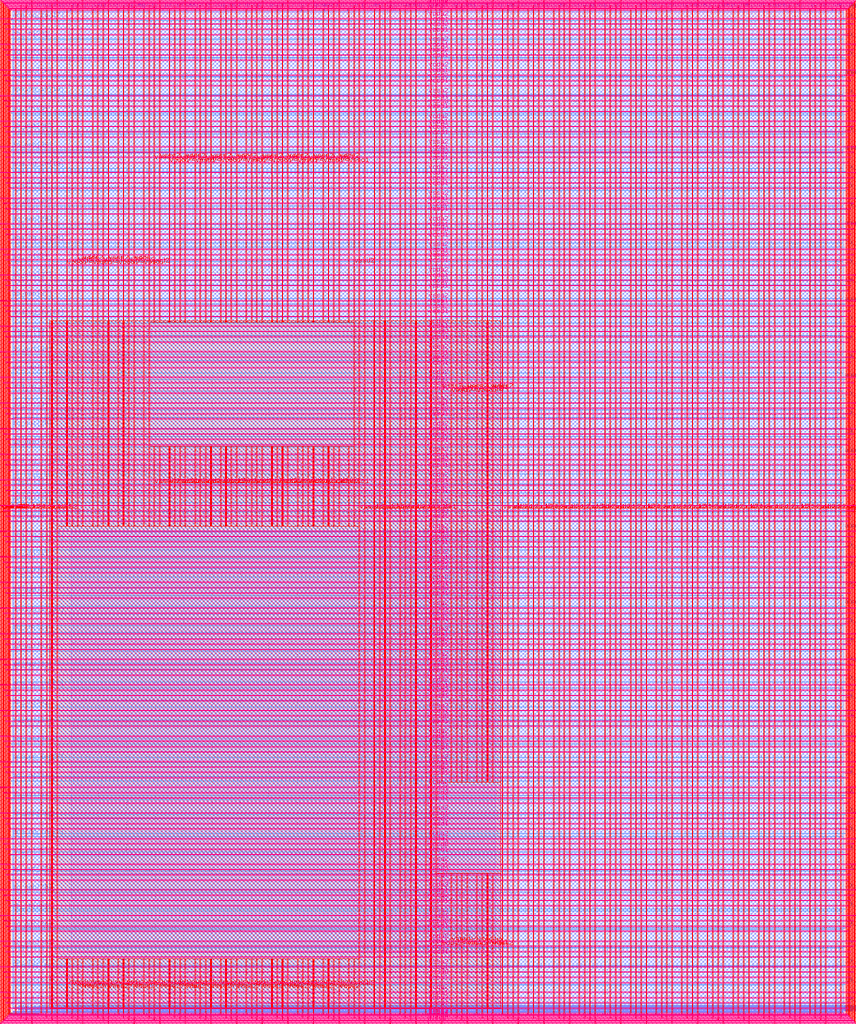
<source format=lef>
VERSION 5.7 ;
  NOWIREEXTENSIONATPIN ON ;
  DIVIDERCHAR "/" ;
  BUSBITCHARS "[]" ;
MACRO user_project_wrapper
  CLASS BLOCK ;
  FOREIGN user_project_wrapper ;
  ORIGIN 0.000 0.000 ;
  SIZE 2920.000 BY 3520.000 ;
  PIN analog_io[0]
    DIRECTION INOUT ;
    USE SIGNAL ;
    PORT
      LAYER met3 ;
        RECT 2917.600 1426.380 2924.800 1427.580 ;
    END
  END analog_io[0]
  PIN analog_io[10]
    DIRECTION INOUT ;
    USE SIGNAL ;
    PORT
      LAYER met2 ;
        RECT 2230.490 3517.600 2231.050 3524.800 ;
    END
  END analog_io[10]
  PIN analog_io[11]
    DIRECTION INOUT ;
    USE SIGNAL ;
    PORT
      LAYER met2 ;
        RECT 1905.730 3517.600 1906.290 3524.800 ;
    END
  END analog_io[11]
  PIN analog_io[12]
    DIRECTION INOUT ;
    USE SIGNAL ;
    PORT
      LAYER met2 ;
        RECT 1581.430 3517.600 1581.990 3524.800 ;
    END
  END analog_io[12]
  PIN analog_io[13]
    DIRECTION INOUT ;
    USE SIGNAL ;
    PORT
      LAYER met2 ;
        RECT 1257.130 3517.600 1257.690 3524.800 ;
    END
  END analog_io[13]
  PIN analog_io[14]
    DIRECTION INOUT ;
    USE SIGNAL ;
    PORT
      LAYER met2 ;
        RECT 932.370 3517.600 932.930 3524.800 ;
    END
  END analog_io[14]
  PIN analog_io[15]
    DIRECTION INOUT ;
    USE SIGNAL ;
    PORT
      LAYER met2 ;
        RECT 608.070 3517.600 608.630 3524.800 ;
    END
  END analog_io[15]
  PIN analog_io[16]
    DIRECTION INOUT ;
    USE SIGNAL ;
    PORT
      LAYER met2 ;
        RECT 283.770 3517.600 284.330 3524.800 ;
    END
  END analog_io[16]
  PIN analog_io[17]
    DIRECTION INOUT ;
    USE SIGNAL ;
    PORT
      LAYER met3 ;
        RECT -4.800 3486.100 2.400 3487.300 ;
    END
  END analog_io[17]
  PIN analog_io[18]
    DIRECTION INOUT ;
    USE SIGNAL ;
    PORT
      LAYER met3 ;
        RECT -4.800 3224.980 2.400 3226.180 ;
    END
  END analog_io[18]
  PIN analog_io[19]
    DIRECTION INOUT ;
    USE SIGNAL ;
    PORT
      LAYER met3 ;
        RECT -4.800 2964.540 2.400 2965.740 ;
    END
  END analog_io[19]
  PIN analog_io[1]
    DIRECTION INOUT ;
    USE SIGNAL ;
    PORT
      LAYER met3 ;
        RECT 2917.600 1692.260 2924.800 1693.460 ;
    END
  END analog_io[1]
  PIN analog_io[20]
    DIRECTION INOUT ;
    USE SIGNAL ;
    PORT
      LAYER met3 ;
        RECT -4.800 2703.420 2.400 2704.620 ;
    END
  END analog_io[20]
  PIN analog_io[21]
    DIRECTION INOUT ;
    USE SIGNAL ;
    PORT
      LAYER met3 ;
        RECT -4.800 2442.980 2.400 2444.180 ;
    END
  END analog_io[21]
  PIN analog_io[22]
    DIRECTION INOUT ;
    USE SIGNAL ;
    PORT
      LAYER met3 ;
        RECT -4.800 2182.540 2.400 2183.740 ;
    END
  END analog_io[22]
  PIN analog_io[23]
    DIRECTION INOUT ;
    USE SIGNAL ;
    PORT
      LAYER met3 ;
        RECT -4.800 1921.420 2.400 1922.620 ;
    END
  END analog_io[23]
  PIN analog_io[24]
    DIRECTION INOUT ;
    USE SIGNAL ;
    PORT
      LAYER met3 ;
        RECT -4.800 1660.980 2.400 1662.180 ;
    END
  END analog_io[24]
  PIN analog_io[25]
    DIRECTION INOUT ;
    USE SIGNAL ;
    PORT
      LAYER met3 ;
        RECT -4.800 1399.860 2.400 1401.060 ;
    END
  END analog_io[25]
  PIN analog_io[26]
    DIRECTION INOUT ;
    USE SIGNAL ;
    PORT
      LAYER met3 ;
        RECT -4.800 1139.420 2.400 1140.620 ;
    END
  END analog_io[26]
  PIN analog_io[27]
    DIRECTION INOUT ;
    USE SIGNAL ;
    PORT
      LAYER met3 ;
        RECT -4.800 878.980 2.400 880.180 ;
    END
  END analog_io[27]
  PIN analog_io[28]
    DIRECTION INOUT ;
    USE SIGNAL ;
    PORT
      LAYER met3 ;
        RECT -4.800 617.860 2.400 619.060 ;
    END
  END analog_io[28]
  PIN analog_io[2]
    DIRECTION INOUT ;
    USE SIGNAL ;
    PORT
      LAYER met3 ;
        RECT 2917.600 1958.140 2924.800 1959.340 ;
    END
  END analog_io[2]
  PIN analog_io[3]
    DIRECTION INOUT ;
    USE SIGNAL ;
    PORT
      LAYER met3 ;
        RECT 2917.600 2223.340 2924.800 2224.540 ;
    END
  END analog_io[3]
  PIN analog_io[4]
    DIRECTION INOUT ;
    USE SIGNAL ;
    PORT
      LAYER met3 ;
        RECT 2917.600 2489.220 2924.800 2490.420 ;
    END
  END analog_io[4]
  PIN analog_io[5]
    DIRECTION INOUT ;
    USE SIGNAL ;
    PORT
      LAYER met3 ;
        RECT 2917.600 2755.100 2924.800 2756.300 ;
    END
  END analog_io[5]
  PIN analog_io[6]
    DIRECTION INOUT ;
    USE SIGNAL ;
    PORT
      LAYER met3 ;
        RECT 2917.600 3020.300 2924.800 3021.500 ;
    END
  END analog_io[6]
  PIN analog_io[7]
    DIRECTION INOUT ;
    USE SIGNAL ;
    PORT
      LAYER met3 ;
        RECT 2917.600 3286.180 2924.800 3287.380 ;
    END
  END analog_io[7]
  PIN analog_io[8]
    DIRECTION INOUT ;
    USE SIGNAL ;
    PORT
      LAYER met2 ;
        RECT 2879.090 3517.600 2879.650 3524.800 ;
    END
  END analog_io[8]
  PIN analog_io[9]
    DIRECTION INOUT ;
    USE SIGNAL ;
    PORT
      LAYER met2 ;
        RECT 2554.790 3517.600 2555.350 3524.800 ;
    END
  END analog_io[9]
  PIN io_in[0]
    DIRECTION INPUT ;
    USE SIGNAL ;
    PORT
      LAYER met3 ;
        RECT 2917.600 32.380 2924.800 33.580 ;
    END
  END io_in[0]
  PIN io_in[10]
    DIRECTION INPUT ;
    USE SIGNAL ;
    PORT
      LAYER met3 ;
        RECT 2917.600 2289.980 2924.800 2291.180 ;
    END
  END io_in[10]
  PIN io_in[11]
    DIRECTION INPUT ;
    USE SIGNAL ;
    PORT
      LAYER met3 ;
        RECT 2917.600 2555.860 2924.800 2557.060 ;
    END
  END io_in[11]
  PIN io_in[12]
    DIRECTION INPUT ;
    USE SIGNAL ;
    PORT
      LAYER met3 ;
        RECT 2917.600 2821.060 2924.800 2822.260 ;
    END
  END io_in[12]
  PIN io_in[13]
    DIRECTION INPUT ;
    USE SIGNAL ;
    PORT
      LAYER met3 ;
        RECT 2917.600 3086.940 2924.800 3088.140 ;
    END
  END io_in[13]
  PIN io_in[14]
    DIRECTION INPUT ;
    USE SIGNAL ;
    PORT
      LAYER met3 ;
        RECT 2917.600 3352.820 2924.800 3354.020 ;
    END
  END io_in[14]
  PIN io_in[15]
    DIRECTION INPUT ;
    USE SIGNAL ;
    PORT
      LAYER met2 ;
        RECT 2798.130 3517.600 2798.690 3524.800 ;
    END
  END io_in[15]
  PIN io_in[16]
    DIRECTION INPUT ;
    USE SIGNAL ;
    PORT
      LAYER met2 ;
        RECT 2473.830 3517.600 2474.390 3524.800 ;
    END
  END io_in[16]
  PIN io_in[17]
    DIRECTION INPUT ;
    USE SIGNAL ;
    PORT
      LAYER met2 ;
        RECT 2149.070 3517.600 2149.630 3524.800 ;
    END
  END io_in[17]
  PIN io_in[18]
    DIRECTION INPUT ;
    USE SIGNAL ;
    PORT
      LAYER met2 ;
        RECT 1824.770 3517.600 1825.330 3524.800 ;
    END
  END io_in[18]
  PIN io_in[19]
    DIRECTION INPUT ;
    USE SIGNAL ;
    PORT
      LAYER met2 ;
        RECT 1500.470 3517.600 1501.030 3524.800 ;
    END
  END io_in[19]
  PIN io_in[1]
    DIRECTION INPUT ;
    USE SIGNAL ;
    PORT
      LAYER met3 ;
        RECT 2917.600 230.940 2924.800 232.140 ;
    END
  END io_in[1]
  PIN io_in[20]
    DIRECTION INPUT ;
    USE SIGNAL ;
    PORT
      LAYER met2 ;
        RECT 1175.710 3517.600 1176.270 3524.800 ;
    END
  END io_in[20]
  PIN io_in[21]
    DIRECTION INPUT ;
    USE SIGNAL ;
    PORT
      LAYER met2 ;
        RECT 851.410 3517.600 851.970 3524.800 ;
    END
  END io_in[21]
  PIN io_in[22]
    DIRECTION INPUT ;
    USE SIGNAL ;
    PORT
      LAYER met2 ;
        RECT 527.110 3517.600 527.670 3524.800 ;
    END
  END io_in[22]
  PIN io_in[23]
    DIRECTION INPUT ;
    USE SIGNAL ;
    PORT
      LAYER met2 ;
        RECT 202.350 3517.600 202.910 3524.800 ;
    END
  END io_in[23]
  PIN io_in[24]
    DIRECTION INPUT ;
    USE SIGNAL ;
    PORT
      LAYER met3 ;
        RECT -4.800 3420.820 2.400 3422.020 ;
    END
  END io_in[24]
  PIN io_in[25]
    DIRECTION INPUT ;
    USE SIGNAL ;
    PORT
      LAYER met3 ;
        RECT -4.800 3159.700 2.400 3160.900 ;
    END
  END io_in[25]
  PIN io_in[26]
    DIRECTION INPUT ;
    USE SIGNAL ;
    PORT
      LAYER met3 ;
        RECT -4.800 2899.260 2.400 2900.460 ;
    END
  END io_in[26]
  PIN io_in[27]
    DIRECTION INPUT ;
    USE SIGNAL ;
    PORT
      LAYER met3 ;
        RECT -4.800 2638.820 2.400 2640.020 ;
    END
  END io_in[27]
  PIN io_in[28]
    DIRECTION INPUT ;
    USE SIGNAL ;
    PORT
      LAYER met3 ;
        RECT -4.800 2377.700 2.400 2378.900 ;
    END
  END io_in[28]
  PIN io_in[29]
    DIRECTION INPUT ;
    USE SIGNAL ;
    PORT
      LAYER met3 ;
        RECT -4.800 2117.260 2.400 2118.460 ;
    END
  END io_in[29]
  PIN io_in[2]
    DIRECTION INPUT ;
    USE SIGNAL ;
    PORT
      LAYER met3 ;
        RECT 2917.600 430.180 2924.800 431.380 ;
    END
  END io_in[2]
  PIN io_in[30]
    DIRECTION INPUT ;
    USE SIGNAL ;
    PORT
      LAYER met3 ;
        RECT -4.800 1856.140 2.400 1857.340 ;
    END
  END io_in[30]
  PIN io_in[31]
    DIRECTION INPUT ;
    USE SIGNAL ;
    PORT
      LAYER met3 ;
        RECT -4.800 1595.700 2.400 1596.900 ;
    END
  END io_in[31]
  PIN io_in[32]
    DIRECTION INPUT ;
    USE SIGNAL ;
    PORT
      LAYER met3 ;
        RECT -4.800 1335.260 2.400 1336.460 ;
    END
  END io_in[32]
  PIN io_in[33]
    DIRECTION INPUT ;
    USE SIGNAL ;
    PORT
      LAYER met3 ;
        RECT -4.800 1074.140 2.400 1075.340 ;
    END
  END io_in[33]
  PIN io_in[34]
    DIRECTION INPUT ;
    USE SIGNAL ;
    PORT
      LAYER met3 ;
        RECT -4.800 813.700 2.400 814.900 ;
    END
  END io_in[34]
  PIN io_in[35]
    DIRECTION INPUT ;
    USE SIGNAL ;
    PORT
      LAYER met3 ;
        RECT -4.800 552.580 2.400 553.780 ;
    END
  END io_in[35]
  PIN io_in[36]
    DIRECTION INPUT ;
    USE SIGNAL ;
    PORT
      LAYER met3 ;
        RECT -4.800 357.420 2.400 358.620 ;
    END
  END io_in[36]
  PIN io_in[37]
    DIRECTION INPUT ;
    USE SIGNAL ;
    PORT
      LAYER met3 ;
        RECT -4.800 161.580 2.400 162.780 ;
    END
  END io_in[37]
  PIN io_in[3]
    DIRECTION INPUT ;
    USE SIGNAL ;
    PORT
      LAYER met3 ;
        RECT 2917.600 629.420 2924.800 630.620 ;
    END
  END io_in[3]
  PIN io_in[4]
    DIRECTION INPUT ;
    USE SIGNAL ;
    PORT
      LAYER met3 ;
        RECT 2917.600 828.660 2924.800 829.860 ;
    END
  END io_in[4]
  PIN io_in[5]
    DIRECTION INPUT ;
    USE SIGNAL ;
    PORT
      LAYER met3 ;
        RECT 2917.600 1027.900 2924.800 1029.100 ;
    END
  END io_in[5]
  PIN io_in[6]
    DIRECTION INPUT ;
    USE SIGNAL ;
    PORT
      LAYER met3 ;
        RECT 2917.600 1227.140 2924.800 1228.340 ;
    END
  END io_in[6]
  PIN io_in[7]
    DIRECTION INPUT ;
    USE SIGNAL ;
    PORT
      LAYER met3 ;
        RECT 2917.600 1493.020 2924.800 1494.220 ;
    END
  END io_in[7]
  PIN io_in[8]
    DIRECTION INPUT ;
    USE SIGNAL ;
    PORT
      LAYER met3 ;
        RECT 2917.600 1758.900 2924.800 1760.100 ;
    END
  END io_in[8]
  PIN io_in[9]
    DIRECTION INPUT ;
    USE SIGNAL ;
    PORT
      LAYER met3 ;
        RECT 2917.600 2024.100 2924.800 2025.300 ;
    END
  END io_in[9]
  PIN io_oeb[0]
    DIRECTION OUTPUT TRISTATE ;
    USE SIGNAL ;
    PORT
      LAYER met3 ;
        RECT 2917.600 164.980 2924.800 166.180 ;
    END
  END io_oeb[0]
  PIN io_oeb[10]
    DIRECTION OUTPUT TRISTATE ;
    USE SIGNAL ;
    PORT
      LAYER met3 ;
        RECT 2917.600 2422.580 2924.800 2423.780 ;
    END
  END io_oeb[10]
  PIN io_oeb[11]
    DIRECTION OUTPUT TRISTATE ;
    USE SIGNAL ;
    PORT
      LAYER met3 ;
        RECT 2917.600 2688.460 2924.800 2689.660 ;
    END
  END io_oeb[11]
  PIN io_oeb[12]
    DIRECTION OUTPUT TRISTATE ;
    USE SIGNAL ;
    PORT
      LAYER met3 ;
        RECT 2917.600 2954.340 2924.800 2955.540 ;
    END
  END io_oeb[12]
  PIN io_oeb[13]
    DIRECTION OUTPUT TRISTATE ;
    USE SIGNAL ;
    PORT
      LAYER met3 ;
        RECT 2917.600 3219.540 2924.800 3220.740 ;
    END
  END io_oeb[13]
  PIN io_oeb[14]
    DIRECTION OUTPUT TRISTATE ;
    USE SIGNAL ;
    PORT
      LAYER met3 ;
        RECT 2917.600 3485.420 2924.800 3486.620 ;
    END
  END io_oeb[14]
  PIN io_oeb[15]
    DIRECTION OUTPUT TRISTATE ;
    USE SIGNAL ;
    PORT
      LAYER met2 ;
        RECT 2635.750 3517.600 2636.310 3524.800 ;
    END
  END io_oeb[15]
  PIN io_oeb[16]
    DIRECTION OUTPUT TRISTATE ;
    USE SIGNAL ;
    PORT
      LAYER met2 ;
        RECT 2311.450 3517.600 2312.010 3524.800 ;
    END
  END io_oeb[16]
  PIN io_oeb[17]
    DIRECTION OUTPUT TRISTATE ;
    USE SIGNAL ;
    PORT
      LAYER met2 ;
        RECT 1987.150 3517.600 1987.710 3524.800 ;
    END
  END io_oeb[17]
  PIN io_oeb[18]
    DIRECTION OUTPUT TRISTATE ;
    USE SIGNAL ;
    PORT
      LAYER met2 ;
        RECT 1662.390 3517.600 1662.950 3524.800 ;
    END
  END io_oeb[18]
  PIN io_oeb[19]
    DIRECTION OUTPUT TRISTATE ;
    USE SIGNAL ;
    PORT
      LAYER met2 ;
        RECT 1338.090 3517.600 1338.650 3524.800 ;
    END
  END io_oeb[19]
  PIN io_oeb[1]
    DIRECTION OUTPUT TRISTATE ;
    USE SIGNAL ;
    PORT
      LAYER met3 ;
        RECT 2917.600 364.220 2924.800 365.420 ;
    END
  END io_oeb[1]
  PIN io_oeb[20]
    DIRECTION OUTPUT TRISTATE ;
    USE SIGNAL ;
    PORT
      LAYER met2 ;
        RECT 1013.790 3517.600 1014.350 3524.800 ;
    END
  END io_oeb[20]
  PIN io_oeb[21]
    DIRECTION OUTPUT TRISTATE ;
    USE SIGNAL ;
    PORT
      LAYER met2 ;
        RECT 689.030 3517.600 689.590 3524.800 ;
    END
  END io_oeb[21]
  PIN io_oeb[22]
    DIRECTION OUTPUT TRISTATE ;
    USE SIGNAL ;
    PORT
      LAYER met2 ;
        RECT 364.730 3517.600 365.290 3524.800 ;
    END
  END io_oeb[22]
  PIN io_oeb[23]
    DIRECTION OUTPUT TRISTATE ;
    USE SIGNAL ;
    PORT
      LAYER met2 ;
        RECT 40.430 3517.600 40.990 3524.800 ;
    END
  END io_oeb[23]
  PIN io_oeb[24]
    DIRECTION OUTPUT TRISTATE ;
    USE SIGNAL ;
    PORT
      LAYER met3 ;
        RECT -4.800 3290.260 2.400 3291.460 ;
    END
  END io_oeb[24]
  PIN io_oeb[25]
    DIRECTION OUTPUT TRISTATE ;
    USE SIGNAL ;
    PORT
      LAYER met3 ;
        RECT -4.800 3029.820 2.400 3031.020 ;
    END
  END io_oeb[25]
  PIN io_oeb[26]
    DIRECTION OUTPUT TRISTATE ;
    USE SIGNAL ;
    PORT
      LAYER met3 ;
        RECT -4.800 2768.700 2.400 2769.900 ;
    END
  END io_oeb[26]
  PIN io_oeb[27]
    DIRECTION OUTPUT TRISTATE ;
    USE SIGNAL ;
    PORT
      LAYER met3 ;
        RECT -4.800 2508.260 2.400 2509.460 ;
    END
  END io_oeb[27]
  PIN io_oeb[28]
    DIRECTION OUTPUT TRISTATE ;
    USE SIGNAL ;
    PORT
      LAYER met3 ;
        RECT -4.800 2247.140 2.400 2248.340 ;
    END
  END io_oeb[28]
  PIN io_oeb[29]
    DIRECTION OUTPUT TRISTATE ;
    USE SIGNAL ;
    PORT
      LAYER met3 ;
        RECT -4.800 1986.700 2.400 1987.900 ;
    END
  END io_oeb[29]
  PIN io_oeb[2]
    DIRECTION OUTPUT TRISTATE ;
    USE SIGNAL ;
    PORT
      LAYER met3 ;
        RECT 2917.600 563.460 2924.800 564.660 ;
    END
  END io_oeb[2]
  PIN io_oeb[30]
    DIRECTION OUTPUT TRISTATE ;
    USE SIGNAL ;
    PORT
      LAYER met3 ;
        RECT -4.800 1726.260 2.400 1727.460 ;
    END
  END io_oeb[30]
  PIN io_oeb[31]
    DIRECTION OUTPUT TRISTATE ;
    USE SIGNAL ;
    PORT
      LAYER met3 ;
        RECT -4.800 1465.140 2.400 1466.340 ;
    END
  END io_oeb[31]
  PIN io_oeb[32]
    DIRECTION OUTPUT TRISTATE ;
    USE SIGNAL ;
    PORT
      LAYER met3 ;
        RECT -4.800 1204.700 2.400 1205.900 ;
    END
  END io_oeb[32]
  PIN io_oeb[33]
    DIRECTION OUTPUT TRISTATE ;
    USE SIGNAL ;
    PORT
      LAYER met3 ;
        RECT -4.800 943.580 2.400 944.780 ;
    END
  END io_oeb[33]
  PIN io_oeb[34]
    DIRECTION OUTPUT TRISTATE ;
    USE SIGNAL ;
    PORT
      LAYER met3 ;
        RECT -4.800 683.140 2.400 684.340 ;
    END
  END io_oeb[34]
  PIN io_oeb[35]
    DIRECTION OUTPUT TRISTATE ;
    USE SIGNAL ;
    PORT
      LAYER met3 ;
        RECT -4.800 422.700 2.400 423.900 ;
    END
  END io_oeb[35]
  PIN io_oeb[36]
    DIRECTION OUTPUT TRISTATE ;
    USE SIGNAL ;
    PORT
      LAYER met3 ;
        RECT -4.800 226.860 2.400 228.060 ;
    END
  END io_oeb[36]
  PIN io_oeb[37]
    DIRECTION OUTPUT TRISTATE ;
    USE SIGNAL ;
    PORT
      LAYER met3 ;
        RECT -4.800 31.700 2.400 32.900 ;
    END
  END io_oeb[37]
  PIN io_oeb[3]
    DIRECTION OUTPUT TRISTATE ;
    USE SIGNAL ;
    PORT
      LAYER met3 ;
        RECT 2917.600 762.700 2924.800 763.900 ;
    END
  END io_oeb[3]
  PIN io_oeb[4]
    DIRECTION OUTPUT TRISTATE ;
    USE SIGNAL ;
    PORT
      LAYER met3 ;
        RECT 2917.600 961.940 2924.800 963.140 ;
    END
  END io_oeb[4]
  PIN io_oeb[5]
    DIRECTION OUTPUT TRISTATE ;
    USE SIGNAL ;
    PORT
      LAYER met3 ;
        RECT 2917.600 1161.180 2924.800 1162.380 ;
    END
  END io_oeb[5]
  PIN io_oeb[6]
    DIRECTION OUTPUT TRISTATE ;
    USE SIGNAL ;
    PORT
      LAYER met3 ;
        RECT 2917.600 1360.420 2924.800 1361.620 ;
    END
  END io_oeb[6]
  PIN io_oeb[7]
    DIRECTION OUTPUT TRISTATE ;
    USE SIGNAL ;
    PORT
      LAYER met3 ;
        RECT 2917.600 1625.620 2924.800 1626.820 ;
    END
  END io_oeb[7]
  PIN io_oeb[8]
    DIRECTION OUTPUT TRISTATE ;
    USE SIGNAL ;
    PORT
      LAYER met3 ;
        RECT 2917.600 1891.500 2924.800 1892.700 ;
    END
  END io_oeb[8]
  PIN io_oeb[9]
    DIRECTION OUTPUT TRISTATE ;
    USE SIGNAL ;
    PORT
      LAYER met3 ;
        RECT 2917.600 2157.380 2924.800 2158.580 ;
    END
  END io_oeb[9]
  PIN io_out[0]
    DIRECTION OUTPUT TRISTATE ;
    USE SIGNAL ;
    PORT
      LAYER met3 ;
        RECT 2917.600 98.340 2924.800 99.540 ;
    END
  END io_out[0]
  PIN io_out[10]
    DIRECTION OUTPUT TRISTATE ;
    USE SIGNAL ;
    PORT
      LAYER met3 ;
        RECT 2917.600 2356.620 2924.800 2357.820 ;
    END
  END io_out[10]
  PIN io_out[11]
    DIRECTION OUTPUT TRISTATE ;
    USE SIGNAL ;
    PORT
      LAYER met3 ;
        RECT 2917.600 2621.820 2924.800 2623.020 ;
    END
  END io_out[11]
  PIN io_out[12]
    DIRECTION OUTPUT TRISTATE ;
    USE SIGNAL ;
    PORT
      LAYER met3 ;
        RECT 2917.600 2887.700 2924.800 2888.900 ;
    END
  END io_out[12]
  PIN io_out[13]
    DIRECTION OUTPUT TRISTATE ;
    USE SIGNAL ;
    PORT
      LAYER met3 ;
        RECT 2917.600 3153.580 2924.800 3154.780 ;
    END
  END io_out[13]
  PIN io_out[14]
    DIRECTION OUTPUT TRISTATE ;
    USE SIGNAL ;
    PORT
      LAYER met3 ;
        RECT 2917.600 3418.780 2924.800 3419.980 ;
    END
  END io_out[14]
  PIN io_out[15]
    DIRECTION OUTPUT TRISTATE ;
    USE SIGNAL ;
    PORT
      LAYER met2 ;
        RECT 2717.170 3517.600 2717.730 3524.800 ;
    END
  END io_out[15]
  PIN io_out[16]
    DIRECTION OUTPUT TRISTATE ;
    USE SIGNAL ;
    PORT
      LAYER met2 ;
        RECT 2392.410 3517.600 2392.970 3524.800 ;
    END
  END io_out[16]
  PIN io_out[17]
    DIRECTION OUTPUT TRISTATE ;
    USE SIGNAL ;
    PORT
      LAYER met2 ;
        RECT 2068.110 3517.600 2068.670 3524.800 ;
    END
  END io_out[17]
  PIN io_out[18]
    DIRECTION OUTPUT TRISTATE ;
    USE SIGNAL ;
    PORT
      LAYER met2 ;
        RECT 1743.810 3517.600 1744.370 3524.800 ;
    END
  END io_out[18]
  PIN io_out[19]
    DIRECTION OUTPUT TRISTATE ;
    USE SIGNAL ;
    PORT
      LAYER met2 ;
        RECT 1419.050 3517.600 1419.610 3524.800 ;
    END
  END io_out[19]
  PIN io_out[1]
    DIRECTION OUTPUT TRISTATE ;
    USE SIGNAL ;
    PORT
      LAYER met3 ;
        RECT 2917.600 297.580 2924.800 298.780 ;
    END
  END io_out[1]
  PIN io_out[20]
    DIRECTION OUTPUT TRISTATE ;
    USE SIGNAL ;
    PORT
      LAYER met2 ;
        RECT 1094.750 3517.600 1095.310 3524.800 ;
    END
  END io_out[20]
  PIN io_out[21]
    DIRECTION OUTPUT TRISTATE ;
    USE SIGNAL ;
    PORT
      LAYER met2 ;
        RECT 770.450 3517.600 771.010 3524.800 ;
    END
  END io_out[21]
  PIN io_out[22]
    DIRECTION OUTPUT TRISTATE ;
    USE SIGNAL ;
    PORT
      LAYER met2 ;
        RECT 445.690 3517.600 446.250 3524.800 ;
    END
  END io_out[22]
  PIN io_out[23]
    DIRECTION OUTPUT TRISTATE ;
    USE SIGNAL ;
    PORT
      LAYER met2 ;
        RECT 121.390 3517.600 121.950 3524.800 ;
    END
  END io_out[23]
  PIN io_out[24]
    DIRECTION OUTPUT TRISTATE ;
    USE SIGNAL ;
    PORT
      LAYER met3 ;
        RECT -4.800 3355.540 2.400 3356.740 ;
    END
  END io_out[24]
  PIN io_out[25]
    DIRECTION OUTPUT TRISTATE ;
    USE SIGNAL ;
    PORT
      LAYER met3 ;
        RECT -4.800 3095.100 2.400 3096.300 ;
    END
  END io_out[25]
  PIN io_out[26]
    DIRECTION OUTPUT TRISTATE ;
    USE SIGNAL ;
    PORT
      LAYER met3 ;
        RECT -4.800 2833.980 2.400 2835.180 ;
    END
  END io_out[26]
  PIN io_out[27]
    DIRECTION OUTPUT TRISTATE ;
    USE SIGNAL ;
    PORT
      LAYER met3 ;
        RECT -4.800 2573.540 2.400 2574.740 ;
    END
  END io_out[27]
  PIN io_out[28]
    DIRECTION OUTPUT TRISTATE ;
    USE SIGNAL ;
    PORT
      LAYER met3 ;
        RECT -4.800 2312.420 2.400 2313.620 ;
    END
  END io_out[28]
  PIN io_out[29]
    DIRECTION OUTPUT TRISTATE ;
    USE SIGNAL ;
    PORT
      LAYER met3 ;
        RECT -4.800 2051.980 2.400 2053.180 ;
    END
  END io_out[29]
  PIN io_out[2]
    DIRECTION OUTPUT TRISTATE ;
    USE SIGNAL ;
    PORT
      LAYER met3 ;
        RECT 2917.600 496.820 2924.800 498.020 ;
    END
  END io_out[2]
  PIN io_out[30]
    DIRECTION OUTPUT TRISTATE ;
    USE SIGNAL ;
    PORT
      LAYER met3 ;
        RECT -4.800 1791.540 2.400 1792.740 ;
    END
  END io_out[30]
  PIN io_out[31]
    DIRECTION OUTPUT TRISTATE ;
    USE SIGNAL ;
    PORT
      LAYER met3 ;
        RECT -4.800 1530.420 2.400 1531.620 ;
    END
  END io_out[31]
  PIN io_out[32]
    DIRECTION OUTPUT TRISTATE ;
    USE SIGNAL ;
    PORT
      LAYER met3 ;
        RECT -4.800 1269.980 2.400 1271.180 ;
    END
  END io_out[32]
  PIN io_out[33]
    DIRECTION OUTPUT TRISTATE ;
    USE SIGNAL ;
    PORT
      LAYER met3 ;
        RECT -4.800 1008.860 2.400 1010.060 ;
    END
  END io_out[33]
  PIN io_out[34]
    DIRECTION OUTPUT TRISTATE ;
    USE SIGNAL ;
    PORT
      LAYER met3 ;
        RECT -4.800 748.420 2.400 749.620 ;
    END
  END io_out[34]
  PIN io_out[35]
    DIRECTION OUTPUT TRISTATE ;
    USE SIGNAL ;
    PORT
      LAYER met3 ;
        RECT -4.800 487.300 2.400 488.500 ;
    END
  END io_out[35]
  PIN io_out[36]
    DIRECTION OUTPUT TRISTATE ;
    USE SIGNAL ;
    PORT
      LAYER met3 ;
        RECT -4.800 292.140 2.400 293.340 ;
    END
  END io_out[36]
  PIN io_out[37]
    DIRECTION OUTPUT TRISTATE ;
    USE SIGNAL ;
    PORT
      LAYER met3 ;
        RECT -4.800 96.300 2.400 97.500 ;
    END
  END io_out[37]
  PIN io_out[3]
    DIRECTION OUTPUT TRISTATE ;
    USE SIGNAL ;
    PORT
      LAYER met3 ;
        RECT 2917.600 696.060 2924.800 697.260 ;
    END
  END io_out[3]
  PIN io_out[4]
    DIRECTION OUTPUT TRISTATE ;
    USE SIGNAL ;
    PORT
      LAYER met3 ;
        RECT 2917.600 895.300 2924.800 896.500 ;
    END
  END io_out[4]
  PIN io_out[5]
    DIRECTION OUTPUT TRISTATE ;
    USE SIGNAL ;
    PORT
      LAYER met3 ;
        RECT 2917.600 1094.540 2924.800 1095.740 ;
    END
  END io_out[5]
  PIN io_out[6]
    DIRECTION OUTPUT TRISTATE ;
    USE SIGNAL ;
    PORT
      LAYER met3 ;
        RECT 2917.600 1293.780 2924.800 1294.980 ;
    END
  END io_out[6]
  PIN io_out[7]
    DIRECTION OUTPUT TRISTATE ;
    USE SIGNAL ;
    PORT
      LAYER met3 ;
        RECT 2917.600 1559.660 2924.800 1560.860 ;
    END
  END io_out[7]
  PIN io_out[8]
    DIRECTION OUTPUT TRISTATE ;
    USE SIGNAL ;
    PORT
      LAYER met3 ;
        RECT 2917.600 1824.860 2924.800 1826.060 ;
    END
  END io_out[8]
  PIN io_out[9]
    DIRECTION OUTPUT TRISTATE ;
    USE SIGNAL ;
    PORT
      LAYER met3 ;
        RECT 2917.600 2090.740 2924.800 2091.940 ;
    END
  END io_out[9]
  PIN la_data_in[0]
    DIRECTION INPUT ;
    USE SIGNAL ;
    PORT
      LAYER met2 ;
        RECT 629.230 -4.800 629.790 2.400 ;
    END
  END la_data_in[0]
  PIN la_data_in[100]
    DIRECTION INPUT ;
    USE SIGNAL ;
    PORT
      LAYER met2 ;
        RECT 2402.530 -4.800 2403.090 2.400 ;
    END
  END la_data_in[100]
  PIN la_data_in[101]
    DIRECTION INPUT ;
    USE SIGNAL ;
    PORT
      LAYER met2 ;
        RECT 2420.010 -4.800 2420.570 2.400 ;
    END
  END la_data_in[101]
  PIN la_data_in[102]
    DIRECTION INPUT ;
    USE SIGNAL ;
    PORT
      LAYER met2 ;
        RECT 2437.950 -4.800 2438.510 2.400 ;
    END
  END la_data_in[102]
  PIN la_data_in[103]
    DIRECTION INPUT ;
    USE SIGNAL ;
    PORT
      LAYER met2 ;
        RECT 2455.430 -4.800 2455.990 2.400 ;
    END
  END la_data_in[103]
  PIN la_data_in[104]
    DIRECTION INPUT ;
    USE SIGNAL ;
    PORT
      LAYER met2 ;
        RECT 2473.370 -4.800 2473.930 2.400 ;
    END
  END la_data_in[104]
  PIN la_data_in[105]
    DIRECTION INPUT ;
    USE SIGNAL ;
    PORT
      LAYER met2 ;
        RECT 2490.850 -4.800 2491.410 2.400 ;
    END
  END la_data_in[105]
  PIN la_data_in[106]
    DIRECTION INPUT ;
    USE SIGNAL ;
    PORT
      LAYER met2 ;
        RECT 2508.790 -4.800 2509.350 2.400 ;
    END
  END la_data_in[106]
  PIN la_data_in[107]
    DIRECTION INPUT ;
    USE SIGNAL ;
    PORT
      LAYER met2 ;
        RECT 2526.730 -4.800 2527.290 2.400 ;
    END
  END la_data_in[107]
  PIN la_data_in[108]
    DIRECTION INPUT ;
    USE SIGNAL ;
    PORT
      LAYER met2 ;
        RECT 2544.210 -4.800 2544.770 2.400 ;
    END
  END la_data_in[108]
  PIN la_data_in[109]
    DIRECTION INPUT ;
    USE SIGNAL ;
    PORT
      LAYER met2 ;
        RECT 2562.150 -4.800 2562.710 2.400 ;
    END
  END la_data_in[109]
  PIN la_data_in[10]
    DIRECTION INPUT ;
    USE SIGNAL ;
    PORT
      LAYER met2 ;
        RECT 806.330 -4.800 806.890 2.400 ;
    END
  END la_data_in[10]
  PIN la_data_in[110]
    DIRECTION INPUT ;
    USE SIGNAL ;
    PORT
      LAYER met2 ;
        RECT 2579.630 -4.800 2580.190 2.400 ;
    END
  END la_data_in[110]
  PIN la_data_in[111]
    DIRECTION INPUT ;
    USE SIGNAL ;
    PORT
      LAYER met2 ;
        RECT 2597.570 -4.800 2598.130 2.400 ;
    END
  END la_data_in[111]
  PIN la_data_in[112]
    DIRECTION INPUT ;
    USE SIGNAL ;
    PORT
      LAYER met2 ;
        RECT 2615.050 -4.800 2615.610 2.400 ;
    END
  END la_data_in[112]
  PIN la_data_in[113]
    DIRECTION INPUT ;
    USE SIGNAL ;
    PORT
      LAYER met2 ;
        RECT 2632.990 -4.800 2633.550 2.400 ;
    END
  END la_data_in[113]
  PIN la_data_in[114]
    DIRECTION INPUT ;
    USE SIGNAL ;
    PORT
      LAYER met2 ;
        RECT 2650.470 -4.800 2651.030 2.400 ;
    END
  END la_data_in[114]
  PIN la_data_in[115]
    DIRECTION INPUT ;
    USE SIGNAL ;
    PORT
      LAYER met2 ;
        RECT 2668.410 -4.800 2668.970 2.400 ;
    END
  END la_data_in[115]
  PIN la_data_in[116]
    DIRECTION INPUT ;
    USE SIGNAL ;
    PORT
      LAYER met2 ;
        RECT 2685.890 -4.800 2686.450 2.400 ;
    END
  END la_data_in[116]
  PIN la_data_in[117]
    DIRECTION INPUT ;
    USE SIGNAL ;
    PORT
      LAYER met2 ;
        RECT 2703.830 -4.800 2704.390 2.400 ;
    END
  END la_data_in[117]
  PIN la_data_in[118]
    DIRECTION INPUT ;
    USE SIGNAL ;
    PORT
      LAYER met2 ;
        RECT 2721.770 -4.800 2722.330 2.400 ;
    END
  END la_data_in[118]
  PIN la_data_in[119]
    DIRECTION INPUT ;
    USE SIGNAL ;
    PORT
      LAYER met2 ;
        RECT 2739.250 -4.800 2739.810 2.400 ;
    END
  END la_data_in[119]
  PIN la_data_in[11]
    DIRECTION INPUT ;
    USE SIGNAL ;
    PORT
      LAYER met2 ;
        RECT 824.270 -4.800 824.830 2.400 ;
    END
  END la_data_in[11]
  PIN la_data_in[120]
    DIRECTION INPUT ;
    USE SIGNAL ;
    PORT
      LAYER met2 ;
        RECT 2757.190 -4.800 2757.750 2.400 ;
    END
  END la_data_in[120]
  PIN la_data_in[121]
    DIRECTION INPUT ;
    USE SIGNAL ;
    PORT
      LAYER met2 ;
        RECT 2774.670 -4.800 2775.230 2.400 ;
    END
  END la_data_in[121]
  PIN la_data_in[122]
    DIRECTION INPUT ;
    USE SIGNAL ;
    PORT
      LAYER met2 ;
        RECT 2792.610 -4.800 2793.170 2.400 ;
    END
  END la_data_in[122]
  PIN la_data_in[123]
    DIRECTION INPUT ;
    USE SIGNAL ;
    PORT
      LAYER met2 ;
        RECT 2810.090 -4.800 2810.650 2.400 ;
    END
  END la_data_in[123]
  PIN la_data_in[124]
    DIRECTION INPUT ;
    USE SIGNAL ;
    PORT
      LAYER met2 ;
        RECT 2828.030 -4.800 2828.590 2.400 ;
    END
  END la_data_in[124]
  PIN la_data_in[125]
    DIRECTION INPUT ;
    USE SIGNAL ;
    PORT
      LAYER met2 ;
        RECT 2845.510 -4.800 2846.070 2.400 ;
    END
  END la_data_in[125]
  PIN la_data_in[126]
    DIRECTION INPUT ;
    USE SIGNAL ;
    PORT
      LAYER met2 ;
        RECT 2863.450 -4.800 2864.010 2.400 ;
    END
  END la_data_in[126]
  PIN la_data_in[127]
    DIRECTION INPUT ;
    USE SIGNAL ;
    PORT
      LAYER met2 ;
        RECT 2881.390 -4.800 2881.950 2.400 ;
    END
  END la_data_in[127]
  PIN la_data_in[12]
    DIRECTION INPUT ;
    USE SIGNAL ;
    PORT
      LAYER met2 ;
        RECT 841.750 -4.800 842.310 2.400 ;
    END
  END la_data_in[12]
  PIN la_data_in[13]
    DIRECTION INPUT ;
    USE SIGNAL ;
    PORT
      LAYER met2 ;
        RECT 859.690 -4.800 860.250 2.400 ;
    END
  END la_data_in[13]
  PIN la_data_in[14]
    DIRECTION INPUT ;
    USE SIGNAL ;
    PORT
      LAYER met2 ;
        RECT 877.170 -4.800 877.730 2.400 ;
    END
  END la_data_in[14]
  PIN la_data_in[15]
    DIRECTION INPUT ;
    USE SIGNAL ;
    PORT
      LAYER met2 ;
        RECT 895.110 -4.800 895.670 2.400 ;
    END
  END la_data_in[15]
  PIN la_data_in[16]
    DIRECTION INPUT ;
    USE SIGNAL ;
    PORT
      LAYER met2 ;
        RECT 912.590 -4.800 913.150 2.400 ;
    END
  END la_data_in[16]
  PIN la_data_in[17]
    DIRECTION INPUT ;
    USE SIGNAL ;
    PORT
      LAYER met2 ;
        RECT 930.530 -4.800 931.090 2.400 ;
    END
  END la_data_in[17]
  PIN la_data_in[18]
    DIRECTION INPUT ;
    USE SIGNAL ;
    PORT
      LAYER met2 ;
        RECT 948.470 -4.800 949.030 2.400 ;
    END
  END la_data_in[18]
  PIN la_data_in[19]
    DIRECTION INPUT ;
    USE SIGNAL ;
    PORT
      LAYER met2 ;
        RECT 965.950 -4.800 966.510 2.400 ;
    END
  END la_data_in[19]
  PIN la_data_in[1]
    DIRECTION INPUT ;
    USE SIGNAL ;
    PORT
      LAYER met2 ;
        RECT 646.710 -4.800 647.270 2.400 ;
    END
  END la_data_in[1]
  PIN la_data_in[20]
    DIRECTION INPUT ;
    USE SIGNAL ;
    PORT
      LAYER met2 ;
        RECT 983.890 -4.800 984.450 2.400 ;
    END
  END la_data_in[20]
  PIN la_data_in[21]
    DIRECTION INPUT ;
    USE SIGNAL ;
    PORT
      LAYER met2 ;
        RECT 1001.370 -4.800 1001.930 2.400 ;
    END
  END la_data_in[21]
  PIN la_data_in[22]
    DIRECTION INPUT ;
    USE SIGNAL ;
    PORT
      LAYER met2 ;
        RECT 1019.310 -4.800 1019.870 2.400 ;
    END
  END la_data_in[22]
  PIN la_data_in[23]
    DIRECTION INPUT ;
    USE SIGNAL ;
    PORT
      LAYER met2 ;
        RECT 1036.790 -4.800 1037.350 2.400 ;
    END
  END la_data_in[23]
  PIN la_data_in[24]
    DIRECTION INPUT ;
    USE SIGNAL ;
    PORT
      LAYER met2 ;
        RECT 1054.730 -4.800 1055.290 2.400 ;
    END
  END la_data_in[24]
  PIN la_data_in[25]
    DIRECTION INPUT ;
    USE SIGNAL ;
    PORT
      LAYER met2 ;
        RECT 1072.210 -4.800 1072.770 2.400 ;
    END
  END la_data_in[25]
  PIN la_data_in[26]
    DIRECTION INPUT ;
    USE SIGNAL ;
    PORT
      LAYER met2 ;
        RECT 1090.150 -4.800 1090.710 2.400 ;
    END
  END la_data_in[26]
  PIN la_data_in[27]
    DIRECTION INPUT ;
    USE SIGNAL ;
    PORT
      LAYER met2 ;
        RECT 1107.630 -4.800 1108.190 2.400 ;
    END
  END la_data_in[27]
  PIN la_data_in[28]
    DIRECTION INPUT ;
    USE SIGNAL ;
    PORT
      LAYER met2 ;
        RECT 1125.570 -4.800 1126.130 2.400 ;
    END
  END la_data_in[28]
  PIN la_data_in[29]
    DIRECTION INPUT ;
    USE SIGNAL ;
    PORT
      LAYER met2 ;
        RECT 1143.510 -4.800 1144.070 2.400 ;
    END
  END la_data_in[29]
  PIN la_data_in[2]
    DIRECTION INPUT ;
    USE SIGNAL ;
    PORT
      LAYER met2 ;
        RECT 664.650 -4.800 665.210 2.400 ;
    END
  END la_data_in[2]
  PIN la_data_in[30]
    DIRECTION INPUT ;
    USE SIGNAL ;
    PORT
      LAYER met2 ;
        RECT 1160.990 -4.800 1161.550 2.400 ;
    END
  END la_data_in[30]
  PIN la_data_in[31]
    DIRECTION INPUT ;
    USE SIGNAL ;
    PORT
      LAYER met2 ;
        RECT 1178.930 -4.800 1179.490 2.400 ;
    END
  END la_data_in[31]
  PIN la_data_in[32]
    DIRECTION INPUT ;
    USE SIGNAL ;
    PORT
      LAYER met2 ;
        RECT 1196.410 -4.800 1196.970 2.400 ;
    END
  END la_data_in[32]
  PIN la_data_in[33]
    DIRECTION INPUT ;
    USE SIGNAL ;
    PORT
      LAYER met2 ;
        RECT 1214.350 -4.800 1214.910 2.400 ;
    END
  END la_data_in[33]
  PIN la_data_in[34]
    DIRECTION INPUT ;
    USE SIGNAL ;
    PORT
      LAYER met2 ;
        RECT 1231.830 -4.800 1232.390 2.400 ;
    END
  END la_data_in[34]
  PIN la_data_in[35]
    DIRECTION INPUT ;
    USE SIGNAL ;
    PORT
      LAYER met2 ;
        RECT 1249.770 -4.800 1250.330 2.400 ;
    END
  END la_data_in[35]
  PIN la_data_in[36]
    DIRECTION INPUT ;
    USE SIGNAL ;
    PORT
      LAYER met2 ;
        RECT 1267.250 -4.800 1267.810 2.400 ;
    END
  END la_data_in[36]
  PIN la_data_in[37]
    DIRECTION INPUT ;
    USE SIGNAL ;
    PORT
      LAYER met2 ;
        RECT 1285.190 -4.800 1285.750 2.400 ;
    END
  END la_data_in[37]
  PIN la_data_in[38]
    DIRECTION INPUT ;
    USE SIGNAL ;
    PORT
      LAYER met2 ;
        RECT 1303.130 -4.800 1303.690 2.400 ;
    END
  END la_data_in[38]
  PIN la_data_in[39]
    DIRECTION INPUT ;
    USE SIGNAL ;
    PORT
      LAYER met2 ;
        RECT 1320.610 -4.800 1321.170 2.400 ;
    END
  END la_data_in[39]
  PIN la_data_in[3]
    DIRECTION INPUT ;
    USE SIGNAL ;
    PORT
      LAYER met2 ;
        RECT 682.130 -4.800 682.690 2.400 ;
    END
  END la_data_in[3]
  PIN la_data_in[40]
    DIRECTION INPUT ;
    USE SIGNAL ;
    PORT
      LAYER met2 ;
        RECT 1338.550 -4.800 1339.110 2.400 ;
    END
  END la_data_in[40]
  PIN la_data_in[41]
    DIRECTION INPUT ;
    USE SIGNAL ;
    PORT
      LAYER met2 ;
        RECT 1356.030 -4.800 1356.590 2.400 ;
    END
  END la_data_in[41]
  PIN la_data_in[42]
    DIRECTION INPUT ;
    USE SIGNAL ;
    PORT
      LAYER met2 ;
        RECT 1373.970 -4.800 1374.530 2.400 ;
    END
  END la_data_in[42]
  PIN la_data_in[43]
    DIRECTION INPUT ;
    USE SIGNAL ;
    PORT
      LAYER met2 ;
        RECT 1391.450 -4.800 1392.010 2.400 ;
    END
  END la_data_in[43]
  PIN la_data_in[44]
    DIRECTION INPUT ;
    USE SIGNAL ;
    PORT
      LAYER met2 ;
        RECT 1409.390 -4.800 1409.950 2.400 ;
    END
  END la_data_in[44]
  PIN la_data_in[45]
    DIRECTION INPUT ;
    USE SIGNAL ;
    PORT
      LAYER met2 ;
        RECT 1426.870 -4.800 1427.430 2.400 ;
    END
  END la_data_in[45]
  PIN la_data_in[46]
    DIRECTION INPUT ;
    USE SIGNAL ;
    PORT
      LAYER met2 ;
        RECT 1444.810 -4.800 1445.370 2.400 ;
    END
  END la_data_in[46]
  PIN la_data_in[47]
    DIRECTION INPUT ;
    USE SIGNAL ;
    PORT
      LAYER met2 ;
        RECT 1462.750 -4.800 1463.310 2.400 ;
    END
  END la_data_in[47]
  PIN la_data_in[48]
    DIRECTION INPUT ;
    USE SIGNAL ;
    PORT
      LAYER met2 ;
        RECT 1480.230 -4.800 1480.790 2.400 ;
    END
  END la_data_in[48]
  PIN la_data_in[49]
    DIRECTION INPUT ;
    USE SIGNAL ;
    PORT
      LAYER met2 ;
        RECT 1498.170 -4.800 1498.730 2.400 ;
    END
  END la_data_in[49]
  PIN la_data_in[4]
    DIRECTION INPUT ;
    USE SIGNAL ;
    PORT
      LAYER met2 ;
        RECT 700.070 -4.800 700.630 2.400 ;
    END
  END la_data_in[4]
  PIN la_data_in[50]
    DIRECTION INPUT ;
    USE SIGNAL ;
    PORT
      LAYER met2 ;
        RECT 1515.650 -4.800 1516.210 2.400 ;
    END
  END la_data_in[50]
  PIN la_data_in[51]
    DIRECTION INPUT ;
    USE SIGNAL ;
    PORT
      LAYER met2 ;
        RECT 1533.590 -4.800 1534.150 2.400 ;
    END
  END la_data_in[51]
  PIN la_data_in[52]
    DIRECTION INPUT ;
    USE SIGNAL ;
    PORT
      LAYER met2 ;
        RECT 1551.070 -4.800 1551.630 2.400 ;
    END
  END la_data_in[52]
  PIN la_data_in[53]
    DIRECTION INPUT ;
    USE SIGNAL ;
    PORT
      LAYER met2 ;
        RECT 1569.010 -4.800 1569.570 2.400 ;
    END
  END la_data_in[53]
  PIN la_data_in[54]
    DIRECTION INPUT ;
    USE SIGNAL ;
    PORT
      LAYER met2 ;
        RECT 1586.490 -4.800 1587.050 2.400 ;
    END
  END la_data_in[54]
  PIN la_data_in[55]
    DIRECTION INPUT ;
    USE SIGNAL ;
    PORT
      LAYER met2 ;
        RECT 1604.430 -4.800 1604.990 2.400 ;
    END
  END la_data_in[55]
  PIN la_data_in[56]
    DIRECTION INPUT ;
    USE SIGNAL ;
    PORT
      LAYER met2 ;
        RECT 1621.910 -4.800 1622.470 2.400 ;
    END
  END la_data_in[56]
  PIN la_data_in[57]
    DIRECTION INPUT ;
    USE SIGNAL ;
    PORT
      LAYER met2 ;
        RECT 1639.850 -4.800 1640.410 2.400 ;
    END
  END la_data_in[57]
  PIN la_data_in[58]
    DIRECTION INPUT ;
    USE SIGNAL ;
    PORT
      LAYER met2 ;
        RECT 1657.790 -4.800 1658.350 2.400 ;
    END
  END la_data_in[58]
  PIN la_data_in[59]
    DIRECTION INPUT ;
    USE SIGNAL ;
    PORT
      LAYER met2 ;
        RECT 1675.270 -4.800 1675.830 2.400 ;
    END
  END la_data_in[59]
  PIN la_data_in[5]
    DIRECTION INPUT ;
    USE SIGNAL ;
    PORT
      LAYER met2 ;
        RECT 717.550 -4.800 718.110 2.400 ;
    END
  END la_data_in[5]
  PIN la_data_in[60]
    DIRECTION INPUT ;
    USE SIGNAL ;
    PORT
      LAYER met2 ;
        RECT 1693.210 -4.800 1693.770 2.400 ;
    END
  END la_data_in[60]
  PIN la_data_in[61]
    DIRECTION INPUT ;
    USE SIGNAL ;
    PORT
      LAYER met2 ;
        RECT 1710.690 -4.800 1711.250 2.400 ;
    END
  END la_data_in[61]
  PIN la_data_in[62]
    DIRECTION INPUT ;
    USE SIGNAL ;
    PORT
      LAYER met2 ;
        RECT 1728.630 -4.800 1729.190 2.400 ;
    END
  END la_data_in[62]
  PIN la_data_in[63]
    DIRECTION INPUT ;
    USE SIGNAL ;
    PORT
      LAYER met2 ;
        RECT 1746.110 -4.800 1746.670 2.400 ;
    END
  END la_data_in[63]
  PIN la_data_in[64]
    DIRECTION INPUT ;
    USE SIGNAL ;
    PORT
      LAYER met2 ;
        RECT 1764.050 -4.800 1764.610 2.400 ;
    END
  END la_data_in[64]
  PIN la_data_in[65]
    DIRECTION INPUT ;
    USE SIGNAL ;
    PORT
      LAYER met2 ;
        RECT 1781.530 -4.800 1782.090 2.400 ;
    END
  END la_data_in[65]
  PIN la_data_in[66]
    DIRECTION INPUT ;
    USE SIGNAL ;
    PORT
      LAYER met2 ;
        RECT 1799.470 -4.800 1800.030 2.400 ;
    END
  END la_data_in[66]
  PIN la_data_in[67]
    DIRECTION INPUT ;
    USE SIGNAL ;
    PORT
      LAYER met2 ;
        RECT 1817.410 -4.800 1817.970 2.400 ;
    END
  END la_data_in[67]
  PIN la_data_in[68]
    DIRECTION INPUT ;
    USE SIGNAL ;
    PORT
      LAYER met2 ;
        RECT 1834.890 -4.800 1835.450 2.400 ;
    END
  END la_data_in[68]
  PIN la_data_in[69]
    DIRECTION INPUT ;
    USE SIGNAL ;
    PORT
      LAYER met2 ;
        RECT 1852.830 -4.800 1853.390 2.400 ;
    END
  END la_data_in[69]
  PIN la_data_in[6]
    DIRECTION INPUT ;
    USE SIGNAL ;
    PORT
      LAYER met2 ;
        RECT 735.490 -4.800 736.050 2.400 ;
    END
  END la_data_in[6]
  PIN la_data_in[70]
    DIRECTION INPUT ;
    USE SIGNAL ;
    PORT
      LAYER met2 ;
        RECT 1870.310 -4.800 1870.870 2.400 ;
    END
  END la_data_in[70]
  PIN la_data_in[71]
    DIRECTION INPUT ;
    USE SIGNAL ;
    PORT
      LAYER met2 ;
        RECT 1888.250 -4.800 1888.810 2.400 ;
    END
  END la_data_in[71]
  PIN la_data_in[72]
    DIRECTION INPUT ;
    USE SIGNAL ;
    PORT
      LAYER met2 ;
        RECT 1905.730 -4.800 1906.290 2.400 ;
    END
  END la_data_in[72]
  PIN la_data_in[73]
    DIRECTION INPUT ;
    USE SIGNAL ;
    PORT
      LAYER met2 ;
        RECT 1923.670 -4.800 1924.230 2.400 ;
    END
  END la_data_in[73]
  PIN la_data_in[74]
    DIRECTION INPUT ;
    USE SIGNAL ;
    PORT
      LAYER met2 ;
        RECT 1941.150 -4.800 1941.710 2.400 ;
    END
  END la_data_in[74]
  PIN la_data_in[75]
    DIRECTION INPUT ;
    USE SIGNAL ;
    PORT
      LAYER met2 ;
        RECT 1959.090 -4.800 1959.650 2.400 ;
    END
  END la_data_in[75]
  PIN la_data_in[76]
    DIRECTION INPUT ;
    USE SIGNAL ;
    PORT
      LAYER met2 ;
        RECT 1976.570 -4.800 1977.130 2.400 ;
    END
  END la_data_in[76]
  PIN la_data_in[77]
    DIRECTION INPUT ;
    USE SIGNAL ;
    PORT
      LAYER met2 ;
        RECT 1994.510 -4.800 1995.070 2.400 ;
    END
  END la_data_in[77]
  PIN la_data_in[78]
    DIRECTION INPUT ;
    USE SIGNAL ;
    PORT
      LAYER met2 ;
        RECT 2012.450 -4.800 2013.010 2.400 ;
    END
  END la_data_in[78]
  PIN la_data_in[79]
    DIRECTION INPUT ;
    USE SIGNAL ;
    PORT
      LAYER met2 ;
        RECT 2029.930 -4.800 2030.490 2.400 ;
    END
  END la_data_in[79]
  PIN la_data_in[7]
    DIRECTION INPUT ;
    USE SIGNAL ;
    PORT
      LAYER met2 ;
        RECT 752.970 -4.800 753.530 2.400 ;
    END
  END la_data_in[7]
  PIN la_data_in[80]
    DIRECTION INPUT ;
    USE SIGNAL ;
    PORT
      LAYER met2 ;
        RECT 2047.870 -4.800 2048.430 2.400 ;
    END
  END la_data_in[80]
  PIN la_data_in[81]
    DIRECTION INPUT ;
    USE SIGNAL ;
    PORT
      LAYER met2 ;
        RECT 2065.350 -4.800 2065.910 2.400 ;
    END
  END la_data_in[81]
  PIN la_data_in[82]
    DIRECTION INPUT ;
    USE SIGNAL ;
    PORT
      LAYER met2 ;
        RECT 2083.290 -4.800 2083.850 2.400 ;
    END
  END la_data_in[82]
  PIN la_data_in[83]
    DIRECTION INPUT ;
    USE SIGNAL ;
    PORT
      LAYER met2 ;
        RECT 2100.770 -4.800 2101.330 2.400 ;
    END
  END la_data_in[83]
  PIN la_data_in[84]
    DIRECTION INPUT ;
    USE SIGNAL ;
    PORT
      LAYER met2 ;
        RECT 2118.710 -4.800 2119.270 2.400 ;
    END
  END la_data_in[84]
  PIN la_data_in[85]
    DIRECTION INPUT ;
    USE SIGNAL ;
    PORT
      LAYER met2 ;
        RECT 2136.190 -4.800 2136.750 2.400 ;
    END
  END la_data_in[85]
  PIN la_data_in[86]
    DIRECTION INPUT ;
    USE SIGNAL ;
    PORT
      LAYER met2 ;
        RECT 2154.130 -4.800 2154.690 2.400 ;
    END
  END la_data_in[86]
  PIN la_data_in[87]
    DIRECTION INPUT ;
    USE SIGNAL ;
    PORT
      LAYER met2 ;
        RECT 2172.070 -4.800 2172.630 2.400 ;
    END
  END la_data_in[87]
  PIN la_data_in[88]
    DIRECTION INPUT ;
    USE SIGNAL ;
    PORT
      LAYER met2 ;
        RECT 2189.550 -4.800 2190.110 2.400 ;
    END
  END la_data_in[88]
  PIN la_data_in[89]
    DIRECTION INPUT ;
    USE SIGNAL ;
    PORT
      LAYER met2 ;
        RECT 2207.490 -4.800 2208.050 2.400 ;
    END
  END la_data_in[89]
  PIN la_data_in[8]
    DIRECTION INPUT ;
    USE SIGNAL ;
    PORT
      LAYER met2 ;
        RECT 770.910 -4.800 771.470 2.400 ;
    END
  END la_data_in[8]
  PIN la_data_in[90]
    DIRECTION INPUT ;
    USE SIGNAL ;
    PORT
      LAYER met2 ;
        RECT 2224.970 -4.800 2225.530 2.400 ;
    END
  END la_data_in[90]
  PIN la_data_in[91]
    DIRECTION INPUT ;
    USE SIGNAL ;
    PORT
      LAYER met2 ;
        RECT 2242.910 -4.800 2243.470 2.400 ;
    END
  END la_data_in[91]
  PIN la_data_in[92]
    DIRECTION INPUT ;
    USE SIGNAL ;
    PORT
      LAYER met2 ;
        RECT 2260.390 -4.800 2260.950 2.400 ;
    END
  END la_data_in[92]
  PIN la_data_in[93]
    DIRECTION INPUT ;
    USE SIGNAL ;
    PORT
      LAYER met2 ;
        RECT 2278.330 -4.800 2278.890 2.400 ;
    END
  END la_data_in[93]
  PIN la_data_in[94]
    DIRECTION INPUT ;
    USE SIGNAL ;
    PORT
      LAYER met2 ;
        RECT 2295.810 -4.800 2296.370 2.400 ;
    END
  END la_data_in[94]
  PIN la_data_in[95]
    DIRECTION INPUT ;
    USE SIGNAL ;
    PORT
      LAYER met2 ;
        RECT 2313.750 -4.800 2314.310 2.400 ;
    END
  END la_data_in[95]
  PIN la_data_in[96]
    DIRECTION INPUT ;
    USE SIGNAL ;
    PORT
      LAYER met2 ;
        RECT 2331.230 -4.800 2331.790 2.400 ;
    END
  END la_data_in[96]
  PIN la_data_in[97]
    DIRECTION INPUT ;
    USE SIGNAL ;
    PORT
      LAYER met2 ;
        RECT 2349.170 -4.800 2349.730 2.400 ;
    END
  END la_data_in[97]
  PIN la_data_in[98]
    DIRECTION INPUT ;
    USE SIGNAL ;
    PORT
      LAYER met2 ;
        RECT 2367.110 -4.800 2367.670 2.400 ;
    END
  END la_data_in[98]
  PIN la_data_in[99]
    DIRECTION INPUT ;
    USE SIGNAL ;
    PORT
      LAYER met2 ;
        RECT 2384.590 -4.800 2385.150 2.400 ;
    END
  END la_data_in[99]
  PIN la_data_in[9]
    DIRECTION INPUT ;
    USE SIGNAL ;
    PORT
      LAYER met2 ;
        RECT 788.850 -4.800 789.410 2.400 ;
    END
  END la_data_in[9]
  PIN la_data_out[0]
    DIRECTION OUTPUT TRISTATE ;
    USE SIGNAL ;
    PORT
      LAYER met2 ;
        RECT 634.750 -4.800 635.310 2.400 ;
    END
  END la_data_out[0]
  PIN la_data_out[100]
    DIRECTION OUTPUT TRISTATE ;
    USE SIGNAL ;
    PORT
      LAYER met2 ;
        RECT 2408.510 -4.800 2409.070 2.400 ;
    END
  END la_data_out[100]
  PIN la_data_out[101]
    DIRECTION OUTPUT TRISTATE ;
    USE SIGNAL ;
    PORT
      LAYER met2 ;
        RECT 2425.990 -4.800 2426.550 2.400 ;
    END
  END la_data_out[101]
  PIN la_data_out[102]
    DIRECTION OUTPUT TRISTATE ;
    USE SIGNAL ;
    PORT
      LAYER met2 ;
        RECT 2443.930 -4.800 2444.490 2.400 ;
    END
  END la_data_out[102]
  PIN la_data_out[103]
    DIRECTION OUTPUT TRISTATE ;
    USE SIGNAL ;
    PORT
      LAYER met2 ;
        RECT 2461.410 -4.800 2461.970 2.400 ;
    END
  END la_data_out[103]
  PIN la_data_out[104]
    DIRECTION OUTPUT TRISTATE ;
    USE SIGNAL ;
    PORT
      LAYER met2 ;
        RECT 2479.350 -4.800 2479.910 2.400 ;
    END
  END la_data_out[104]
  PIN la_data_out[105]
    DIRECTION OUTPUT TRISTATE ;
    USE SIGNAL ;
    PORT
      LAYER met2 ;
        RECT 2496.830 -4.800 2497.390 2.400 ;
    END
  END la_data_out[105]
  PIN la_data_out[106]
    DIRECTION OUTPUT TRISTATE ;
    USE SIGNAL ;
    PORT
      LAYER met2 ;
        RECT 2514.770 -4.800 2515.330 2.400 ;
    END
  END la_data_out[106]
  PIN la_data_out[107]
    DIRECTION OUTPUT TRISTATE ;
    USE SIGNAL ;
    PORT
      LAYER met2 ;
        RECT 2532.250 -4.800 2532.810 2.400 ;
    END
  END la_data_out[107]
  PIN la_data_out[108]
    DIRECTION OUTPUT TRISTATE ;
    USE SIGNAL ;
    PORT
      LAYER met2 ;
        RECT 2550.190 -4.800 2550.750 2.400 ;
    END
  END la_data_out[108]
  PIN la_data_out[109]
    DIRECTION OUTPUT TRISTATE ;
    USE SIGNAL ;
    PORT
      LAYER met2 ;
        RECT 2567.670 -4.800 2568.230 2.400 ;
    END
  END la_data_out[109]
  PIN la_data_out[10]
    DIRECTION OUTPUT TRISTATE ;
    USE SIGNAL ;
    PORT
      LAYER met2 ;
        RECT 812.310 -4.800 812.870 2.400 ;
    END
  END la_data_out[10]
  PIN la_data_out[110]
    DIRECTION OUTPUT TRISTATE ;
    USE SIGNAL ;
    PORT
      LAYER met2 ;
        RECT 2585.610 -4.800 2586.170 2.400 ;
    END
  END la_data_out[110]
  PIN la_data_out[111]
    DIRECTION OUTPUT TRISTATE ;
    USE SIGNAL ;
    PORT
      LAYER met2 ;
        RECT 2603.550 -4.800 2604.110 2.400 ;
    END
  END la_data_out[111]
  PIN la_data_out[112]
    DIRECTION OUTPUT TRISTATE ;
    USE SIGNAL ;
    PORT
      LAYER met2 ;
        RECT 2621.030 -4.800 2621.590 2.400 ;
    END
  END la_data_out[112]
  PIN la_data_out[113]
    DIRECTION OUTPUT TRISTATE ;
    USE SIGNAL ;
    PORT
      LAYER met2 ;
        RECT 2638.970 -4.800 2639.530 2.400 ;
    END
  END la_data_out[113]
  PIN la_data_out[114]
    DIRECTION OUTPUT TRISTATE ;
    USE SIGNAL ;
    PORT
      LAYER met2 ;
        RECT 2656.450 -4.800 2657.010 2.400 ;
    END
  END la_data_out[114]
  PIN la_data_out[115]
    DIRECTION OUTPUT TRISTATE ;
    USE SIGNAL ;
    PORT
      LAYER met2 ;
        RECT 2674.390 -4.800 2674.950 2.400 ;
    END
  END la_data_out[115]
  PIN la_data_out[116]
    DIRECTION OUTPUT TRISTATE ;
    USE SIGNAL ;
    PORT
      LAYER met2 ;
        RECT 2691.870 -4.800 2692.430 2.400 ;
    END
  END la_data_out[116]
  PIN la_data_out[117]
    DIRECTION OUTPUT TRISTATE ;
    USE SIGNAL ;
    PORT
      LAYER met2 ;
        RECT 2709.810 -4.800 2710.370 2.400 ;
    END
  END la_data_out[117]
  PIN la_data_out[118]
    DIRECTION OUTPUT TRISTATE ;
    USE SIGNAL ;
    PORT
      LAYER met2 ;
        RECT 2727.290 -4.800 2727.850 2.400 ;
    END
  END la_data_out[118]
  PIN la_data_out[119]
    DIRECTION OUTPUT TRISTATE ;
    USE SIGNAL ;
    PORT
      LAYER met2 ;
        RECT 2745.230 -4.800 2745.790 2.400 ;
    END
  END la_data_out[119]
  PIN la_data_out[11]
    DIRECTION OUTPUT TRISTATE ;
    USE SIGNAL ;
    PORT
      LAYER met2 ;
        RECT 830.250 -4.800 830.810 2.400 ;
    END
  END la_data_out[11]
  PIN la_data_out[120]
    DIRECTION OUTPUT TRISTATE ;
    USE SIGNAL ;
    PORT
      LAYER met2 ;
        RECT 2763.170 -4.800 2763.730 2.400 ;
    END
  END la_data_out[120]
  PIN la_data_out[121]
    DIRECTION OUTPUT TRISTATE ;
    USE SIGNAL ;
    PORT
      LAYER met2 ;
        RECT 2780.650 -4.800 2781.210 2.400 ;
    END
  END la_data_out[121]
  PIN la_data_out[122]
    DIRECTION OUTPUT TRISTATE ;
    USE SIGNAL ;
    PORT
      LAYER met2 ;
        RECT 2798.590 -4.800 2799.150 2.400 ;
    END
  END la_data_out[122]
  PIN la_data_out[123]
    DIRECTION OUTPUT TRISTATE ;
    USE SIGNAL ;
    PORT
      LAYER met2 ;
        RECT 2816.070 -4.800 2816.630 2.400 ;
    END
  END la_data_out[123]
  PIN la_data_out[124]
    DIRECTION OUTPUT TRISTATE ;
    USE SIGNAL ;
    PORT
      LAYER met2 ;
        RECT 2834.010 -4.800 2834.570 2.400 ;
    END
  END la_data_out[124]
  PIN la_data_out[125]
    DIRECTION OUTPUT TRISTATE ;
    USE SIGNAL ;
    PORT
      LAYER met2 ;
        RECT 2851.490 -4.800 2852.050 2.400 ;
    END
  END la_data_out[125]
  PIN la_data_out[126]
    DIRECTION OUTPUT TRISTATE ;
    USE SIGNAL ;
    PORT
      LAYER met2 ;
        RECT 2869.430 -4.800 2869.990 2.400 ;
    END
  END la_data_out[126]
  PIN la_data_out[127]
    DIRECTION OUTPUT TRISTATE ;
    USE SIGNAL ;
    PORT
      LAYER met2 ;
        RECT 2886.910 -4.800 2887.470 2.400 ;
    END
  END la_data_out[127]
  PIN la_data_out[12]
    DIRECTION OUTPUT TRISTATE ;
    USE SIGNAL ;
    PORT
      LAYER met2 ;
        RECT 847.730 -4.800 848.290 2.400 ;
    END
  END la_data_out[12]
  PIN la_data_out[13]
    DIRECTION OUTPUT TRISTATE ;
    USE SIGNAL ;
    PORT
      LAYER met2 ;
        RECT 865.670 -4.800 866.230 2.400 ;
    END
  END la_data_out[13]
  PIN la_data_out[14]
    DIRECTION OUTPUT TRISTATE ;
    USE SIGNAL ;
    PORT
      LAYER met2 ;
        RECT 883.150 -4.800 883.710 2.400 ;
    END
  END la_data_out[14]
  PIN la_data_out[15]
    DIRECTION OUTPUT TRISTATE ;
    USE SIGNAL ;
    PORT
      LAYER met2 ;
        RECT 901.090 -4.800 901.650 2.400 ;
    END
  END la_data_out[15]
  PIN la_data_out[16]
    DIRECTION OUTPUT TRISTATE ;
    USE SIGNAL ;
    PORT
      LAYER met2 ;
        RECT 918.570 -4.800 919.130 2.400 ;
    END
  END la_data_out[16]
  PIN la_data_out[17]
    DIRECTION OUTPUT TRISTATE ;
    USE SIGNAL ;
    PORT
      LAYER met2 ;
        RECT 936.510 -4.800 937.070 2.400 ;
    END
  END la_data_out[17]
  PIN la_data_out[18]
    DIRECTION OUTPUT TRISTATE ;
    USE SIGNAL ;
    PORT
      LAYER met2 ;
        RECT 953.990 -4.800 954.550 2.400 ;
    END
  END la_data_out[18]
  PIN la_data_out[19]
    DIRECTION OUTPUT TRISTATE ;
    USE SIGNAL ;
    PORT
      LAYER met2 ;
        RECT 971.930 -4.800 972.490 2.400 ;
    END
  END la_data_out[19]
  PIN la_data_out[1]
    DIRECTION OUTPUT TRISTATE ;
    USE SIGNAL ;
    PORT
      LAYER met2 ;
        RECT 652.690 -4.800 653.250 2.400 ;
    END
  END la_data_out[1]
  PIN la_data_out[20]
    DIRECTION OUTPUT TRISTATE ;
    USE SIGNAL ;
    PORT
      LAYER met2 ;
        RECT 989.410 -4.800 989.970 2.400 ;
    END
  END la_data_out[20]
  PIN la_data_out[21]
    DIRECTION OUTPUT TRISTATE ;
    USE SIGNAL ;
    PORT
      LAYER met2 ;
        RECT 1007.350 -4.800 1007.910 2.400 ;
    END
  END la_data_out[21]
  PIN la_data_out[22]
    DIRECTION OUTPUT TRISTATE ;
    USE SIGNAL ;
    PORT
      LAYER met2 ;
        RECT 1025.290 -4.800 1025.850 2.400 ;
    END
  END la_data_out[22]
  PIN la_data_out[23]
    DIRECTION OUTPUT TRISTATE ;
    USE SIGNAL ;
    PORT
      LAYER met2 ;
        RECT 1042.770 -4.800 1043.330 2.400 ;
    END
  END la_data_out[23]
  PIN la_data_out[24]
    DIRECTION OUTPUT TRISTATE ;
    USE SIGNAL ;
    PORT
      LAYER met2 ;
        RECT 1060.710 -4.800 1061.270 2.400 ;
    END
  END la_data_out[24]
  PIN la_data_out[25]
    DIRECTION OUTPUT TRISTATE ;
    USE SIGNAL ;
    PORT
      LAYER met2 ;
        RECT 1078.190 -4.800 1078.750 2.400 ;
    END
  END la_data_out[25]
  PIN la_data_out[26]
    DIRECTION OUTPUT TRISTATE ;
    USE SIGNAL ;
    PORT
      LAYER met2 ;
        RECT 1096.130 -4.800 1096.690 2.400 ;
    END
  END la_data_out[26]
  PIN la_data_out[27]
    DIRECTION OUTPUT TRISTATE ;
    USE SIGNAL ;
    PORT
      LAYER met2 ;
        RECT 1113.610 -4.800 1114.170 2.400 ;
    END
  END la_data_out[27]
  PIN la_data_out[28]
    DIRECTION OUTPUT TRISTATE ;
    USE SIGNAL ;
    PORT
      LAYER met2 ;
        RECT 1131.550 -4.800 1132.110 2.400 ;
    END
  END la_data_out[28]
  PIN la_data_out[29]
    DIRECTION OUTPUT TRISTATE ;
    USE SIGNAL ;
    PORT
      LAYER met2 ;
        RECT 1149.030 -4.800 1149.590 2.400 ;
    END
  END la_data_out[29]
  PIN la_data_out[2]
    DIRECTION OUTPUT TRISTATE ;
    USE SIGNAL ;
    PORT
      LAYER met2 ;
        RECT 670.630 -4.800 671.190 2.400 ;
    END
  END la_data_out[2]
  PIN la_data_out[30]
    DIRECTION OUTPUT TRISTATE ;
    USE SIGNAL ;
    PORT
      LAYER met2 ;
        RECT 1166.970 -4.800 1167.530 2.400 ;
    END
  END la_data_out[30]
  PIN la_data_out[31]
    DIRECTION OUTPUT TRISTATE ;
    USE SIGNAL ;
    PORT
      LAYER met2 ;
        RECT 1184.910 -4.800 1185.470 2.400 ;
    END
  END la_data_out[31]
  PIN la_data_out[32]
    DIRECTION OUTPUT TRISTATE ;
    USE SIGNAL ;
    PORT
      LAYER met2 ;
        RECT 1202.390 -4.800 1202.950 2.400 ;
    END
  END la_data_out[32]
  PIN la_data_out[33]
    DIRECTION OUTPUT TRISTATE ;
    USE SIGNAL ;
    PORT
      LAYER met2 ;
        RECT 1220.330 -4.800 1220.890 2.400 ;
    END
  END la_data_out[33]
  PIN la_data_out[34]
    DIRECTION OUTPUT TRISTATE ;
    USE SIGNAL ;
    PORT
      LAYER met2 ;
        RECT 1237.810 -4.800 1238.370 2.400 ;
    END
  END la_data_out[34]
  PIN la_data_out[35]
    DIRECTION OUTPUT TRISTATE ;
    USE SIGNAL ;
    PORT
      LAYER met2 ;
        RECT 1255.750 -4.800 1256.310 2.400 ;
    END
  END la_data_out[35]
  PIN la_data_out[36]
    DIRECTION OUTPUT TRISTATE ;
    USE SIGNAL ;
    PORT
      LAYER met2 ;
        RECT 1273.230 -4.800 1273.790 2.400 ;
    END
  END la_data_out[36]
  PIN la_data_out[37]
    DIRECTION OUTPUT TRISTATE ;
    USE SIGNAL ;
    PORT
      LAYER met2 ;
        RECT 1291.170 -4.800 1291.730 2.400 ;
    END
  END la_data_out[37]
  PIN la_data_out[38]
    DIRECTION OUTPUT TRISTATE ;
    USE SIGNAL ;
    PORT
      LAYER met2 ;
        RECT 1308.650 -4.800 1309.210 2.400 ;
    END
  END la_data_out[38]
  PIN la_data_out[39]
    DIRECTION OUTPUT TRISTATE ;
    USE SIGNAL ;
    PORT
      LAYER met2 ;
        RECT 1326.590 -4.800 1327.150 2.400 ;
    END
  END la_data_out[39]
  PIN la_data_out[3]
    DIRECTION OUTPUT TRISTATE ;
    USE SIGNAL ;
    PORT
      LAYER met2 ;
        RECT 688.110 -4.800 688.670 2.400 ;
    END
  END la_data_out[3]
  PIN la_data_out[40]
    DIRECTION OUTPUT TRISTATE ;
    USE SIGNAL ;
    PORT
      LAYER met2 ;
        RECT 1344.070 -4.800 1344.630 2.400 ;
    END
  END la_data_out[40]
  PIN la_data_out[41]
    DIRECTION OUTPUT TRISTATE ;
    USE SIGNAL ;
    PORT
      LAYER met2 ;
        RECT 1362.010 -4.800 1362.570 2.400 ;
    END
  END la_data_out[41]
  PIN la_data_out[42]
    DIRECTION OUTPUT TRISTATE ;
    USE SIGNAL ;
    PORT
      LAYER met2 ;
        RECT 1379.950 -4.800 1380.510 2.400 ;
    END
  END la_data_out[42]
  PIN la_data_out[43]
    DIRECTION OUTPUT TRISTATE ;
    USE SIGNAL ;
    PORT
      LAYER met2 ;
        RECT 1397.430 -4.800 1397.990 2.400 ;
    END
  END la_data_out[43]
  PIN la_data_out[44]
    DIRECTION OUTPUT TRISTATE ;
    USE SIGNAL ;
    PORT
      LAYER met2 ;
        RECT 1415.370 -4.800 1415.930 2.400 ;
    END
  END la_data_out[44]
  PIN la_data_out[45]
    DIRECTION OUTPUT TRISTATE ;
    USE SIGNAL ;
    PORT
      LAYER met2 ;
        RECT 1432.850 -4.800 1433.410 2.400 ;
    END
  END la_data_out[45]
  PIN la_data_out[46]
    DIRECTION OUTPUT TRISTATE ;
    USE SIGNAL ;
    PORT
      LAYER met2 ;
        RECT 1450.790 -4.800 1451.350 2.400 ;
    END
  END la_data_out[46]
  PIN la_data_out[47]
    DIRECTION OUTPUT TRISTATE ;
    USE SIGNAL ;
    PORT
      LAYER met2 ;
        RECT 1468.270 -4.800 1468.830 2.400 ;
    END
  END la_data_out[47]
  PIN la_data_out[48]
    DIRECTION OUTPUT TRISTATE ;
    USE SIGNAL ;
    PORT
      LAYER met2 ;
        RECT 1486.210 -4.800 1486.770 2.400 ;
    END
  END la_data_out[48]
  PIN la_data_out[49]
    DIRECTION OUTPUT TRISTATE ;
    USE SIGNAL ;
    PORT
      LAYER met2 ;
        RECT 1503.690 -4.800 1504.250 2.400 ;
    END
  END la_data_out[49]
  PIN la_data_out[4]
    DIRECTION OUTPUT TRISTATE ;
    USE SIGNAL ;
    PORT
      LAYER met2 ;
        RECT 706.050 -4.800 706.610 2.400 ;
    END
  END la_data_out[4]
  PIN la_data_out[50]
    DIRECTION OUTPUT TRISTATE ;
    USE SIGNAL ;
    PORT
      LAYER met2 ;
        RECT 1521.630 -4.800 1522.190 2.400 ;
    END
  END la_data_out[50]
  PIN la_data_out[51]
    DIRECTION OUTPUT TRISTATE ;
    USE SIGNAL ;
    PORT
      LAYER met2 ;
        RECT 1539.570 -4.800 1540.130 2.400 ;
    END
  END la_data_out[51]
  PIN la_data_out[52]
    DIRECTION OUTPUT TRISTATE ;
    USE SIGNAL ;
    PORT
      LAYER met2 ;
        RECT 1557.050 -4.800 1557.610 2.400 ;
    END
  END la_data_out[52]
  PIN la_data_out[53]
    DIRECTION OUTPUT TRISTATE ;
    USE SIGNAL ;
    PORT
      LAYER met2 ;
        RECT 1574.990 -4.800 1575.550 2.400 ;
    END
  END la_data_out[53]
  PIN la_data_out[54]
    DIRECTION OUTPUT TRISTATE ;
    USE SIGNAL ;
    PORT
      LAYER met2 ;
        RECT 1592.470 -4.800 1593.030 2.400 ;
    END
  END la_data_out[54]
  PIN la_data_out[55]
    DIRECTION OUTPUT TRISTATE ;
    USE SIGNAL ;
    PORT
      LAYER met2 ;
        RECT 1610.410 -4.800 1610.970 2.400 ;
    END
  END la_data_out[55]
  PIN la_data_out[56]
    DIRECTION OUTPUT TRISTATE ;
    USE SIGNAL ;
    PORT
      LAYER met2 ;
        RECT 1627.890 -4.800 1628.450 2.400 ;
    END
  END la_data_out[56]
  PIN la_data_out[57]
    DIRECTION OUTPUT TRISTATE ;
    USE SIGNAL ;
    PORT
      LAYER met2 ;
        RECT 1645.830 -4.800 1646.390 2.400 ;
    END
  END la_data_out[57]
  PIN la_data_out[58]
    DIRECTION OUTPUT TRISTATE ;
    USE SIGNAL ;
    PORT
      LAYER met2 ;
        RECT 1663.310 -4.800 1663.870 2.400 ;
    END
  END la_data_out[58]
  PIN la_data_out[59]
    DIRECTION OUTPUT TRISTATE ;
    USE SIGNAL ;
    PORT
      LAYER met2 ;
        RECT 1681.250 -4.800 1681.810 2.400 ;
    END
  END la_data_out[59]
  PIN la_data_out[5]
    DIRECTION OUTPUT TRISTATE ;
    USE SIGNAL ;
    PORT
      LAYER met2 ;
        RECT 723.530 -4.800 724.090 2.400 ;
    END
  END la_data_out[5]
  PIN la_data_out[60]
    DIRECTION OUTPUT TRISTATE ;
    USE SIGNAL ;
    PORT
      LAYER met2 ;
        RECT 1699.190 -4.800 1699.750 2.400 ;
    END
  END la_data_out[60]
  PIN la_data_out[61]
    DIRECTION OUTPUT TRISTATE ;
    USE SIGNAL ;
    PORT
      LAYER met2 ;
        RECT 1716.670 -4.800 1717.230 2.400 ;
    END
  END la_data_out[61]
  PIN la_data_out[62]
    DIRECTION OUTPUT TRISTATE ;
    USE SIGNAL ;
    PORT
      LAYER met2 ;
        RECT 1734.610 -4.800 1735.170 2.400 ;
    END
  END la_data_out[62]
  PIN la_data_out[63]
    DIRECTION OUTPUT TRISTATE ;
    USE SIGNAL ;
    PORT
      LAYER met2 ;
        RECT 1752.090 -4.800 1752.650 2.400 ;
    END
  END la_data_out[63]
  PIN la_data_out[64]
    DIRECTION OUTPUT TRISTATE ;
    USE SIGNAL ;
    PORT
      LAYER met2 ;
        RECT 1770.030 -4.800 1770.590 2.400 ;
    END
  END la_data_out[64]
  PIN la_data_out[65]
    DIRECTION OUTPUT TRISTATE ;
    USE SIGNAL ;
    PORT
      LAYER met2 ;
        RECT 1787.510 -4.800 1788.070 2.400 ;
    END
  END la_data_out[65]
  PIN la_data_out[66]
    DIRECTION OUTPUT TRISTATE ;
    USE SIGNAL ;
    PORT
      LAYER met2 ;
        RECT 1805.450 -4.800 1806.010 2.400 ;
    END
  END la_data_out[66]
  PIN la_data_out[67]
    DIRECTION OUTPUT TRISTATE ;
    USE SIGNAL ;
    PORT
      LAYER met2 ;
        RECT 1822.930 -4.800 1823.490 2.400 ;
    END
  END la_data_out[67]
  PIN la_data_out[68]
    DIRECTION OUTPUT TRISTATE ;
    USE SIGNAL ;
    PORT
      LAYER met2 ;
        RECT 1840.870 -4.800 1841.430 2.400 ;
    END
  END la_data_out[68]
  PIN la_data_out[69]
    DIRECTION OUTPUT TRISTATE ;
    USE SIGNAL ;
    PORT
      LAYER met2 ;
        RECT 1858.350 -4.800 1858.910 2.400 ;
    END
  END la_data_out[69]
  PIN la_data_out[6]
    DIRECTION OUTPUT TRISTATE ;
    USE SIGNAL ;
    PORT
      LAYER met2 ;
        RECT 741.470 -4.800 742.030 2.400 ;
    END
  END la_data_out[6]
  PIN la_data_out[70]
    DIRECTION OUTPUT TRISTATE ;
    USE SIGNAL ;
    PORT
      LAYER met2 ;
        RECT 1876.290 -4.800 1876.850 2.400 ;
    END
  END la_data_out[70]
  PIN la_data_out[71]
    DIRECTION OUTPUT TRISTATE ;
    USE SIGNAL ;
    PORT
      LAYER met2 ;
        RECT 1894.230 -4.800 1894.790 2.400 ;
    END
  END la_data_out[71]
  PIN la_data_out[72]
    DIRECTION OUTPUT TRISTATE ;
    USE SIGNAL ;
    PORT
      LAYER met2 ;
        RECT 1911.710 -4.800 1912.270 2.400 ;
    END
  END la_data_out[72]
  PIN la_data_out[73]
    DIRECTION OUTPUT TRISTATE ;
    USE SIGNAL ;
    PORT
      LAYER met2 ;
        RECT 1929.650 -4.800 1930.210 2.400 ;
    END
  END la_data_out[73]
  PIN la_data_out[74]
    DIRECTION OUTPUT TRISTATE ;
    USE SIGNAL ;
    PORT
      LAYER met2 ;
        RECT 1947.130 -4.800 1947.690 2.400 ;
    END
  END la_data_out[74]
  PIN la_data_out[75]
    DIRECTION OUTPUT TRISTATE ;
    USE SIGNAL ;
    PORT
      LAYER met2 ;
        RECT 1965.070 -4.800 1965.630 2.400 ;
    END
  END la_data_out[75]
  PIN la_data_out[76]
    DIRECTION OUTPUT TRISTATE ;
    USE SIGNAL ;
    PORT
      LAYER met2 ;
        RECT 1982.550 -4.800 1983.110 2.400 ;
    END
  END la_data_out[76]
  PIN la_data_out[77]
    DIRECTION OUTPUT TRISTATE ;
    USE SIGNAL ;
    PORT
      LAYER met2 ;
        RECT 2000.490 -4.800 2001.050 2.400 ;
    END
  END la_data_out[77]
  PIN la_data_out[78]
    DIRECTION OUTPUT TRISTATE ;
    USE SIGNAL ;
    PORT
      LAYER met2 ;
        RECT 2017.970 -4.800 2018.530 2.400 ;
    END
  END la_data_out[78]
  PIN la_data_out[79]
    DIRECTION OUTPUT TRISTATE ;
    USE SIGNAL ;
    PORT
      LAYER met2 ;
        RECT 2035.910 -4.800 2036.470 2.400 ;
    END
  END la_data_out[79]
  PIN la_data_out[7]
    DIRECTION OUTPUT TRISTATE ;
    USE SIGNAL ;
    PORT
      LAYER met2 ;
        RECT 758.950 -4.800 759.510 2.400 ;
    END
  END la_data_out[7]
  PIN la_data_out[80]
    DIRECTION OUTPUT TRISTATE ;
    USE SIGNAL ;
    PORT
      LAYER met2 ;
        RECT 2053.850 -4.800 2054.410 2.400 ;
    END
  END la_data_out[80]
  PIN la_data_out[81]
    DIRECTION OUTPUT TRISTATE ;
    USE SIGNAL ;
    PORT
      LAYER met2 ;
        RECT 2071.330 -4.800 2071.890 2.400 ;
    END
  END la_data_out[81]
  PIN la_data_out[82]
    DIRECTION OUTPUT TRISTATE ;
    USE SIGNAL ;
    PORT
      LAYER met2 ;
        RECT 2089.270 -4.800 2089.830 2.400 ;
    END
  END la_data_out[82]
  PIN la_data_out[83]
    DIRECTION OUTPUT TRISTATE ;
    USE SIGNAL ;
    PORT
      LAYER met2 ;
        RECT 2106.750 -4.800 2107.310 2.400 ;
    END
  END la_data_out[83]
  PIN la_data_out[84]
    DIRECTION OUTPUT TRISTATE ;
    USE SIGNAL ;
    PORT
      LAYER met2 ;
        RECT 2124.690 -4.800 2125.250 2.400 ;
    END
  END la_data_out[84]
  PIN la_data_out[85]
    DIRECTION OUTPUT TRISTATE ;
    USE SIGNAL ;
    PORT
      LAYER met2 ;
        RECT 2142.170 -4.800 2142.730 2.400 ;
    END
  END la_data_out[85]
  PIN la_data_out[86]
    DIRECTION OUTPUT TRISTATE ;
    USE SIGNAL ;
    PORT
      LAYER met2 ;
        RECT 2160.110 -4.800 2160.670 2.400 ;
    END
  END la_data_out[86]
  PIN la_data_out[87]
    DIRECTION OUTPUT TRISTATE ;
    USE SIGNAL ;
    PORT
      LAYER met2 ;
        RECT 2177.590 -4.800 2178.150 2.400 ;
    END
  END la_data_out[87]
  PIN la_data_out[88]
    DIRECTION OUTPUT TRISTATE ;
    USE SIGNAL ;
    PORT
      LAYER met2 ;
        RECT 2195.530 -4.800 2196.090 2.400 ;
    END
  END la_data_out[88]
  PIN la_data_out[89]
    DIRECTION OUTPUT TRISTATE ;
    USE SIGNAL ;
    PORT
      LAYER met2 ;
        RECT 2213.010 -4.800 2213.570 2.400 ;
    END
  END la_data_out[89]
  PIN la_data_out[8]
    DIRECTION OUTPUT TRISTATE ;
    USE SIGNAL ;
    PORT
      LAYER met2 ;
        RECT 776.890 -4.800 777.450 2.400 ;
    END
  END la_data_out[8]
  PIN la_data_out[90]
    DIRECTION OUTPUT TRISTATE ;
    USE SIGNAL ;
    PORT
      LAYER met2 ;
        RECT 2230.950 -4.800 2231.510 2.400 ;
    END
  END la_data_out[90]
  PIN la_data_out[91]
    DIRECTION OUTPUT TRISTATE ;
    USE SIGNAL ;
    PORT
      LAYER met2 ;
        RECT 2248.890 -4.800 2249.450 2.400 ;
    END
  END la_data_out[91]
  PIN la_data_out[92]
    DIRECTION OUTPUT TRISTATE ;
    USE SIGNAL ;
    PORT
      LAYER met2 ;
        RECT 2266.370 -4.800 2266.930 2.400 ;
    END
  END la_data_out[92]
  PIN la_data_out[93]
    DIRECTION OUTPUT TRISTATE ;
    USE SIGNAL ;
    PORT
      LAYER met2 ;
        RECT 2284.310 -4.800 2284.870 2.400 ;
    END
  END la_data_out[93]
  PIN la_data_out[94]
    DIRECTION OUTPUT TRISTATE ;
    USE SIGNAL ;
    PORT
      LAYER met2 ;
        RECT 2301.790 -4.800 2302.350 2.400 ;
    END
  END la_data_out[94]
  PIN la_data_out[95]
    DIRECTION OUTPUT TRISTATE ;
    USE SIGNAL ;
    PORT
      LAYER met2 ;
        RECT 2319.730 -4.800 2320.290 2.400 ;
    END
  END la_data_out[95]
  PIN la_data_out[96]
    DIRECTION OUTPUT TRISTATE ;
    USE SIGNAL ;
    PORT
      LAYER met2 ;
        RECT 2337.210 -4.800 2337.770 2.400 ;
    END
  END la_data_out[96]
  PIN la_data_out[97]
    DIRECTION OUTPUT TRISTATE ;
    USE SIGNAL ;
    PORT
      LAYER met2 ;
        RECT 2355.150 -4.800 2355.710 2.400 ;
    END
  END la_data_out[97]
  PIN la_data_out[98]
    DIRECTION OUTPUT TRISTATE ;
    USE SIGNAL ;
    PORT
      LAYER met2 ;
        RECT 2372.630 -4.800 2373.190 2.400 ;
    END
  END la_data_out[98]
  PIN la_data_out[99]
    DIRECTION OUTPUT TRISTATE ;
    USE SIGNAL ;
    PORT
      LAYER met2 ;
        RECT 2390.570 -4.800 2391.130 2.400 ;
    END
  END la_data_out[99]
  PIN la_data_out[9]
    DIRECTION OUTPUT TRISTATE ;
    USE SIGNAL ;
    PORT
      LAYER met2 ;
        RECT 794.370 -4.800 794.930 2.400 ;
    END
  END la_data_out[9]
  PIN la_oenb[0]
    DIRECTION INPUT ;
    USE SIGNAL ;
    PORT
      LAYER met2 ;
        RECT 640.730 -4.800 641.290 2.400 ;
    END
  END la_oenb[0]
  PIN la_oenb[100]
    DIRECTION INPUT ;
    USE SIGNAL ;
    PORT
      LAYER met2 ;
        RECT 2414.030 -4.800 2414.590 2.400 ;
    END
  END la_oenb[100]
  PIN la_oenb[101]
    DIRECTION INPUT ;
    USE SIGNAL ;
    PORT
      LAYER met2 ;
        RECT 2431.970 -4.800 2432.530 2.400 ;
    END
  END la_oenb[101]
  PIN la_oenb[102]
    DIRECTION INPUT ;
    USE SIGNAL ;
    PORT
      LAYER met2 ;
        RECT 2449.450 -4.800 2450.010 2.400 ;
    END
  END la_oenb[102]
  PIN la_oenb[103]
    DIRECTION INPUT ;
    USE SIGNAL ;
    PORT
      LAYER met2 ;
        RECT 2467.390 -4.800 2467.950 2.400 ;
    END
  END la_oenb[103]
  PIN la_oenb[104]
    DIRECTION INPUT ;
    USE SIGNAL ;
    PORT
      LAYER met2 ;
        RECT 2485.330 -4.800 2485.890 2.400 ;
    END
  END la_oenb[104]
  PIN la_oenb[105]
    DIRECTION INPUT ;
    USE SIGNAL ;
    PORT
      LAYER met2 ;
        RECT 2502.810 -4.800 2503.370 2.400 ;
    END
  END la_oenb[105]
  PIN la_oenb[106]
    DIRECTION INPUT ;
    USE SIGNAL ;
    PORT
      LAYER met2 ;
        RECT 2520.750 -4.800 2521.310 2.400 ;
    END
  END la_oenb[106]
  PIN la_oenb[107]
    DIRECTION INPUT ;
    USE SIGNAL ;
    PORT
      LAYER met2 ;
        RECT 2538.230 -4.800 2538.790 2.400 ;
    END
  END la_oenb[107]
  PIN la_oenb[108]
    DIRECTION INPUT ;
    USE SIGNAL ;
    PORT
      LAYER met2 ;
        RECT 2556.170 -4.800 2556.730 2.400 ;
    END
  END la_oenb[108]
  PIN la_oenb[109]
    DIRECTION INPUT ;
    USE SIGNAL ;
    PORT
      LAYER met2 ;
        RECT 2573.650 -4.800 2574.210 2.400 ;
    END
  END la_oenb[109]
  PIN la_oenb[10]
    DIRECTION INPUT ;
    USE SIGNAL ;
    PORT
      LAYER met2 ;
        RECT 818.290 -4.800 818.850 2.400 ;
    END
  END la_oenb[10]
  PIN la_oenb[110]
    DIRECTION INPUT ;
    USE SIGNAL ;
    PORT
      LAYER met2 ;
        RECT 2591.590 -4.800 2592.150 2.400 ;
    END
  END la_oenb[110]
  PIN la_oenb[111]
    DIRECTION INPUT ;
    USE SIGNAL ;
    PORT
      LAYER met2 ;
        RECT 2609.070 -4.800 2609.630 2.400 ;
    END
  END la_oenb[111]
  PIN la_oenb[112]
    DIRECTION INPUT ;
    USE SIGNAL ;
    PORT
      LAYER met2 ;
        RECT 2627.010 -4.800 2627.570 2.400 ;
    END
  END la_oenb[112]
  PIN la_oenb[113]
    DIRECTION INPUT ;
    USE SIGNAL ;
    PORT
      LAYER met2 ;
        RECT 2644.950 -4.800 2645.510 2.400 ;
    END
  END la_oenb[113]
  PIN la_oenb[114]
    DIRECTION INPUT ;
    USE SIGNAL ;
    PORT
      LAYER met2 ;
        RECT 2662.430 -4.800 2662.990 2.400 ;
    END
  END la_oenb[114]
  PIN la_oenb[115]
    DIRECTION INPUT ;
    USE SIGNAL ;
    PORT
      LAYER met2 ;
        RECT 2680.370 -4.800 2680.930 2.400 ;
    END
  END la_oenb[115]
  PIN la_oenb[116]
    DIRECTION INPUT ;
    USE SIGNAL ;
    PORT
      LAYER met2 ;
        RECT 2697.850 -4.800 2698.410 2.400 ;
    END
  END la_oenb[116]
  PIN la_oenb[117]
    DIRECTION INPUT ;
    USE SIGNAL ;
    PORT
      LAYER met2 ;
        RECT 2715.790 -4.800 2716.350 2.400 ;
    END
  END la_oenb[117]
  PIN la_oenb[118]
    DIRECTION INPUT ;
    USE SIGNAL ;
    PORT
      LAYER met2 ;
        RECT 2733.270 -4.800 2733.830 2.400 ;
    END
  END la_oenb[118]
  PIN la_oenb[119]
    DIRECTION INPUT ;
    USE SIGNAL ;
    PORT
      LAYER met2 ;
        RECT 2751.210 -4.800 2751.770 2.400 ;
    END
  END la_oenb[119]
  PIN la_oenb[11]
    DIRECTION INPUT ;
    USE SIGNAL ;
    PORT
      LAYER met2 ;
        RECT 835.770 -4.800 836.330 2.400 ;
    END
  END la_oenb[11]
  PIN la_oenb[120]
    DIRECTION INPUT ;
    USE SIGNAL ;
    PORT
      LAYER met2 ;
        RECT 2768.690 -4.800 2769.250 2.400 ;
    END
  END la_oenb[120]
  PIN la_oenb[121]
    DIRECTION INPUT ;
    USE SIGNAL ;
    PORT
      LAYER met2 ;
        RECT 2786.630 -4.800 2787.190 2.400 ;
    END
  END la_oenb[121]
  PIN la_oenb[122]
    DIRECTION INPUT ;
    USE SIGNAL ;
    PORT
      LAYER met2 ;
        RECT 2804.110 -4.800 2804.670 2.400 ;
    END
  END la_oenb[122]
  PIN la_oenb[123]
    DIRECTION INPUT ;
    USE SIGNAL ;
    PORT
      LAYER met2 ;
        RECT 2822.050 -4.800 2822.610 2.400 ;
    END
  END la_oenb[123]
  PIN la_oenb[124]
    DIRECTION INPUT ;
    USE SIGNAL ;
    PORT
      LAYER met2 ;
        RECT 2839.990 -4.800 2840.550 2.400 ;
    END
  END la_oenb[124]
  PIN la_oenb[125]
    DIRECTION INPUT ;
    USE SIGNAL ;
    PORT
      LAYER met2 ;
        RECT 2857.470 -4.800 2858.030 2.400 ;
    END
  END la_oenb[125]
  PIN la_oenb[126]
    DIRECTION INPUT ;
    USE SIGNAL ;
    PORT
      LAYER met2 ;
        RECT 2875.410 -4.800 2875.970 2.400 ;
    END
  END la_oenb[126]
  PIN la_oenb[127]
    DIRECTION INPUT ;
    USE SIGNAL ;
    PORT
      LAYER met2 ;
        RECT 2892.890 -4.800 2893.450 2.400 ;
    END
  END la_oenb[127]
  PIN la_oenb[12]
    DIRECTION INPUT ;
    USE SIGNAL ;
    PORT
      LAYER met2 ;
        RECT 853.710 -4.800 854.270 2.400 ;
    END
  END la_oenb[12]
  PIN la_oenb[13]
    DIRECTION INPUT ;
    USE SIGNAL ;
    PORT
      LAYER met2 ;
        RECT 871.190 -4.800 871.750 2.400 ;
    END
  END la_oenb[13]
  PIN la_oenb[14]
    DIRECTION INPUT ;
    USE SIGNAL ;
    PORT
      LAYER met2 ;
        RECT 889.130 -4.800 889.690 2.400 ;
    END
  END la_oenb[14]
  PIN la_oenb[15]
    DIRECTION INPUT ;
    USE SIGNAL ;
    PORT
      LAYER met2 ;
        RECT 907.070 -4.800 907.630 2.400 ;
    END
  END la_oenb[15]
  PIN la_oenb[16]
    DIRECTION INPUT ;
    USE SIGNAL ;
    PORT
      LAYER met2 ;
        RECT 924.550 -4.800 925.110 2.400 ;
    END
  END la_oenb[16]
  PIN la_oenb[17]
    DIRECTION INPUT ;
    USE SIGNAL ;
    PORT
      LAYER met2 ;
        RECT 942.490 -4.800 943.050 2.400 ;
    END
  END la_oenb[17]
  PIN la_oenb[18]
    DIRECTION INPUT ;
    USE SIGNAL ;
    PORT
      LAYER met2 ;
        RECT 959.970 -4.800 960.530 2.400 ;
    END
  END la_oenb[18]
  PIN la_oenb[19]
    DIRECTION INPUT ;
    USE SIGNAL ;
    PORT
      LAYER met2 ;
        RECT 977.910 -4.800 978.470 2.400 ;
    END
  END la_oenb[19]
  PIN la_oenb[1]
    DIRECTION INPUT ;
    USE SIGNAL ;
    PORT
      LAYER met2 ;
        RECT 658.670 -4.800 659.230 2.400 ;
    END
  END la_oenb[1]
  PIN la_oenb[20]
    DIRECTION INPUT ;
    USE SIGNAL ;
    PORT
      LAYER met2 ;
        RECT 995.390 -4.800 995.950 2.400 ;
    END
  END la_oenb[20]
  PIN la_oenb[21]
    DIRECTION INPUT ;
    USE SIGNAL ;
    PORT
      LAYER met2 ;
        RECT 1013.330 -4.800 1013.890 2.400 ;
    END
  END la_oenb[21]
  PIN la_oenb[22]
    DIRECTION INPUT ;
    USE SIGNAL ;
    PORT
      LAYER met2 ;
        RECT 1030.810 -4.800 1031.370 2.400 ;
    END
  END la_oenb[22]
  PIN la_oenb[23]
    DIRECTION INPUT ;
    USE SIGNAL ;
    PORT
      LAYER met2 ;
        RECT 1048.750 -4.800 1049.310 2.400 ;
    END
  END la_oenb[23]
  PIN la_oenb[24]
    DIRECTION INPUT ;
    USE SIGNAL ;
    PORT
      LAYER met2 ;
        RECT 1066.690 -4.800 1067.250 2.400 ;
    END
  END la_oenb[24]
  PIN la_oenb[25]
    DIRECTION INPUT ;
    USE SIGNAL ;
    PORT
      LAYER met2 ;
        RECT 1084.170 -4.800 1084.730 2.400 ;
    END
  END la_oenb[25]
  PIN la_oenb[26]
    DIRECTION INPUT ;
    USE SIGNAL ;
    PORT
      LAYER met2 ;
        RECT 1102.110 -4.800 1102.670 2.400 ;
    END
  END la_oenb[26]
  PIN la_oenb[27]
    DIRECTION INPUT ;
    USE SIGNAL ;
    PORT
      LAYER met2 ;
        RECT 1119.590 -4.800 1120.150 2.400 ;
    END
  END la_oenb[27]
  PIN la_oenb[28]
    DIRECTION INPUT ;
    USE SIGNAL ;
    PORT
      LAYER met2 ;
        RECT 1137.530 -4.800 1138.090 2.400 ;
    END
  END la_oenb[28]
  PIN la_oenb[29]
    DIRECTION INPUT ;
    USE SIGNAL ;
    PORT
      LAYER met2 ;
        RECT 1155.010 -4.800 1155.570 2.400 ;
    END
  END la_oenb[29]
  PIN la_oenb[2]
    DIRECTION INPUT ;
    USE SIGNAL ;
    PORT
      LAYER met2 ;
        RECT 676.150 -4.800 676.710 2.400 ;
    END
  END la_oenb[2]
  PIN la_oenb[30]
    DIRECTION INPUT ;
    USE SIGNAL ;
    PORT
      LAYER met2 ;
        RECT 1172.950 -4.800 1173.510 2.400 ;
    END
  END la_oenb[30]
  PIN la_oenb[31]
    DIRECTION INPUT ;
    USE SIGNAL ;
    PORT
      LAYER met2 ;
        RECT 1190.430 -4.800 1190.990 2.400 ;
    END
  END la_oenb[31]
  PIN la_oenb[32]
    DIRECTION INPUT ;
    USE SIGNAL ;
    PORT
      LAYER met2 ;
        RECT 1208.370 -4.800 1208.930 2.400 ;
    END
  END la_oenb[32]
  PIN la_oenb[33]
    DIRECTION INPUT ;
    USE SIGNAL ;
    PORT
      LAYER met2 ;
        RECT 1225.850 -4.800 1226.410 2.400 ;
    END
  END la_oenb[33]
  PIN la_oenb[34]
    DIRECTION INPUT ;
    USE SIGNAL ;
    PORT
      LAYER met2 ;
        RECT 1243.790 -4.800 1244.350 2.400 ;
    END
  END la_oenb[34]
  PIN la_oenb[35]
    DIRECTION INPUT ;
    USE SIGNAL ;
    PORT
      LAYER met2 ;
        RECT 1261.730 -4.800 1262.290 2.400 ;
    END
  END la_oenb[35]
  PIN la_oenb[36]
    DIRECTION INPUT ;
    USE SIGNAL ;
    PORT
      LAYER met2 ;
        RECT 1279.210 -4.800 1279.770 2.400 ;
    END
  END la_oenb[36]
  PIN la_oenb[37]
    DIRECTION INPUT ;
    USE SIGNAL ;
    PORT
      LAYER met2 ;
        RECT 1297.150 -4.800 1297.710 2.400 ;
    END
  END la_oenb[37]
  PIN la_oenb[38]
    DIRECTION INPUT ;
    USE SIGNAL ;
    PORT
      LAYER met2 ;
        RECT 1314.630 -4.800 1315.190 2.400 ;
    END
  END la_oenb[38]
  PIN la_oenb[39]
    DIRECTION INPUT ;
    USE SIGNAL ;
    PORT
      LAYER met2 ;
        RECT 1332.570 -4.800 1333.130 2.400 ;
    END
  END la_oenb[39]
  PIN la_oenb[3]
    DIRECTION INPUT ;
    USE SIGNAL ;
    PORT
      LAYER met2 ;
        RECT 694.090 -4.800 694.650 2.400 ;
    END
  END la_oenb[3]
  PIN la_oenb[40]
    DIRECTION INPUT ;
    USE SIGNAL ;
    PORT
      LAYER met2 ;
        RECT 1350.050 -4.800 1350.610 2.400 ;
    END
  END la_oenb[40]
  PIN la_oenb[41]
    DIRECTION INPUT ;
    USE SIGNAL ;
    PORT
      LAYER met2 ;
        RECT 1367.990 -4.800 1368.550 2.400 ;
    END
  END la_oenb[41]
  PIN la_oenb[42]
    DIRECTION INPUT ;
    USE SIGNAL ;
    PORT
      LAYER met2 ;
        RECT 1385.470 -4.800 1386.030 2.400 ;
    END
  END la_oenb[42]
  PIN la_oenb[43]
    DIRECTION INPUT ;
    USE SIGNAL ;
    PORT
      LAYER met2 ;
        RECT 1403.410 -4.800 1403.970 2.400 ;
    END
  END la_oenb[43]
  PIN la_oenb[44]
    DIRECTION INPUT ;
    USE SIGNAL ;
    PORT
      LAYER met2 ;
        RECT 1421.350 -4.800 1421.910 2.400 ;
    END
  END la_oenb[44]
  PIN la_oenb[45]
    DIRECTION INPUT ;
    USE SIGNAL ;
    PORT
      LAYER met2 ;
        RECT 1438.830 -4.800 1439.390 2.400 ;
    END
  END la_oenb[45]
  PIN la_oenb[46]
    DIRECTION INPUT ;
    USE SIGNAL ;
    PORT
      LAYER met2 ;
        RECT 1456.770 -4.800 1457.330 2.400 ;
    END
  END la_oenb[46]
  PIN la_oenb[47]
    DIRECTION INPUT ;
    USE SIGNAL ;
    PORT
      LAYER met2 ;
        RECT 1474.250 -4.800 1474.810 2.400 ;
    END
  END la_oenb[47]
  PIN la_oenb[48]
    DIRECTION INPUT ;
    USE SIGNAL ;
    PORT
      LAYER met2 ;
        RECT 1492.190 -4.800 1492.750 2.400 ;
    END
  END la_oenb[48]
  PIN la_oenb[49]
    DIRECTION INPUT ;
    USE SIGNAL ;
    PORT
      LAYER met2 ;
        RECT 1509.670 -4.800 1510.230 2.400 ;
    END
  END la_oenb[49]
  PIN la_oenb[4]
    DIRECTION INPUT ;
    USE SIGNAL ;
    PORT
      LAYER met2 ;
        RECT 712.030 -4.800 712.590 2.400 ;
    END
  END la_oenb[4]
  PIN la_oenb[50]
    DIRECTION INPUT ;
    USE SIGNAL ;
    PORT
      LAYER met2 ;
        RECT 1527.610 -4.800 1528.170 2.400 ;
    END
  END la_oenb[50]
  PIN la_oenb[51]
    DIRECTION INPUT ;
    USE SIGNAL ;
    PORT
      LAYER met2 ;
        RECT 1545.090 -4.800 1545.650 2.400 ;
    END
  END la_oenb[51]
  PIN la_oenb[52]
    DIRECTION INPUT ;
    USE SIGNAL ;
    PORT
      LAYER met2 ;
        RECT 1563.030 -4.800 1563.590 2.400 ;
    END
  END la_oenb[52]
  PIN la_oenb[53]
    DIRECTION INPUT ;
    USE SIGNAL ;
    PORT
      LAYER met2 ;
        RECT 1580.970 -4.800 1581.530 2.400 ;
    END
  END la_oenb[53]
  PIN la_oenb[54]
    DIRECTION INPUT ;
    USE SIGNAL ;
    PORT
      LAYER met2 ;
        RECT 1598.450 -4.800 1599.010 2.400 ;
    END
  END la_oenb[54]
  PIN la_oenb[55]
    DIRECTION INPUT ;
    USE SIGNAL ;
    PORT
      LAYER met2 ;
        RECT 1616.390 -4.800 1616.950 2.400 ;
    END
  END la_oenb[55]
  PIN la_oenb[56]
    DIRECTION INPUT ;
    USE SIGNAL ;
    PORT
      LAYER met2 ;
        RECT 1633.870 -4.800 1634.430 2.400 ;
    END
  END la_oenb[56]
  PIN la_oenb[57]
    DIRECTION INPUT ;
    USE SIGNAL ;
    PORT
      LAYER met2 ;
        RECT 1651.810 -4.800 1652.370 2.400 ;
    END
  END la_oenb[57]
  PIN la_oenb[58]
    DIRECTION INPUT ;
    USE SIGNAL ;
    PORT
      LAYER met2 ;
        RECT 1669.290 -4.800 1669.850 2.400 ;
    END
  END la_oenb[58]
  PIN la_oenb[59]
    DIRECTION INPUT ;
    USE SIGNAL ;
    PORT
      LAYER met2 ;
        RECT 1687.230 -4.800 1687.790 2.400 ;
    END
  END la_oenb[59]
  PIN la_oenb[5]
    DIRECTION INPUT ;
    USE SIGNAL ;
    PORT
      LAYER met2 ;
        RECT 729.510 -4.800 730.070 2.400 ;
    END
  END la_oenb[5]
  PIN la_oenb[60]
    DIRECTION INPUT ;
    USE SIGNAL ;
    PORT
      LAYER met2 ;
        RECT 1704.710 -4.800 1705.270 2.400 ;
    END
  END la_oenb[60]
  PIN la_oenb[61]
    DIRECTION INPUT ;
    USE SIGNAL ;
    PORT
      LAYER met2 ;
        RECT 1722.650 -4.800 1723.210 2.400 ;
    END
  END la_oenb[61]
  PIN la_oenb[62]
    DIRECTION INPUT ;
    USE SIGNAL ;
    PORT
      LAYER met2 ;
        RECT 1740.130 -4.800 1740.690 2.400 ;
    END
  END la_oenb[62]
  PIN la_oenb[63]
    DIRECTION INPUT ;
    USE SIGNAL ;
    PORT
      LAYER met2 ;
        RECT 1758.070 -4.800 1758.630 2.400 ;
    END
  END la_oenb[63]
  PIN la_oenb[64]
    DIRECTION INPUT ;
    USE SIGNAL ;
    PORT
      LAYER met2 ;
        RECT 1776.010 -4.800 1776.570 2.400 ;
    END
  END la_oenb[64]
  PIN la_oenb[65]
    DIRECTION INPUT ;
    USE SIGNAL ;
    PORT
      LAYER met2 ;
        RECT 1793.490 -4.800 1794.050 2.400 ;
    END
  END la_oenb[65]
  PIN la_oenb[66]
    DIRECTION INPUT ;
    USE SIGNAL ;
    PORT
      LAYER met2 ;
        RECT 1811.430 -4.800 1811.990 2.400 ;
    END
  END la_oenb[66]
  PIN la_oenb[67]
    DIRECTION INPUT ;
    USE SIGNAL ;
    PORT
      LAYER met2 ;
        RECT 1828.910 -4.800 1829.470 2.400 ;
    END
  END la_oenb[67]
  PIN la_oenb[68]
    DIRECTION INPUT ;
    USE SIGNAL ;
    PORT
      LAYER met2 ;
        RECT 1846.850 -4.800 1847.410 2.400 ;
    END
  END la_oenb[68]
  PIN la_oenb[69]
    DIRECTION INPUT ;
    USE SIGNAL ;
    PORT
      LAYER met2 ;
        RECT 1864.330 -4.800 1864.890 2.400 ;
    END
  END la_oenb[69]
  PIN la_oenb[6]
    DIRECTION INPUT ;
    USE SIGNAL ;
    PORT
      LAYER met2 ;
        RECT 747.450 -4.800 748.010 2.400 ;
    END
  END la_oenb[6]
  PIN la_oenb[70]
    DIRECTION INPUT ;
    USE SIGNAL ;
    PORT
      LAYER met2 ;
        RECT 1882.270 -4.800 1882.830 2.400 ;
    END
  END la_oenb[70]
  PIN la_oenb[71]
    DIRECTION INPUT ;
    USE SIGNAL ;
    PORT
      LAYER met2 ;
        RECT 1899.750 -4.800 1900.310 2.400 ;
    END
  END la_oenb[71]
  PIN la_oenb[72]
    DIRECTION INPUT ;
    USE SIGNAL ;
    PORT
      LAYER met2 ;
        RECT 1917.690 -4.800 1918.250 2.400 ;
    END
  END la_oenb[72]
  PIN la_oenb[73]
    DIRECTION INPUT ;
    USE SIGNAL ;
    PORT
      LAYER met2 ;
        RECT 1935.630 -4.800 1936.190 2.400 ;
    END
  END la_oenb[73]
  PIN la_oenb[74]
    DIRECTION INPUT ;
    USE SIGNAL ;
    PORT
      LAYER met2 ;
        RECT 1953.110 -4.800 1953.670 2.400 ;
    END
  END la_oenb[74]
  PIN la_oenb[75]
    DIRECTION INPUT ;
    USE SIGNAL ;
    PORT
      LAYER met2 ;
        RECT 1971.050 -4.800 1971.610 2.400 ;
    END
  END la_oenb[75]
  PIN la_oenb[76]
    DIRECTION INPUT ;
    USE SIGNAL ;
    PORT
      LAYER met2 ;
        RECT 1988.530 -4.800 1989.090 2.400 ;
    END
  END la_oenb[76]
  PIN la_oenb[77]
    DIRECTION INPUT ;
    USE SIGNAL ;
    PORT
      LAYER met2 ;
        RECT 2006.470 -4.800 2007.030 2.400 ;
    END
  END la_oenb[77]
  PIN la_oenb[78]
    DIRECTION INPUT ;
    USE SIGNAL ;
    PORT
      LAYER met2 ;
        RECT 2023.950 -4.800 2024.510 2.400 ;
    END
  END la_oenb[78]
  PIN la_oenb[79]
    DIRECTION INPUT ;
    USE SIGNAL ;
    PORT
      LAYER met2 ;
        RECT 2041.890 -4.800 2042.450 2.400 ;
    END
  END la_oenb[79]
  PIN la_oenb[7]
    DIRECTION INPUT ;
    USE SIGNAL ;
    PORT
      LAYER met2 ;
        RECT 764.930 -4.800 765.490 2.400 ;
    END
  END la_oenb[7]
  PIN la_oenb[80]
    DIRECTION INPUT ;
    USE SIGNAL ;
    PORT
      LAYER met2 ;
        RECT 2059.370 -4.800 2059.930 2.400 ;
    END
  END la_oenb[80]
  PIN la_oenb[81]
    DIRECTION INPUT ;
    USE SIGNAL ;
    PORT
      LAYER met2 ;
        RECT 2077.310 -4.800 2077.870 2.400 ;
    END
  END la_oenb[81]
  PIN la_oenb[82]
    DIRECTION INPUT ;
    USE SIGNAL ;
    PORT
      LAYER met2 ;
        RECT 2094.790 -4.800 2095.350 2.400 ;
    END
  END la_oenb[82]
  PIN la_oenb[83]
    DIRECTION INPUT ;
    USE SIGNAL ;
    PORT
      LAYER met2 ;
        RECT 2112.730 -4.800 2113.290 2.400 ;
    END
  END la_oenb[83]
  PIN la_oenb[84]
    DIRECTION INPUT ;
    USE SIGNAL ;
    PORT
      LAYER met2 ;
        RECT 2130.670 -4.800 2131.230 2.400 ;
    END
  END la_oenb[84]
  PIN la_oenb[85]
    DIRECTION INPUT ;
    USE SIGNAL ;
    PORT
      LAYER met2 ;
        RECT 2148.150 -4.800 2148.710 2.400 ;
    END
  END la_oenb[85]
  PIN la_oenb[86]
    DIRECTION INPUT ;
    USE SIGNAL ;
    PORT
      LAYER met2 ;
        RECT 2166.090 -4.800 2166.650 2.400 ;
    END
  END la_oenb[86]
  PIN la_oenb[87]
    DIRECTION INPUT ;
    USE SIGNAL ;
    PORT
      LAYER met2 ;
        RECT 2183.570 -4.800 2184.130 2.400 ;
    END
  END la_oenb[87]
  PIN la_oenb[88]
    DIRECTION INPUT ;
    USE SIGNAL ;
    PORT
      LAYER met2 ;
        RECT 2201.510 -4.800 2202.070 2.400 ;
    END
  END la_oenb[88]
  PIN la_oenb[89]
    DIRECTION INPUT ;
    USE SIGNAL ;
    PORT
      LAYER met2 ;
        RECT 2218.990 -4.800 2219.550 2.400 ;
    END
  END la_oenb[89]
  PIN la_oenb[8]
    DIRECTION INPUT ;
    USE SIGNAL ;
    PORT
      LAYER met2 ;
        RECT 782.870 -4.800 783.430 2.400 ;
    END
  END la_oenb[8]
  PIN la_oenb[90]
    DIRECTION INPUT ;
    USE SIGNAL ;
    PORT
      LAYER met2 ;
        RECT 2236.930 -4.800 2237.490 2.400 ;
    END
  END la_oenb[90]
  PIN la_oenb[91]
    DIRECTION INPUT ;
    USE SIGNAL ;
    PORT
      LAYER met2 ;
        RECT 2254.410 -4.800 2254.970 2.400 ;
    END
  END la_oenb[91]
  PIN la_oenb[92]
    DIRECTION INPUT ;
    USE SIGNAL ;
    PORT
      LAYER met2 ;
        RECT 2272.350 -4.800 2272.910 2.400 ;
    END
  END la_oenb[92]
  PIN la_oenb[93]
    DIRECTION INPUT ;
    USE SIGNAL ;
    PORT
      LAYER met2 ;
        RECT 2290.290 -4.800 2290.850 2.400 ;
    END
  END la_oenb[93]
  PIN la_oenb[94]
    DIRECTION INPUT ;
    USE SIGNAL ;
    PORT
      LAYER met2 ;
        RECT 2307.770 -4.800 2308.330 2.400 ;
    END
  END la_oenb[94]
  PIN la_oenb[95]
    DIRECTION INPUT ;
    USE SIGNAL ;
    PORT
      LAYER met2 ;
        RECT 2325.710 -4.800 2326.270 2.400 ;
    END
  END la_oenb[95]
  PIN la_oenb[96]
    DIRECTION INPUT ;
    USE SIGNAL ;
    PORT
      LAYER met2 ;
        RECT 2343.190 -4.800 2343.750 2.400 ;
    END
  END la_oenb[96]
  PIN la_oenb[97]
    DIRECTION INPUT ;
    USE SIGNAL ;
    PORT
      LAYER met2 ;
        RECT 2361.130 -4.800 2361.690 2.400 ;
    END
  END la_oenb[97]
  PIN la_oenb[98]
    DIRECTION INPUT ;
    USE SIGNAL ;
    PORT
      LAYER met2 ;
        RECT 2378.610 -4.800 2379.170 2.400 ;
    END
  END la_oenb[98]
  PIN la_oenb[99]
    DIRECTION INPUT ;
    USE SIGNAL ;
    PORT
      LAYER met2 ;
        RECT 2396.550 -4.800 2397.110 2.400 ;
    END
  END la_oenb[99]
  PIN la_oenb[9]
    DIRECTION INPUT ;
    USE SIGNAL ;
    PORT
      LAYER met2 ;
        RECT 800.350 -4.800 800.910 2.400 ;
    END
  END la_oenb[9]
  PIN user_clock2
    DIRECTION INPUT ;
    USE SIGNAL ;
    PORT
      LAYER met2 ;
        RECT 2898.870 -4.800 2899.430 2.400 ;
    END
  END user_clock2
  PIN user_irq[0]
    DIRECTION OUTPUT TRISTATE ;
    USE SIGNAL ;
    PORT
      LAYER met2 ;
        RECT 2904.850 -4.800 2905.410 2.400 ;
    END
  END user_irq[0]
  PIN user_irq[1]
    DIRECTION OUTPUT TRISTATE ;
    USE SIGNAL ;
    PORT
      LAYER met2 ;
        RECT 2910.830 -4.800 2911.390 2.400 ;
    END
  END user_irq[1]
  PIN user_irq[2]
    DIRECTION OUTPUT TRISTATE ;
    USE SIGNAL ;
    PORT
      LAYER met2 ;
        RECT 2916.810 -4.800 2917.370 2.400 ;
    END
  END user_irq[2]
  PIN vccd1
    DIRECTION INPUT ;
    USE POWER ;
    PORT
      LAYER met5 ;
        RECT -10.030 -4.670 2929.650 -1.570 ;
    END
    PORT
      LAYER met5 ;
        RECT -14.830 14.330 2934.450 17.430 ;
    END
    PORT
      LAYER met5 ;
        RECT -14.830 194.330 2934.450 197.430 ;
    END
    PORT
      LAYER met5 ;
        RECT -14.830 374.330 2934.450 377.430 ;
    END
    PORT
      LAYER met5 ;
        RECT -14.830 554.330 2934.450 557.430 ;
    END
    PORT
      LAYER met5 ;
        RECT -14.830 734.330 2934.450 737.430 ;
    END
    PORT
      LAYER met5 ;
        RECT -14.830 914.330 2934.450 917.430 ;
    END
    PORT
      LAYER met5 ;
        RECT -14.830 1094.330 2934.450 1097.430 ;
    END
    PORT
      LAYER met5 ;
        RECT -14.830 1274.330 2934.450 1277.430 ;
    END
    PORT
      LAYER met5 ;
        RECT -14.830 1454.330 2934.450 1457.430 ;
    END
    PORT
      LAYER met5 ;
        RECT -14.830 1634.330 2934.450 1637.430 ;
    END
    PORT
      LAYER met5 ;
        RECT -14.830 1814.330 2934.450 1817.430 ;
    END
    PORT
      LAYER met5 ;
        RECT -14.830 1994.330 2934.450 1997.430 ;
    END
    PORT
      LAYER met5 ;
        RECT -14.830 2174.330 2934.450 2177.430 ;
    END
    PORT
      LAYER met5 ;
        RECT -14.830 2354.330 2934.450 2357.430 ;
    END
    PORT
      LAYER met5 ;
        RECT -14.830 2534.330 2934.450 2537.430 ;
    END
    PORT
      LAYER met5 ;
        RECT -14.830 2714.330 2934.450 2717.430 ;
    END
    PORT
      LAYER met5 ;
        RECT -14.830 2894.330 2934.450 2897.430 ;
    END
    PORT
      LAYER met5 ;
        RECT -14.830 3074.330 2934.450 3077.430 ;
    END
    PORT
      LAYER met5 ;
        RECT -14.830 3254.330 2934.450 3257.430 ;
    END
    PORT
      LAYER met5 ;
        RECT -14.830 3434.330 2934.450 3437.430 ;
    END
    PORT
      LAYER met5 ;
        RECT -10.030 3521.250 2929.650 3524.350 ;
    END
    PORT
      LAYER met4 ;
        RECT 188.970 -9.470 192.070 190.000 ;
    END
    PORT
      LAYER met4 ;
        RECT 368.970 -9.470 372.070 190.000 ;
    END
    PORT
      LAYER met4 ;
        RECT 548.970 -9.470 552.070 190.000 ;
    END
    PORT
      LAYER met4 ;
        RECT 728.970 -9.470 732.070 190.000 ;
    END
    PORT
      LAYER met4 ;
        RECT 908.970 -9.470 912.070 190.000 ;
    END
    PORT
      LAYER met4 ;
        RECT 1088.970 -9.470 1092.070 190.000 ;
    END
    PORT
      LAYER met4 ;
        RECT 1628.970 -9.470 1632.070 490.000 ;
    END
    PORT
      LAYER met4 ;
        RECT 548.970 1710.000 552.070 1990.000 ;
    END
    PORT
      LAYER met4 ;
        RECT 728.970 1710.000 732.070 1990.000 ;
    END
    PORT
      LAYER met4 ;
        RECT 908.970 1710.000 912.070 1990.000 ;
    END
    PORT
      LAYER met4 ;
        RECT 1088.970 1710.000 1092.070 1990.000 ;
    END
    PORT
      LAYER met4 ;
        RECT -10.030 -4.670 -6.930 3524.350 ;
    END
    PORT
      LAYER met4 ;
        RECT 2926.550 -4.670 2929.650 3524.350 ;
    END
    PORT
      LAYER met4 ;
        RECT 8.970 -9.470 12.070 3529.150 ;
    END
    PORT
      LAYER met4 ;
        RECT 188.970 1710.000 192.070 3529.150 ;
    END
    PORT
      LAYER met4 ;
        RECT 368.970 1710.000 372.070 3529.150 ;
    END
    PORT
      LAYER met4 ;
        RECT 548.970 2426.540 552.070 3529.150 ;
    END
    PORT
      LAYER met4 ;
        RECT 728.970 2426.540 732.070 3529.150 ;
    END
    PORT
      LAYER met4 ;
        RECT 908.970 2426.540 912.070 3529.150 ;
    END
    PORT
      LAYER met4 ;
        RECT 1088.970 2426.540 1092.070 3529.150 ;
    END
    PORT
      LAYER met4 ;
        RECT 1268.970 -9.470 1272.070 3529.150 ;
    END
    PORT
      LAYER met4 ;
        RECT 1448.970 -9.470 1452.070 3529.150 ;
    END
    PORT
      LAYER met4 ;
        RECT 1628.970 810.000 1632.070 3529.150 ;
    END
    PORT
      LAYER met4 ;
        RECT 1808.970 -9.470 1812.070 3529.150 ;
    END
    PORT
      LAYER met4 ;
        RECT 1988.970 -9.470 1992.070 3529.150 ;
    END
    PORT
      LAYER met4 ;
        RECT 2168.970 -9.470 2172.070 3529.150 ;
    END
    PORT
      LAYER met4 ;
        RECT 2348.970 -9.470 2352.070 3529.150 ;
    END
    PORT
      LAYER met4 ;
        RECT 2528.970 -9.470 2532.070 3529.150 ;
    END
    PORT
      LAYER met4 ;
        RECT 2708.970 -9.470 2712.070 3529.150 ;
    END
    PORT
      LAYER met4 ;
        RECT 2888.970 -9.470 2892.070 3529.150 ;
    END
  END vccd1
  PIN vccd2
    DIRECTION INPUT ;
    USE POWER ;
    PORT
      LAYER met5 ;
        RECT -19.630 -14.270 2939.250 -11.170 ;
    END
    PORT
      LAYER met5 ;
        RECT -24.430 32.930 2944.050 36.030 ;
    END
    PORT
      LAYER met5 ;
        RECT -24.430 212.930 2944.050 216.030 ;
    END
    PORT
      LAYER met5 ;
        RECT -24.430 392.930 2944.050 396.030 ;
    END
    PORT
      LAYER met5 ;
        RECT -24.430 572.930 2944.050 576.030 ;
    END
    PORT
      LAYER met5 ;
        RECT -24.430 752.930 2944.050 756.030 ;
    END
    PORT
      LAYER met5 ;
        RECT -24.430 932.930 2944.050 936.030 ;
    END
    PORT
      LAYER met5 ;
        RECT -24.430 1112.930 2944.050 1116.030 ;
    END
    PORT
      LAYER met5 ;
        RECT -24.430 1292.930 2944.050 1296.030 ;
    END
    PORT
      LAYER met5 ;
        RECT -24.430 1472.930 2944.050 1476.030 ;
    END
    PORT
      LAYER met5 ;
        RECT -24.430 1652.930 2944.050 1656.030 ;
    END
    PORT
      LAYER met5 ;
        RECT -24.430 1832.930 2944.050 1836.030 ;
    END
    PORT
      LAYER met5 ;
        RECT -24.430 2012.930 2944.050 2016.030 ;
    END
    PORT
      LAYER met5 ;
        RECT -24.430 2192.930 2944.050 2196.030 ;
    END
    PORT
      LAYER met5 ;
        RECT -24.430 2372.930 2944.050 2376.030 ;
    END
    PORT
      LAYER met5 ;
        RECT -24.430 2552.930 2944.050 2556.030 ;
    END
    PORT
      LAYER met5 ;
        RECT -24.430 2732.930 2944.050 2736.030 ;
    END
    PORT
      LAYER met5 ;
        RECT -24.430 2912.930 2944.050 2916.030 ;
    END
    PORT
      LAYER met5 ;
        RECT -24.430 3092.930 2944.050 3096.030 ;
    END
    PORT
      LAYER met5 ;
        RECT -24.430 3272.930 2944.050 3276.030 ;
    END
    PORT
      LAYER met5 ;
        RECT -24.430 3452.930 2944.050 3456.030 ;
    END
    PORT
      LAYER met5 ;
        RECT -19.630 3530.850 2939.250 3533.950 ;
    END
    PORT
      LAYER met4 ;
        RECT 207.570 -19.070 210.670 190.000 ;
    END
    PORT
      LAYER met4 ;
        RECT 387.570 -19.070 390.670 190.000 ;
    END
    PORT
      LAYER met4 ;
        RECT 567.570 -19.070 570.670 190.000 ;
    END
    PORT
      LAYER met4 ;
        RECT 747.570 -19.070 750.670 190.000 ;
    END
    PORT
      LAYER met4 ;
        RECT 927.570 -19.070 930.670 190.000 ;
    END
    PORT
      LAYER met4 ;
        RECT 1107.570 -19.070 1110.670 190.000 ;
    END
    PORT
      LAYER met4 ;
        RECT 1647.570 -19.070 1650.670 490.000 ;
    END
    PORT
      LAYER met4 ;
        RECT 567.570 1710.000 570.670 1990.000 ;
    END
    PORT
      LAYER met4 ;
        RECT 747.570 1710.000 750.670 1990.000 ;
    END
    PORT
      LAYER met4 ;
        RECT 927.570 1710.000 930.670 1990.000 ;
    END
    PORT
      LAYER met4 ;
        RECT 1107.570 1710.000 1110.670 1990.000 ;
    END
    PORT
      LAYER met4 ;
        RECT -19.630 -14.270 -16.530 3533.950 ;
    END
    PORT
      LAYER met4 ;
        RECT 2936.150 -14.270 2939.250 3533.950 ;
    END
    PORT
      LAYER met4 ;
        RECT 27.570 -19.070 30.670 3538.750 ;
    END
    PORT
      LAYER met4 ;
        RECT 207.570 1710.000 210.670 3538.750 ;
    END
    PORT
      LAYER met4 ;
        RECT 387.570 1710.000 390.670 3538.750 ;
    END
    PORT
      LAYER met4 ;
        RECT 567.570 2426.540 570.670 3538.750 ;
    END
    PORT
      LAYER met4 ;
        RECT 747.570 2426.540 750.670 3538.750 ;
    END
    PORT
      LAYER met4 ;
        RECT 927.570 2426.540 930.670 3538.750 ;
    END
    PORT
      LAYER met4 ;
        RECT 1107.570 2426.540 1110.670 3538.750 ;
    END
    PORT
      LAYER met4 ;
        RECT 1287.570 -19.070 1290.670 3538.750 ;
    END
    PORT
      LAYER met4 ;
        RECT 1467.570 -19.070 1470.670 3538.750 ;
    END
    PORT
      LAYER met4 ;
        RECT 1647.570 810.000 1650.670 3538.750 ;
    END
    PORT
      LAYER met4 ;
        RECT 1827.570 -19.070 1830.670 3538.750 ;
    END
    PORT
      LAYER met4 ;
        RECT 2007.570 -19.070 2010.670 3538.750 ;
    END
    PORT
      LAYER met4 ;
        RECT 2187.570 -19.070 2190.670 3538.750 ;
    END
    PORT
      LAYER met4 ;
        RECT 2367.570 -19.070 2370.670 3538.750 ;
    END
    PORT
      LAYER met4 ;
        RECT 2547.570 -19.070 2550.670 3538.750 ;
    END
    PORT
      LAYER met4 ;
        RECT 2727.570 -19.070 2730.670 3538.750 ;
    END
    PORT
      LAYER met4 ;
        RECT 2907.570 -19.070 2910.670 3538.750 ;
    END
  END vccd2
  PIN vdda1
    DIRECTION INPUT ;
    USE POWER ;
    PORT
      LAYER met5 ;
        RECT -29.230 -23.870 2948.850 -20.770 ;
    END
    PORT
      LAYER met5 ;
        RECT -34.030 51.530 2953.650 54.630 ;
    END
    PORT
      LAYER met5 ;
        RECT -34.030 231.530 2953.650 234.630 ;
    END
    PORT
      LAYER met5 ;
        RECT -34.030 411.530 2953.650 414.630 ;
    END
    PORT
      LAYER met5 ;
        RECT -34.030 591.530 2953.650 594.630 ;
    END
    PORT
      LAYER met5 ;
        RECT -34.030 771.530 2953.650 774.630 ;
    END
    PORT
      LAYER met5 ;
        RECT -34.030 951.530 2953.650 954.630 ;
    END
    PORT
      LAYER met5 ;
        RECT -34.030 1131.530 2953.650 1134.630 ;
    END
    PORT
      LAYER met5 ;
        RECT -34.030 1311.530 2953.650 1314.630 ;
    END
    PORT
      LAYER met5 ;
        RECT -34.030 1491.530 2953.650 1494.630 ;
    END
    PORT
      LAYER met5 ;
        RECT -34.030 1671.530 2953.650 1674.630 ;
    END
    PORT
      LAYER met5 ;
        RECT -34.030 1851.530 2953.650 1854.630 ;
    END
    PORT
      LAYER met5 ;
        RECT -34.030 2031.530 2953.650 2034.630 ;
    END
    PORT
      LAYER met5 ;
        RECT -34.030 2211.530 2953.650 2214.630 ;
    END
    PORT
      LAYER met5 ;
        RECT -34.030 2391.530 2953.650 2394.630 ;
    END
    PORT
      LAYER met5 ;
        RECT -34.030 2571.530 2953.650 2574.630 ;
    END
    PORT
      LAYER met5 ;
        RECT -34.030 2751.530 2953.650 2754.630 ;
    END
    PORT
      LAYER met5 ;
        RECT -34.030 2931.530 2953.650 2934.630 ;
    END
    PORT
      LAYER met5 ;
        RECT -34.030 3111.530 2953.650 3114.630 ;
    END
    PORT
      LAYER met5 ;
        RECT -34.030 3291.530 2953.650 3294.630 ;
    END
    PORT
      LAYER met5 ;
        RECT -34.030 3471.530 2953.650 3474.630 ;
    END
    PORT
      LAYER met5 ;
        RECT -29.230 3540.450 2948.850 3543.550 ;
    END
    PORT
      LAYER met4 ;
        RECT 226.170 -28.670 229.270 190.000 ;
    END
    PORT
      LAYER met4 ;
        RECT 406.170 -28.670 409.270 190.000 ;
    END
    PORT
      LAYER met4 ;
        RECT 586.170 -28.670 589.270 190.000 ;
    END
    PORT
      LAYER met4 ;
        RECT 766.170 -28.670 769.270 190.000 ;
    END
    PORT
      LAYER met4 ;
        RECT 946.170 -28.670 949.270 190.000 ;
    END
    PORT
      LAYER met4 ;
        RECT 1126.170 -28.670 1129.270 190.000 ;
    END
    PORT
      LAYER met4 ;
        RECT 1666.170 -28.670 1669.270 490.000 ;
    END
    PORT
      LAYER met4 ;
        RECT 586.170 1710.000 589.270 1990.000 ;
    END
    PORT
      LAYER met4 ;
        RECT 766.170 1710.000 769.270 1990.000 ;
    END
    PORT
      LAYER met4 ;
        RECT 946.170 1710.000 949.270 1990.000 ;
    END
    PORT
      LAYER met4 ;
        RECT 1126.170 1710.000 1129.270 1990.000 ;
    END
    PORT
      LAYER met4 ;
        RECT -29.230 -23.870 -26.130 3543.550 ;
    END
    PORT
      LAYER met4 ;
        RECT 2945.750 -23.870 2948.850 3543.550 ;
    END
    PORT
      LAYER met4 ;
        RECT 46.170 -28.670 49.270 3548.350 ;
    END
    PORT
      LAYER met4 ;
        RECT 226.170 1710.000 229.270 3548.350 ;
    END
    PORT
      LAYER met4 ;
        RECT 406.170 1710.000 409.270 3548.350 ;
    END
    PORT
      LAYER met4 ;
        RECT 586.170 2426.540 589.270 3548.350 ;
    END
    PORT
      LAYER met4 ;
        RECT 766.170 2426.540 769.270 3548.350 ;
    END
    PORT
      LAYER met4 ;
        RECT 946.170 2426.540 949.270 3548.350 ;
    END
    PORT
      LAYER met4 ;
        RECT 1126.170 2426.540 1129.270 3548.350 ;
    END
    PORT
      LAYER met4 ;
        RECT 1306.170 -28.670 1309.270 3548.350 ;
    END
    PORT
      LAYER met4 ;
        RECT 1486.170 -28.670 1489.270 3548.350 ;
    END
    PORT
      LAYER met4 ;
        RECT 1666.170 810.000 1669.270 3548.350 ;
    END
    PORT
      LAYER met4 ;
        RECT 1846.170 -28.670 1849.270 3548.350 ;
    END
    PORT
      LAYER met4 ;
        RECT 2026.170 -28.670 2029.270 3548.350 ;
    END
    PORT
      LAYER met4 ;
        RECT 2206.170 -28.670 2209.270 3548.350 ;
    END
    PORT
      LAYER met4 ;
        RECT 2386.170 -28.670 2389.270 3548.350 ;
    END
    PORT
      LAYER met4 ;
        RECT 2566.170 -28.670 2569.270 3548.350 ;
    END
    PORT
      LAYER met4 ;
        RECT 2746.170 -28.670 2749.270 3548.350 ;
    END
  END vdda1
  PIN vdda2
    DIRECTION INPUT ;
    USE POWER ;
    PORT
      LAYER met5 ;
        RECT -38.830 -33.470 2958.450 -30.370 ;
    END
    PORT
      LAYER met5 ;
        RECT -43.630 70.130 2963.250 73.230 ;
    END
    PORT
      LAYER met5 ;
        RECT -43.630 250.130 2963.250 253.230 ;
    END
    PORT
      LAYER met5 ;
        RECT -43.630 430.130 2963.250 433.230 ;
    END
    PORT
      LAYER met5 ;
        RECT -43.630 610.130 2963.250 613.230 ;
    END
    PORT
      LAYER met5 ;
        RECT -43.630 790.130 2963.250 793.230 ;
    END
    PORT
      LAYER met5 ;
        RECT -43.630 970.130 2963.250 973.230 ;
    END
    PORT
      LAYER met5 ;
        RECT -43.630 1150.130 2963.250 1153.230 ;
    END
    PORT
      LAYER met5 ;
        RECT -43.630 1330.130 2963.250 1333.230 ;
    END
    PORT
      LAYER met5 ;
        RECT -43.630 1510.130 2963.250 1513.230 ;
    END
    PORT
      LAYER met5 ;
        RECT -43.630 1690.130 2963.250 1693.230 ;
    END
    PORT
      LAYER met5 ;
        RECT -43.630 1870.130 2963.250 1873.230 ;
    END
    PORT
      LAYER met5 ;
        RECT -43.630 2050.130 2963.250 2053.230 ;
    END
    PORT
      LAYER met5 ;
        RECT -43.630 2230.130 2963.250 2233.230 ;
    END
    PORT
      LAYER met5 ;
        RECT -43.630 2410.130 2963.250 2413.230 ;
    END
    PORT
      LAYER met5 ;
        RECT -43.630 2590.130 2963.250 2593.230 ;
    END
    PORT
      LAYER met5 ;
        RECT -43.630 2770.130 2963.250 2773.230 ;
    END
    PORT
      LAYER met5 ;
        RECT -43.630 2950.130 2963.250 2953.230 ;
    END
    PORT
      LAYER met5 ;
        RECT -43.630 3130.130 2963.250 3133.230 ;
    END
    PORT
      LAYER met5 ;
        RECT -43.630 3310.130 2963.250 3313.230 ;
    END
    PORT
      LAYER met5 ;
        RECT -43.630 3490.130 2963.250 3493.230 ;
    END
    PORT
      LAYER met5 ;
        RECT -38.830 3550.050 2958.450 3553.150 ;
    END
    PORT
      LAYER met4 ;
        RECT 244.770 -38.270 247.870 190.000 ;
    END
    PORT
      LAYER met4 ;
        RECT 424.770 -38.270 427.870 190.000 ;
    END
    PORT
      LAYER met4 ;
        RECT 604.770 -38.270 607.870 190.000 ;
    END
    PORT
      LAYER met4 ;
        RECT 784.770 -38.270 787.870 190.000 ;
    END
    PORT
      LAYER met4 ;
        RECT 964.770 -38.270 967.870 190.000 ;
    END
    PORT
      LAYER met4 ;
        RECT 1144.770 -38.270 1147.870 190.000 ;
    END
    PORT
      LAYER met4 ;
        RECT 1504.770 -38.270 1507.870 490.000 ;
    END
    PORT
      LAYER met4 ;
        RECT 1684.770 -38.270 1687.870 490.000 ;
    END
    PORT
      LAYER met4 ;
        RECT 604.770 1710.000 607.870 1990.000 ;
    END
    PORT
      LAYER met4 ;
        RECT 784.770 1710.000 787.870 1990.000 ;
    END
    PORT
      LAYER met4 ;
        RECT 964.770 1710.000 967.870 1990.000 ;
    END
    PORT
      LAYER met4 ;
        RECT 1144.770 1710.000 1147.870 1990.000 ;
    END
    PORT
      LAYER met4 ;
        RECT -38.830 -33.470 -35.730 3553.150 ;
    END
    PORT
      LAYER met4 ;
        RECT 2955.350 -33.470 2958.450 3553.150 ;
    END
    PORT
      LAYER met4 ;
        RECT 64.770 -38.270 67.870 3557.950 ;
    END
    PORT
      LAYER met4 ;
        RECT 244.770 1710.000 247.870 3557.950 ;
    END
    PORT
      LAYER met4 ;
        RECT 424.770 1710.000 427.870 3557.950 ;
    END
    PORT
      LAYER met4 ;
        RECT 604.770 2426.540 607.870 3557.950 ;
    END
    PORT
      LAYER met4 ;
        RECT 784.770 2426.540 787.870 3557.950 ;
    END
    PORT
      LAYER met4 ;
        RECT 964.770 2426.540 967.870 3557.950 ;
    END
    PORT
      LAYER met4 ;
        RECT 1144.770 2426.540 1147.870 3557.950 ;
    END
    PORT
      LAYER met4 ;
        RECT 1324.770 -38.270 1327.870 3557.950 ;
    END
    PORT
      LAYER met4 ;
        RECT 1504.770 810.000 1507.870 3557.950 ;
    END
    PORT
      LAYER met4 ;
        RECT 1684.770 810.000 1687.870 3557.950 ;
    END
    PORT
      LAYER met4 ;
        RECT 1864.770 -38.270 1867.870 3557.950 ;
    END
    PORT
      LAYER met4 ;
        RECT 2044.770 -38.270 2047.870 3557.950 ;
    END
    PORT
      LAYER met4 ;
        RECT 2224.770 -38.270 2227.870 3557.950 ;
    END
    PORT
      LAYER met4 ;
        RECT 2404.770 -38.270 2407.870 3557.950 ;
    END
    PORT
      LAYER met4 ;
        RECT 2584.770 -38.270 2587.870 3557.950 ;
    END
    PORT
      LAYER met4 ;
        RECT 2764.770 -38.270 2767.870 3557.950 ;
    END
  END vdda2
  PIN vssa1
    DIRECTION INPUT ;
    USE GROUND ;
    PORT
      LAYER met5 ;
        RECT -34.030 -28.670 2953.650 -25.570 ;
    END
    PORT
      LAYER met5 ;
        RECT -34.030 141.530 2953.650 144.630 ;
    END
    PORT
      LAYER met5 ;
        RECT -34.030 321.530 2953.650 324.630 ;
    END
    PORT
      LAYER met5 ;
        RECT -34.030 501.530 2953.650 504.630 ;
    END
    PORT
      LAYER met5 ;
        RECT -34.030 681.530 2953.650 684.630 ;
    END
    PORT
      LAYER met5 ;
        RECT -34.030 861.530 2953.650 864.630 ;
    END
    PORT
      LAYER met5 ;
        RECT -34.030 1041.530 2953.650 1044.630 ;
    END
    PORT
      LAYER met5 ;
        RECT -34.030 1221.530 2953.650 1224.630 ;
    END
    PORT
      LAYER met5 ;
        RECT -34.030 1401.530 2953.650 1404.630 ;
    END
    PORT
      LAYER met5 ;
        RECT -34.030 1581.530 2953.650 1584.630 ;
    END
    PORT
      LAYER met5 ;
        RECT -34.030 1761.530 2953.650 1764.630 ;
    END
    PORT
      LAYER met5 ;
        RECT -34.030 1941.530 2953.650 1944.630 ;
    END
    PORT
      LAYER met5 ;
        RECT -34.030 2121.530 2953.650 2124.630 ;
    END
    PORT
      LAYER met5 ;
        RECT -34.030 2301.530 2953.650 2304.630 ;
    END
    PORT
      LAYER met5 ;
        RECT -34.030 2481.530 2953.650 2484.630 ;
    END
    PORT
      LAYER met5 ;
        RECT -34.030 2661.530 2953.650 2664.630 ;
    END
    PORT
      LAYER met5 ;
        RECT -34.030 2841.530 2953.650 2844.630 ;
    END
    PORT
      LAYER met5 ;
        RECT -34.030 3021.530 2953.650 3024.630 ;
    END
    PORT
      LAYER met5 ;
        RECT -34.030 3201.530 2953.650 3204.630 ;
    END
    PORT
      LAYER met5 ;
        RECT -34.030 3381.530 2953.650 3384.630 ;
    END
    PORT
      LAYER met5 ;
        RECT -34.030 3545.250 2953.650 3548.350 ;
    END
    PORT
      LAYER met4 ;
        RECT 316.170 -28.670 319.270 190.000 ;
    END
    PORT
      LAYER met4 ;
        RECT 496.170 -28.670 499.270 190.000 ;
    END
    PORT
      LAYER met4 ;
        RECT 676.170 -28.670 679.270 190.000 ;
    END
    PORT
      LAYER met4 ;
        RECT 856.170 -28.670 859.270 190.000 ;
    END
    PORT
      LAYER met4 ;
        RECT 1036.170 -28.670 1039.270 190.000 ;
    END
    PORT
      LAYER met4 ;
        RECT 1576.170 -28.670 1579.270 490.000 ;
    END
    PORT
      LAYER met4 ;
        RECT 496.170 1710.000 499.270 1990.000 ;
    END
    PORT
      LAYER met4 ;
        RECT 676.170 1710.000 679.270 1990.000 ;
    END
    PORT
      LAYER met4 ;
        RECT 856.170 1710.000 859.270 1990.000 ;
    END
    PORT
      LAYER met4 ;
        RECT 1036.170 1710.000 1039.270 1990.000 ;
    END
    PORT
      LAYER met4 ;
        RECT -34.030 -28.670 -30.930 3548.350 ;
    END
    PORT
      LAYER met4 ;
        RECT 136.170 -28.670 139.270 3548.350 ;
    END
    PORT
      LAYER met4 ;
        RECT 316.170 1710.000 319.270 3548.350 ;
    END
    PORT
      LAYER met4 ;
        RECT 496.170 2426.540 499.270 3548.350 ;
    END
    PORT
      LAYER met4 ;
        RECT 676.170 2426.540 679.270 3548.350 ;
    END
    PORT
      LAYER met4 ;
        RECT 856.170 2426.540 859.270 3548.350 ;
    END
    PORT
      LAYER met4 ;
        RECT 1036.170 2426.540 1039.270 3548.350 ;
    END
    PORT
      LAYER met4 ;
        RECT 1216.170 -28.670 1219.270 3548.350 ;
    END
    PORT
      LAYER met4 ;
        RECT 1396.170 -28.670 1399.270 3548.350 ;
    END
    PORT
      LAYER met4 ;
        RECT 1576.170 810.000 1579.270 3548.350 ;
    END
    PORT
      LAYER met4 ;
        RECT 1756.170 -28.670 1759.270 3548.350 ;
    END
    PORT
      LAYER met4 ;
        RECT 1936.170 -28.670 1939.270 3548.350 ;
    END
    PORT
      LAYER met4 ;
        RECT 2116.170 -28.670 2119.270 3548.350 ;
    END
    PORT
      LAYER met4 ;
        RECT 2296.170 -28.670 2299.270 3548.350 ;
    END
    PORT
      LAYER met4 ;
        RECT 2476.170 -28.670 2479.270 3548.350 ;
    END
    PORT
      LAYER met4 ;
        RECT 2656.170 -28.670 2659.270 3548.350 ;
    END
    PORT
      LAYER met4 ;
        RECT 2836.170 -28.670 2839.270 3548.350 ;
    END
    PORT
      LAYER met4 ;
        RECT 2950.550 -28.670 2953.650 3548.350 ;
    END
  END vssa1
  PIN vssa2
    DIRECTION INPUT ;
    USE GROUND ;
    PORT
      LAYER met5 ;
        RECT -43.630 -38.270 2963.250 -35.170 ;
    END
    PORT
      LAYER met5 ;
        RECT -43.630 160.130 2963.250 163.230 ;
    END
    PORT
      LAYER met5 ;
        RECT -43.630 340.130 2963.250 343.230 ;
    END
    PORT
      LAYER met5 ;
        RECT -43.630 520.130 2963.250 523.230 ;
    END
    PORT
      LAYER met5 ;
        RECT -43.630 700.130 2963.250 703.230 ;
    END
    PORT
      LAYER met5 ;
        RECT -43.630 880.130 2963.250 883.230 ;
    END
    PORT
      LAYER met5 ;
        RECT -43.630 1060.130 2963.250 1063.230 ;
    END
    PORT
      LAYER met5 ;
        RECT -43.630 1240.130 2963.250 1243.230 ;
    END
    PORT
      LAYER met5 ;
        RECT -43.630 1420.130 2963.250 1423.230 ;
    END
    PORT
      LAYER met5 ;
        RECT -43.630 1600.130 2963.250 1603.230 ;
    END
    PORT
      LAYER met5 ;
        RECT -43.630 1780.130 2963.250 1783.230 ;
    END
    PORT
      LAYER met5 ;
        RECT -43.630 1960.130 2963.250 1963.230 ;
    END
    PORT
      LAYER met5 ;
        RECT -43.630 2140.130 2963.250 2143.230 ;
    END
    PORT
      LAYER met5 ;
        RECT -43.630 2320.130 2963.250 2323.230 ;
    END
    PORT
      LAYER met5 ;
        RECT -43.630 2500.130 2963.250 2503.230 ;
    END
    PORT
      LAYER met5 ;
        RECT -43.630 2680.130 2963.250 2683.230 ;
    END
    PORT
      LAYER met5 ;
        RECT -43.630 2860.130 2963.250 2863.230 ;
    END
    PORT
      LAYER met5 ;
        RECT -43.630 3040.130 2963.250 3043.230 ;
    END
    PORT
      LAYER met5 ;
        RECT -43.630 3220.130 2963.250 3223.230 ;
    END
    PORT
      LAYER met5 ;
        RECT -43.630 3400.130 2963.250 3403.230 ;
    END
    PORT
      LAYER met5 ;
        RECT -43.630 3554.850 2963.250 3557.950 ;
    END
    PORT
      LAYER met4 ;
        RECT 334.770 -38.270 337.870 190.000 ;
    END
    PORT
      LAYER met4 ;
        RECT 514.770 -38.270 517.870 190.000 ;
    END
    PORT
      LAYER met4 ;
        RECT 694.770 -38.270 697.870 190.000 ;
    END
    PORT
      LAYER met4 ;
        RECT 874.770 -38.270 877.870 190.000 ;
    END
    PORT
      LAYER met4 ;
        RECT 1054.770 -38.270 1057.870 190.000 ;
    END
    PORT
      LAYER met4 ;
        RECT 1594.770 -38.270 1597.870 490.000 ;
    END
    PORT
      LAYER met4 ;
        RECT 514.770 1710.000 517.870 1990.000 ;
    END
    PORT
      LAYER met4 ;
        RECT 694.770 1710.000 697.870 1990.000 ;
    END
    PORT
      LAYER met4 ;
        RECT 874.770 1710.000 877.870 1990.000 ;
    END
    PORT
      LAYER met4 ;
        RECT 1054.770 1710.000 1057.870 1990.000 ;
    END
    PORT
      LAYER met4 ;
        RECT -43.630 -38.270 -40.530 3557.950 ;
    END
    PORT
      LAYER met4 ;
        RECT 154.770 -38.270 157.870 3557.950 ;
    END
    PORT
      LAYER met4 ;
        RECT 334.770 1710.000 337.870 3557.950 ;
    END
    PORT
      LAYER met4 ;
        RECT 514.770 2426.540 517.870 3557.950 ;
    END
    PORT
      LAYER met4 ;
        RECT 694.770 2426.540 697.870 3557.950 ;
    END
    PORT
      LAYER met4 ;
        RECT 874.770 2426.540 877.870 3557.950 ;
    END
    PORT
      LAYER met4 ;
        RECT 1054.770 2426.540 1057.870 3557.950 ;
    END
    PORT
      LAYER met4 ;
        RECT 1234.770 -38.270 1237.870 3557.950 ;
    END
    PORT
      LAYER met4 ;
        RECT 1414.770 -38.270 1417.870 3557.950 ;
    END
    PORT
      LAYER met4 ;
        RECT 1594.770 810.000 1597.870 3557.950 ;
    END
    PORT
      LAYER met4 ;
        RECT 1774.770 -38.270 1777.870 3557.950 ;
    END
    PORT
      LAYER met4 ;
        RECT 1954.770 -38.270 1957.870 3557.950 ;
    END
    PORT
      LAYER met4 ;
        RECT 2134.770 -38.270 2137.870 3557.950 ;
    END
    PORT
      LAYER met4 ;
        RECT 2314.770 -38.270 2317.870 3557.950 ;
    END
    PORT
      LAYER met4 ;
        RECT 2494.770 -38.270 2497.870 3557.950 ;
    END
    PORT
      LAYER met4 ;
        RECT 2674.770 -38.270 2677.870 3557.950 ;
    END
    PORT
      LAYER met4 ;
        RECT 2854.770 -38.270 2857.870 3557.950 ;
    END
    PORT
      LAYER met4 ;
        RECT 2960.150 -38.270 2963.250 3557.950 ;
    END
  END vssa2
  PIN vssd1
    DIRECTION INPUT ;
    USE GROUND ;
    PORT
      LAYER met5 ;
        RECT -14.830 -9.470 2934.450 -6.370 ;
    END
    PORT
      LAYER met5 ;
        RECT -14.830 104.330 2934.450 107.430 ;
    END
    PORT
      LAYER met5 ;
        RECT -14.830 284.330 2934.450 287.430 ;
    END
    PORT
      LAYER met5 ;
        RECT -14.830 464.330 2934.450 467.430 ;
    END
    PORT
      LAYER met5 ;
        RECT -14.830 644.330 2934.450 647.430 ;
    END
    PORT
      LAYER met5 ;
        RECT -14.830 824.330 2934.450 827.430 ;
    END
    PORT
      LAYER met5 ;
        RECT -14.830 1004.330 2934.450 1007.430 ;
    END
    PORT
      LAYER met5 ;
        RECT -14.830 1184.330 2934.450 1187.430 ;
    END
    PORT
      LAYER met5 ;
        RECT -14.830 1364.330 2934.450 1367.430 ;
    END
    PORT
      LAYER met5 ;
        RECT -14.830 1544.330 2934.450 1547.430 ;
    END
    PORT
      LAYER met5 ;
        RECT -14.830 1724.330 2934.450 1727.430 ;
    END
    PORT
      LAYER met5 ;
        RECT -14.830 1904.330 2934.450 1907.430 ;
    END
    PORT
      LAYER met5 ;
        RECT -14.830 2084.330 2934.450 2087.430 ;
    END
    PORT
      LAYER met5 ;
        RECT -14.830 2264.330 2934.450 2267.430 ;
    END
    PORT
      LAYER met5 ;
        RECT -14.830 2444.330 2934.450 2447.430 ;
    END
    PORT
      LAYER met5 ;
        RECT -14.830 2624.330 2934.450 2627.430 ;
    END
    PORT
      LAYER met5 ;
        RECT -14.830 2804.330 2934.450 2807.430 ;
    END
    PORT
      LAYER met5 ;
        RECT -14.830 2984.330 2934.450 2987.430 ;
    END
    PORT
      LAYER met5 ;
        RECT -14.830 3164.330 2934.450 3167.430 ;
    END
    PORT
      LAYER met5 ;
        RECT -14.830 3344.330 2934.450 3347.430 ;
    END
    PORT
      LAYER met5 ;
        RECT -14.830 3526.050 2934.450 3529.150 ;
    END
    PORT
      LAYER met4 ;
        RECT 278.970 -9.470 282.070 190.000 ;
    END
    PORT
      LAYER met4 ;
        RECT 458.970 -9.470 462.070 190.000 ;
    END
    PORT
      LAYER met4 ;
        RECT 638.970 -9.470 642.070 190.000 ;
    END
    PORT
      LAYER met4 ;
        RECT 818.970 -9.470 822.070 190.000 ;
    END
    PORT
      LAYER met4 ;
        RECT 998.970 -9.470 1002.070 190.000 ;
    END
    PORT
      LAYER met4 ;
        RECT 1178.970 -9.470 1182.070 190.000 ;
    END
    PORT
      LAYER met4 ;
        RECT 1538.970 -9.470 1542.070 490.000 ;
    END
    PORT
      LAYER met4 ;
        RECT 638.970 1710.000 642.070 1990.000 ;
    END
    PORT
      LAYER met4 ;
        RECT 818.970 1710.000 822.070 1990.000 ;
    END
    PORT
      LAYER met4 ;
        RECT 998.970 1710.000 1002.070 1990.000 ;
    END
    PORT
      LAYER met4 ;
        RECT 1178.970 1710.000 1182.070 1990.000 ;
    END
    PORT
      LAYER met4 ;
        RECT -14.830 -9.470 -11.730 3529.150 ;
    END
    PORT
      LAYER met4 ;
        RECT 98.970 -9.470 102.070 3529.150 ;
    END
    PORT
      LAYER met4 ;
        RECT 278.970 1710.000 282.070 3529.150 ;
    END
    PORT
      LAYER met4 ;
        RECT 458.970 1710.000 462.070 3529.150 ;
    END
    PORT
      LAYER met4 ;
        RECT 638.970 2426.540 642.070 3529.150 ;
    END
    PORT
      LAYER met4 ;
        RECT 818.970 2426.540 822.070 3529.150 ;
    END
    PORT
      LAYER met4 ;
        RECT 998.970 2426.540 1002.070 3529.150 ;
    END
    PORT
      LAYER met4 ;
        RECT 1178.970 2426.540 1182.070 3529.150 ;
    END
    PORT
      LAYER met4 ;
        RECT 1358.970 -9.470 1362.070 3529.150 ;
    END
    PORT
      LAYER met4 ;
        RECT 1538.970 810.000 1542.070 3529.150 ;
    END
    PORT
      LAYER met4 ;
        RECT 1718.970 -9.470 1722.070 3529.150 ;
    END
    PORT
      LAYER met4 ;
        RECT 1898.970 -9.470 1902.070 3529.150 ;
    END
    PORT
      LAYER met4 ;
        RECT 2078.970 -9.470 2082.070 3529.150 ;
    END
    PORT
      LAYER met4 ;
        RECT 2258.970 -9.470 2262.070 3529.150 ;
    END
    PORT
      LAYER met4 ;
        RECT 2438.970 -9.470 2442.070 3529.150 ;
    END
    PORT
      LAYER met4 ;
        RECT 2618.970 -9.470 2622.070 3529.150 ;
    END
    PORT
      LAYER met4 ;
        RECT 2798.970 -9.470 2802.070 3529.150 ;
    END
    PORT
      LAYER met4 ;
        RECT 2931.350 -9.470 2934.450 3529.150 ;
    END
  END vssd1
  PIN vssd2
    DIRECTION INPUT ;
    USE GROUND ;
    PORT
      LAYER met5 ;
        RECT -24.430 -19.070 2944.050 -15.970 ;
    END
    PORT
      LAYER met5 ;
        RECT -24.430 122.930 2944.050 126.030 ;
    END
    PORT
      LAYER met5 ;
        RECT -24.430 302.930 2944.050 306.030 ;
    END
    PORT
      LAYER met5 ;
        RECT -24.430 482.930 2944.050 486.030 ;
    END
    PORT
      LAYER met5 ;
        RECT -24.430 662.930 2944.050 666.030 ;
    END
    PORT
      LAYER met5 ;
        RECT -24.430 842.930 2944.050 846.030 ;
    END
    PORT
      LAYER met5 ;
        RECT -24.430 1022.930 2944.050 1026.030 ;
    END
    PORT
      LAYER met5 ;
        RECT -24.430 1202.930 2944.050 1206.030 ;
    END
    PORT
      LAYER met5 ;
        RECT -24.430 1382.930 2944.050 1386.030 ;
    END
    PORT
      LAYER met5 ;
        RECT -24.430 1562.930 2944.050 1566.030 ;
    END
    PORT
      LAYER met5 ;
        RECT -24.430 1742.930 2944.050 1746.030 ;
    END
    PORT
      LAYER met5 ;
        RECT -24.430 1922.930 2944.050 1926.030 ;
    END
    PORT
      LAYER met5 ;
        RECT -24.430 2102.930 2944.050 2106.030 ;
    END
    PORT
      LAYER met5 ;
        RECT -24.430 2282.930 2944.050 2286.030 ;
    END
    PORT
      LAYER met5 ;
        RECT -24.430 2462.930 2944.050 2466.030 ;
    END
    PORT
      LAYER met5 ;
        RECT -24.430 2642.930 2944.050 2646.030 ;
    END
    PORT
      LAYER met5 ;
        RECT -24.430 2822.930 2944.050 2826.030 ;
    END
    PORT
      LAYER met5 ;
        RECT -24.430 3002.930 2944.050 3006.030 ;
    END
    PORT
      LAYER met5 ;
        RECT -24.430 3182.930 2944.050 3186.030 ;
    END
    PORT
      LAYER met5 ;
        RECT -24.430 3362.930 2944.050 3366.030 ;
    END
    PORT
      LAYER met5 ;
        RECT -24.430 3535.650 2944.050 3538.750 ;
    END
    PORT
      LAYER met4 ;
        RECT 297.570 -19.070 300.670 190.000 ;
    END
    PORT
      LAYER met4 ;
        RECT 477.570 -19.070 480.670 190.000 ;
    END
    PORT
      LAYER met4 ;
        RECT 657.570 -19.070 660.670 190.000 ;
    END
    PORT
      LAYER met4 ;
        RECT 837.570 -19.070 840.670 190.000 ;
    END
    PORT
      LAYER met4 ;
        RECT 1017.570 -19.070 1020.670 190.000 ;
    END
    PORT
      LAYER met4 ;
        RECT 1197.570 -19.070 1200.670 190.000 ;
    END
    PORT
      LAYER met4 ;
        RECT 1557.570 -19.070 1560.670 490.000 ;
    END
    PORT
      LAYER met4 ;
        RECT 657.570 1710.000 660.670 1990.000 ;
    END
    PORT
      LAYER met4 ;
        RECT 837.570 1710.000 840.670 1990.000 ;
    END
    PORT
      LAYER met4 ;
        RECT 1017.570 1710.000 1020.670 1990.000 ;
    END
    PORT
      LAYER met4 ;
        RECT -24.430 -19.070 -21.330 3538.750 ;
    END
    PORT
      LAYER met4 ;
        RECT 117.570 -19.070 120.670 3538.750 ;
    END
    PORT
      LAYER met4 ;
        RECT 297.570 1710.000 300.670 3538.750 ;
    END
    PORT
      LAYER met4 ;
        RECT 477.570 1710.000 480.670 3538.750 ;
    END
    PORT
      LAYER met4 ;
        RECT 657.570 2426.540 660.670 3538.750 ;
    END
    PORT
      LAYER met4 ;
        RECT 837.570 2426.540 840.670 3538.750 ;
    END
    PORT
      LAYER met4 ;
        RECT 1017.570 2426.540 1020.670 3538.750 ;
    END
    PORT
      LAYER met4 ;
        RECT 1197.570 1710.000 1200.670 3538.750 ;
    END
    PORT
      LAYER met4 ;
        RECT 1377.570 -19.070 1380.670 3538.750 ;
    END
    PORT
      LAYER met4 ;
        RECT 1557.570 810.000 1560.670 3538.750 ;
    END
    PORT
      LAYER met4 ;
        RECT 1737.570 -19.070 1740.670 3538.750 ;
    END
    PORT
      LAYER met4 ;
        RECT 1917.570 -19.070 1920.670 3538.750 ;
    END
    PORT
      LAYER met4 ;
        RECT 2097.570 -19.070 2100.670 3538.750 ;
    END
    PORT
      LAYER met4 ;
        RECT 2277.570 -19.070 2280.670 3538.750 ;
    END
    PORT
      LAYER met4 ;
        RECT 2457.570 -19.070 2460.670 3538.750 ;
    END
    PORT
      LAYER met4 ;
        RECT 2637.570 -19.070 2640.670 3538.750 ;
    END
    PORT
      LAYER met4 ;
        RECT 2817.570 -19.070 2820.670 3538.750 ;
    END
    PORT
      LAYER met4 ;
        RECT 2940.950 -19.070 2944.050 3538.750 ;
    END
  END vssd2
  PIN wb_clk_i
    DIRECTION INPUT ;
    USE SIGNAL ;
    PORT
      LAYER met2 ;
        RECT 2.710 -4.800 3.270 2.400 ;
    END
  END wb_clk_i
  PIN wb_rst_i
    DIRECTION INPUT ;
    USE SIGNAL ;
    PORT
      LAYER met2 ;
        RECT 8.230 -4.800 8.790 2.400 ;
    END
  END wb_rst_i
  PIN wbs_ack_o
    DIRECTION OUTPUT TRISTATE ;
    USE SIGNAL ;
    PORT
      LAYER met2 ;
        RECT 14.210 -4.800 14.770 2.400 ;
    END
  END wbs_ack_o
  PIN wbs_adr_i[0]
    DIRECTION INPUT ;
    USE SIGNAL ;
    PORT
      LAYER met2 ;
        RECT 38.130 -4.800 38.690 2.400 ;
    END
  END wbs_adr_i[0]
  PIN wbs_adr_i[10]
    DIRECTION INPUT ;
    USE SIGNAL ;
    PORT
      LAYER met2 ;
        RECT 239.150 -4.800 239.710 2.400 ;
    END
  END wbs_adr_i[10]
  PIN wbs_adr_i[11]
    DIRECTION INPUT ;
    USE SIGNAL ;
    PORT
      LAYER met2 ;
        RECT 256.630 -4.800 257.190 2.400 ;
    END
  END wbs_adr_i[11]
  PIN wbs_adr_i[12]
    DIRECTION INPUT ;
    USE SIGNAL ;
    PORT
      LAYER met2 ;
        RECT 274.570 -4.800 275.130 2.400 ;
    END
  END wbs_adr_i[12]
  PIN wbs_adr_i[13]
    DIRECTION INPUT ;
    USE SIGNAL ;
    PORT
      LAYER met2 ;
        RECT 292.050 -4.800 292.610 2.400 ;
    END
  END wbs_adr_i[13]
  PIN wbs_adr_i[14]
    DIRECTION INPUT ;
    USE SIGNAL ;
    PORT
      LAYER met2 ;
        RECT 309.990 -4.800 310.550 2.400 ;
    END
  END wbs_adr_i[14]
  PIN wbs_adr_i[15]
    DIRECTION INPUT ;
    USE SIGNAL ;
    PORT
      LAYER met2 ;
        RECT 327.470 -4.800 328.030 2.400 ;
    END
  END wbs_adr_i[15]
  PIN wbs_adr_i[16]
    DIRECTION INPUT ;
    USE SIGNAL ;
    PORT
      LAYER met2 ;
        RECT 345.410 -4.800 345.970 2.400 ;
    END
  END wbs_adr_i[16]
  PIN wbs_adr_i[17]
    DIRECTION INPUT ;
    USE SIGNAL ;
    PORT
      LAYER met2 ;
        RECT 362.890 -4.800 363.450 2.400 ;
    END
  END wbs_adr_i[17]
  PIN wbs_adr_i[18]
    DIRECTION INPUT ;
    USE SIGNAL ;
    PORT
      LAYER met2 ;
        RECT 380.830 -4.800 381.390 2.400 ;
    END
  END wbs_adr_i[18]
  PIN wbs_adr_i[19]
    DIRECTION INPUT ;
    USE SIGNAL ;
    PORT
      LAYER met2 ;
        RECT 398.310 -4.800 398.870 2.400 ;
    END
  END wbs_adr_i[19]
  PIN wbs_adr_i[1]
    DIRECTION INPUT ;
    USE SIGNAL ;
    PORT
      LAYER met2 ;
        RECT 61.590 -4.800 62.150 2.400 ;
    END
  END wbs_adr_i[1]
  PIN wbs_adr_i[20]
    DIRECTION INPUT ;
    USE SIGNAL ;
    PORT
      LAYER met2 ;
        RECT 416.250 -4.800 416.810 2.400 ;
    END
  END wbs_adr_i[20]
  PIN wbs_adr_i[21]
    DIRECTION INPUT ;
    USE SIGNAL ;
    PORT
      LAYER met2 ;
        RECT 434.190 -4.800 434.750 2.400 ;
    END
  END wbs_adr_i[21]
  PIN wbs_adr_i[22]
    DIRECTION INPUT ;
    USE SIGNAL ;
    PORT
      LAYER met2 ;
        RECT 451.670 -4.800 452.230 2.400 ;
    END
  END wbs_adr_i[22]
  PIN wbs_adr_i[23]
    DIRECTION INPUT ;
    USE SIGNAL ;
    PORT
      LAYER met2 ;
        RECT 469.610 -4.800 470.170 2.400 ;
    END
  END wbs_adr_i[23]
  PIN wbs_adr_i[24]
    DIRECTION INPUT ;
    USE SIGNAL ;
    PORT
      LAYER met2 ;
        RECT 487.090 -4.800 487.650 2.400 ;
    END
  END wbs_adr_i[24]
  PIN wbs_adr_i[25]
    DIRECTION INPUT ;
    USE SIGNAL ;
    PORT
      LAYER met2 ;
        RECT 505.030 -4.800 505.590 2.400 ;
    END
  END wbs_adr_i[25]
  PIN wbs_adr_i[26]
    DIRECTION INPUT ;
    USE SIGNAL ;
    PORT
      LAYER met2 ;
        RECT 522.510 -4.800 523.070 2.400 ;
    END
  END wbs_adr_i[26]
  PIN wbs_adr_i[27]
    DIRECTION INPUT ;
    USE SIGNAL ;
    PORT
      LAYER met2 ;
        RECT 540.450 -4.800 541.010 2.400 ;
    END
  END wbs_adr_i[27]
  PIN wbs_adr_i[28]
    DIRECTION INPUT ;
    USE SIGNAL ;
    PORT
      LAYER met2 ;
        RECT 557.930 -4.800 558.490 2.400 ;
    END
  END wbs_adr_i[28]
  PIN wbs_adr_i[29]
    DIRECTION INPUT ;
    USE SIGNAL ;
    PORT
      LAYER met2 ;
        RECT 575.870 -4.800 576.430 2.400 ;
    END
  END wbs_adr_i[29]
  PIN wbs_adr_i[2]
    DIRECTION INPUT ;
    USE SIGNAL ;
    PORT
      LAYER met2 ;
        RECT 85.050 -4.800 85.610 2.400 ;
    END
  END wbs_adr_i[2]
  PIN wbs_adr_i[30]
    DIRECTION INPUT ;
    USE SIGNAL ;
    PORT
      LAYER met2 ;
        RECT 593.810 -4.800 594.370 2.400 ;
    END
  END wbs_adr_i[30]
  PIN wbs_adr_i[31]
    DIRECTION INPUT ;
    USE SIGNAL ;
    PORT
      LAYER met2 ;
        RECT 611.290 -4.800 611.850 2.400 ;
    END
  END wbs_adr_i[31]
  PIN wbs_adr_i[3]
    DIRECTION INPUT ;
    USE SIGNAL ;
    PORT
      LAYER met2 ;
        RECT 108.970 -4.800 109.530 2.400 ;
    END
  END wbs_adr_i[3]
  PIN wbs_adr_i[4]
    DIRECTION INPUT ;
    USE SIGNAL ;
    PORT
      LAYER met2 ;
        RECT 132.430 -4.800 132.990 2.400 ;
    END
  END wbs_adr_i[4]
  PIN wbs_adr_i[5]
    DIRECTION INPUT ;
    USE SIGNAL ;
    PORT
      LAYER met2 ;
        RECT 150.370 -4.800 150.930 2.400 ;
    END
  END wbs_adr_i[5]
  PIN wbs_adr_i[6]
    DIRECTION INPUT ;
    USE SIGNAL ;
    PORT
      LAYER met2 ;
        RECT 167.850 -4.800 168.410 2.400 ;
    END
  END wbs_adr_i[6]
  PIN wbs_adr_i[7]
    DIRECTION INPUT ;
    USE SIGNAL ;
    PORT
      LAYER met2 ;
        RECT 185.790 -4.800 186.350 2.400 ;
    END
  END wbs_adr_i[7]
  PIN wbs_adr_i[8]
    DIRECTION INPUT ;
    USE SIGNAL ;
    PORT
      LAYER met2 ;
        RECT 203.270 -4.800 203.830 2.400 ;
    END
  END wbs_adr_i[8]
  PIN wbs_adr_i[9]
    DIRECTION INPUT ;
    USE SIGNAL ;
    PORT
      LAYER met2 ;
        RECT 221.210 -4.800 221.770 2.400 ;
    END
  END wbs_adr_i[9]
  PIN wbs_cyc_i
    DIRECTION INPUT ;
    USE SIGNAL ;
    PORT
      LAYER met2 ;
        RECT 20.190 -4.800 20.750 2.400 ;
    END
  END wbs_cyc_i
  PIN wbs_dat_i[0]
    DIRECTION INPUT ;
    USE SIGNAL ;
    PORT
      LAYER met2 ;
        RECT 43.650 -4.800 44.210 2.400 ;
    END
  END wbs_dat_i[0]
  PIN wbs_dat_i[10]
    DIRECTION INPUT ;
    USE SIGNAL ;
    PORT
      LAYER met2 ;
        RECT 244.670 -4.800 245.230 2.400 ;
    END
  END wbs_dat_i[10]
  PIN wbs_dat_i[11]
    DIRECTION INPUT ;
    USE SIGNAL ;
    PORT
      LAYER met2 ;
        RECT 262.610 -4.800 263.170 2.400 ;
    END
  END wbs_dat_i[11]
  PIN wbs_dat_i[12]
    DIRECTION INPUT ;
    USE SIGNAL ;
    PORT
      LAYER met2 ;
        RECT 280.090 -4.800 280.650 2.400 ;
    END
  END wbs_dat_i[12]
  PIN wbs_dat_i[13]
    DIRECTION INPUT ;
    USE SIGNAL ;
    PORT
      LAYER met2 ;
        RECT 298.030 -4.800 298.590 2.400 ;
    END
  END wbs_dat_i[13]
  PIN wbs_dat_i[14]
    DIRECTION INPUT ;
    USE SIGNAL ;
    PORT
      LAYER met2 ;
        RECT 315.970 -4.800 316.530 2.400 ;
    END
  END wbs_dat_i[14]
  PIN wbs_dat_i[15]
    DIRECTION INPUT ;
    USE SIGNAL ;
    PORT
      LAYER met2 ;
        RECT 333.450 -4.800 334.010 2.400 ;
    END
  END wbs_dat_i[15]
  PIN wbs_dat_i[16]
    DIRECTION INPUT ;
    USE SIGNAL ;
    PORT
      LAYER met2 ;
        RECT 351.390 -4.800 351.950 2.400 ;
    END
  END wbs_dat_i[16]
  PIN wbs_dat_i[17]
    DIRECTION INPUT ;
    USE SIGNAL ;
    PORT
      LAYER met2 ;
        RECT 368.870 -4.800 369.430 2.400 ;
    END
  END wbs_dat_i[17]
  PIN wbs_dat_i[18]
    DIRECTION INPUT ;
    USE SIGNAL ;
    PORT
      LAYER met2 ;
        RECT 386.810 -4.800 387.370 2.400 ;
    END
  END wbs_dat_i[18]
  PIN wbs_dat_i[19]
    DIRECTION INPUT ;
    USE SIGNAL ;
    PORT
      LAYER met2 ;
        RECT 404.290 -4.800 404.850 2.400 ;
    END
  END wbs_dat_i[19]
  PIN wbs_dat_i[1]
    DIRECTION INPUT ;
    USE SIGNAL ;
    PORT
      LAYER met2 ;
        RECT 67.570 -4.800 68.130 2.400 ;
    END
  END wbs_dat_i[1]
  PIN wbs_dat_i[20]
    DIRECTION INPUT ;
    USE SIGNAL ;
    PORT
      LAYER met2 ;
        RECT 422.230 -4.800 422.790 2.400 ;
    END
  END wbs_dat_i[20]
  PIN wbs_dat_i[21]
    DIRECTION INPUT ;
    USE SIGNAL ;
    PORT
      LAYER met2 ;
        RECT 439.710 -4.800 440.270 2.400 ;
    END
  END wbs_dat_i[21]
  PIN wbs_dat_i[22]
    DIRECTION INPUT ;
    USE SIGNAL ;
    PORT
      LAYER met2 ;
        RECT 457.650 -4.800 458.210 2.400 ;
    END
  END wbs_dat_i[22]
  PIN wbs_dat_i[23]
    DIRECTION INPUT ;
    USE SIGNAL ;
    PORT
      LAYER met2 ;
        RECT 475.590 -4.800 476.150 2.400 ;
    END
  END wbs_dat_i[23]
  PIN wbs_dat_i[24]
    DIRECTION INPUT ;
    USE SIGNAL ;
    PORT
      LAYER met2 ;
        RECT 493.070 -4.800 493.630 2.400 ;
    END
  END wbs_dat_i[24]
  PIN wbs_dat_i[25]
    DIRECTION INPUT ;
    USE SIGNAL ;
    PORT
      LAYER met2 ;
        RECT 511.010 -4.800 511.570 2.400 ;
    END
  END wbs_dat_i[25]
  PIN wbs_dat_i[26]
    DIRECTION INPUT ;
    USE SIGNAL ;
    PORT
      LAYER met2 ;
        RECT 528.490 -4.800 529.050 2.400 ;
    END
  END wbs_dat_i[26]
  PIN wbs_dat_i[27]
    DIRECTION INPUT ;
    USE SIGNAL ;
    PORT
      LAYER met2 ;
        RECT 546.430 -4.800 546.990 2.400 ;
    END
  END wbs_dat_i[27]
  PIN wbs_dat_i[28]
    DIRECTION INPUT ;
    USE SIGNAL ;
    PORT
      LAYER met2 ;
        RECT 563.910 -4.800 564.470 2.400 ;
    END
  END wbs_dat_i[28]
  PIN wbs_dat_i[29]
    DIRECTION INPUT ;
    USE SIGNAL ;
    PORT
      LAYER met2 ;
        RECT 581.850 -4.800 582.410 2.400 ;
    END
  END wbs_dat_i[29]
  PIN wbs_dat_i[2]
    DIRECTION INPUT ;
    USE SIGNAL ;
    PORT
      LAYER met2 ;
        RECT 91.030 -4.800 91.590 2.400 ;
    END
  END wbs_dat_i[2]
  PIN wbs_dat_i[30]
    DIRECTION INPUT ;
    USE SIGNAL ;
    PORT
      LAYER met2 ;
        RECT 599.330 -4.800 599.890 2.400 ;
    END
  END wbs_dat_i[30]
  PIN wbs_dat_i[31]
    DIRECTION INPUT ;
    USE SIGNAL ;
    PORT
      LAYER met2 ;
        RECT 617.270 -4.800 617.830 2.400 ;
    END
  END wbs_dat_i[31]
  PIN wbs_dat_i[3]
    DIRECTION INPUT ;
    USE SIGNAL ;
    PORT
      LAYER met2 ;
        RECT 114.950 -4.800 115.510 2.400 ;
    END
  END wbs_dat_i[3]
  PIN wbs_dat_i[4]
    DIRECTION INPUT ;
    USE SIGNAL ;
    PORT
      LAYER met2 ;
        RECT 138.410 -4.800 138.970 2.400 ;
    END
  END wbs_dat_i[4]
  PIN wbs_dat_i[5]
    DIRECTION INPUT ;
    USE SIGNAL ;
    PORT
      LAYER met2 ;
        RECT 156.350 -4.800 156.910 2.400 ;
    END
  END wbs_dat_i[5]
  PIN wbs_dat_i[6]
    DIRECTION INPUT ;
    USE SIGNAL ;
    PORT
      LAYER met2 ;
        RECT 173.830 -4.800 174.390 2.400 ;
    END
  END wbs_dat_i[6]
  PIN wbs_dat_i[7]
    DIRECTION INPUT ;
    USE SIGNAL ;
    PORT
      LAYER met2 ;
        RECT 191.770 -4.800 192.330 2.400 ;
    END
  END wbs_dat_i[7]
  PIN wbs_dat_i[8]
    DIRECTION INPUT ;
    USE SIGNAL ;
    PORT
      LAYER met2 ;
        RECT 209.250 -4.800 209.810 2.400 ;
    END
  END wbs_dat_i[8]
  PIN wbs_dat_i[9]
    DIRECTION INPUT ;
    USE SIGNAL ;
    PORT
      LAYER met2 ;
        RECT 227.190 -4.800 227.750 2.400 ;
    END
  END wbs_dat_i[9]
  PIN wbs_dat_o[0]
    DIRECTION OUTPUT TRISTATE ;
    USE SIGNAL ;
    PORT
      LAYER met2 ;
        RECT 49.630 -4.800 50.190 2.400 ;
    END
  END wbs_dat_o[0]
  PIN wbs_dat_o[10]
    DIRECTION OUTPUT TRISTATE ;
    USE SIGNAL ;
    PORT
      LAYER met2 ;
        RECT 250.650 -4.800 251.210 2.400 ;
    END
  END wbs_dat_o[10]
  PIN wbs_dat_o[11]
    DIRECTION OUTPUT TRISTATE ;
    USE SIGNAL ;
    PORT
      LAYER met2 ;
        RECT 268.590 -4.800 269.150 2.400 ;
    END
  END wbs_dat_o[11]
  PIN wbs_dat_o[12]
    DIRECTION OUTPUT TRISTATE ;
    USE SIGNAL ;
    PORT
      LAYER met2 ;
        RECT 286.070 -4.800 286.630 2.400 ;
    END
  END wbs_dat_o[12]
  PIN wbs_dat_o[13]
    DIRECTION OUTPUT TRISTATE ;
    USE SIGNAL ;
    PORT
      LAYER met2 ;
        RECT 304.010 -4.800 304.570 2.400 ;
    END
  END wbs_dat_o[13]
  PIN wbs_dat_o[14]
    DIRECTION OUTPUT TRISTATE ;
    USE SIGNAL ;
    PORT
      LAYER met2 ;
        RECT 321.490 -4.800 322.050 2.400 ;
    END
  END wbs_dat_o[14]
  PIN wbs_dat_o[15]
    DIRECTION OUTPUT TRISTATE ;
    USE SIGNAL ;
    PORT
      LAYER met2 ;
        RECT 339.430 -4.800 339.990 2.400 ;
    END
  END wbs_dat_o[15]
  PIN wbs_dat_o[16]
    DIRECTION OUTPUT TRISTATE ;
    USE SIGNAL ;
    PORT
      LAYER met2 ;
        RECT 357.370 -4.800 357.930 2.400 ;
    END
  END wbs_dat_o[16]
  PIN wbs_dat_o[17]
    DIRECTION OUTPUT TRISTATE ;
    USE SIGNAL ;
    PORT
      LAYER met2 ;
        RECT 374.850 -4.800 375.410 2.400 ;
    END
  END wbs_dat_o[17]
  PIN wbs_dat_o[18]
    DIRECTION OUTPUT TRISTATE ;
    USE SIGNAL ;
    PORT
      LAYER met2 ;
        RECT 392.790 -4.800 393.350 2.400 ;
    END
  END wbs_dat_o[18]
  PIN wbs_dat_o[19]
    DIRECTION OUTPUT TRISTATE ;
    USE SIGNAL ;
    PORT
      LAYER met2 ;
        RECT 410.270 -4.800 410.830 2.400 ;
    END
  END wbs_dat_o[19]
  PIN wbs_dat_o[1]
    DIRECTION OUTPUT TRISTATE ;
    USE SIGNAL ;
    PORT
      LAYER met2 ;
        RECT 73.550 -4.800 74.110 2.400 ;
    END
  END wbs_dat_o[1]
  PIN wbs_dat_o[20]
    DIRECTION OUTPUT TRISTATE ;
    USE SIGNAL ;
    PORT
      LAYER met2 ;
        RECT 428.210 -4.800 428.770 2.400 ;
    END
  END wbs_dat_o[20]
  PIN wbs_dat_o[21]
    DIRECTION OUTPUT TRISTATE ;
    USE SIGNAL ;
    PORT
      LAYER met2 ;
        RECT 445.690 -4.800 446.250 2.400 ;
    END
  END wbs_dat_o[21]
  PIN wbs_dat_o[22]
    DIRECTION OUTPUT TRISTATE ;
    USE SIGNAL ;
    PORT
      LAYER met2 ;
        RECT 463.630 -4.800 464.190 2.400 ;
    END
  END wbs_dat_o[22]
  PIN wbs_dat_o[23]
    DIRECTION OUTPUT TRISTATE ;
    USE SIGNAL ;
    PORT
      LAYER met2 ;
        RECT 481.110 -4.800 481.670 2.400 ;
    END
  END wbs_dat_o[23]
  PIN wbs_dat_o[24]
    DIRECTION OUTPUT TRISTATE ;
    USE SIGNAL ;
    PORT
      LAYER met2 ;
        RECT 499.050 -4.800 499.610 2.400 ;
    END
  END wbs_dat_o[24]
  PIN wbs_dat_o[25]
    DIRECTION OUTPUT TRISTATE ;
    USE SIGNAL ;
    PORT
      LAYER met2 ;
        RECT 516.530 -4.800 517.090 2.400 ;
    END
  END wbs_dat_o[25]
  PIN wbs_dat_o[26]
    DIRECTION OUTPUT TRISTATE ;
    USE SIGNAL ;
    PORT
      LAYER met2 ;
        RECT 534.470 -4.800 535.030 2.400 ;
    END
  END wbs_dat_o[26]
  PIN wbs_dat_o[27]
    DIRECTION OUTPUT TRISTATE ;
    USE SIGNAL ;
    PORT
      LAYER met2 ;
        RECT 552.410 -4.800 552.970 2.400 ;
    END
  END wbs_dat_o[27]
  PIN wbs_dat_o[28]
    DIRECTION OUTPUT TRISTATE ;
    USE SIGNAL ;
    PORT
      LAYER met2 ;
        RECT 569.890 -4.800 570.450 2.400 ;
    END
  END wbs_dat_o[28]
  PIN wbs_dat_o[29]
    DIRECTION OUTPUT TRISTATE ;
    USE SIGNAL ;
    PORT
      LAYER met2 ;
        RECT 587.830 -4.800 588.390 2.400 ;
    END
  END wbs_dat_o[29]
  PIN wbs_dat_o[2]
    DIRECTION OUTPUT TRISTATE ;
    USE SIGNAL ;
    PORT
      LAYER met2 ;
        RECT 97.010 -4.800 97.570 2.400 ;
    END
  END wbs_dat_o[2]
  PIN wbs_dat_o[30]
    DIRECTION OUTPUT TRISTATE ;
    USE SIGNAL ;
    PORT
      LAYER met2 ;
        RECT 605.310 -4.800 605.870 2.400 ;
    END
  END wbs_dat_o[30]
  PIN wbs_dat_o[31]
    DIRECTION OUTPUT TRISTATE ;
    USE SIGNAL ;
    PORT
      LAYER met2 ;
        RECT 623.250 -4.800 623.810 2.400 ;
    END
  END wbs_dat_o[31]
  PIN wbs_dat_o[3]
    DIRECTION OUTPUT TRISTATE ;
    USE SIGNAL ;
    PORT
      LAYER met2 ;
        RECT 120.930 -4.800 121.490 2.400 ;
    END
  END wbs_dat_o[3]
  PIN wbs_dat_o[4]
    DIRECTION OUTPUT TRISTATE ;
    USE SIGNAL ;
    PORT
      LAYER met2 ;
        RECT 144.390 -4.800 144.950 2.400 ;
    END
  END wbs_dat_o[4]
  PIN wbs_dat_o[5]
    DIRECTION OUTPUT TRISTATE ;
    USE SIGNAL ;
    PORT
      LAYER met2 ;
        RECT 161.870 -4.800 162.430 2.400 ;
    END
  END wbs_dat_o[5]
  PIN wbs_dat_o[6]
    DIRECTION OUTPUT TRISTATE ;
    USE SIGNAL ;
    PORT
      LAYER met2 ;
        RECT 179.810 -4.800 180.370 2.400 ;
    END
  END wbs_dat_o[6]
  PIN wbs_dat_o[7]
    DIRECTION OUTPUT TRISTATE ;
    USE SIGNAL ;
    PORT
      LAYER met2 ;
        RECT 197.750 -4.800 198.310 2.400 ;
    END
  END wbs_dat_o[7]
  PIN wbs_dat_o[8]
    DIRECTION OUTPUT TRISTATE ;
    USE SIGNAL ;
    PORT
      LAYER met2 ;
        RECT 215.230 -4.800 215.790 2.400 ;
    END
  END wbs_dat_o[8]
  PIN wbs_dat_o[9]
    DIRECTION OUTPUT TRISTATE ;
    USE SIGNAL ;
    PORT
      LAYER met2 ;
        RECT 233.170 -4.800 233.730 2.400 ;
    END
  END wbs_dat_o[9]
  PIN wbs_sel_i[0]
    DIRECTION INPUT ;
    USE SIGNAL ;
    PORT
      LAYER met2 ;
        RECT 55.610 -4.800 56.170 2.400 ;
    END
  END wbs_sel_i[0]
  PIN wbs_sel_i[1]
    DIRECTION INPUT ;
    USE SIGNAL ;
    PORT
      LAYER met2 ;
        RECT 79.530 -4.800 80.090 2.400 ;
    END
  END wbs_sel_i[1]
  PIN wbs_sel_i[2]
    DIRECTION INPUT ;
    USE SIGNAL ;
    PORT
      LAYER met2 ;
        RECT 102.990 -4.800 103.550 2.400 ;
    END
  END wbs_sel_i[2]
  PIN wbs_sel_i[3]
    DIRECTION INPUT ;
    USE SIGNAL ;
    PORT
      LAYER met2 ;
        RECT 126.450 -4.800 127.010 2.400 ;
    END
  END wbs_sel_i[3]
  PIN wbs_stb_i
    DIRECTION INPUT ;
    USE SIGNAL ;
    PORT
      LAYER met2 ;
        RECT 26.170 -4.800 26.730 2.400 ;
    END
  END wbs_stb_i
  PIN wbs_we_i
    DIRECTION INPUT ;
    USE SIGNAL ;
    PORT
      LAYER met2 ;
        RECT 32.150 -4.800 32.710 2.400 ;
    END
  END wbs_we_i
  OBS
      LAYER li1 ;
        RECT 205.520 210.795 1694.120 1687.925 ;
      LAYER met1 ;
        RECT 0.070 5.480 2917.250 3515.220 ;
      LAYER met2 ;
        RECT 0.100 3517.320 40.150 3518.050 ;
        RECT 41.270 3517.320 121.110 3518.050 ;
        RECT 122.230 3517.320 202.070 3518.050 ;
        RECT 203.190 3517.320 283.490 3518.050 ;
        RECT 284.610 3517.320 364.450 3518.050 ;
        RECT 365.570 3517.320 445.410 3518.050 ;
        RECT 446.530 3517.320 526.830 3518.050 ;
        RECT 527.950 3517.320 607.790 3518.050 ;
        RECT 608.910 3517.320 688.750 3518.050 ;
        RECT 689.870 3517.320 770.170 3518.050 ;
        RECT 771.290 3517.320 851.130 3518.050 ;
        RECT 852.250 3517.320 932.090 3518.050 ;
        RECT 933.210 3517.320 1013.510 3518.050 ;
        RECT 1014.630 3517.320 1094.470 3518.050 ;
        RECT 1095.590 3517.320 1175.430 3518.050 ;
        RECT 1176.550 3517.320 1256.850 3518.050 ;
        RECT 1257.970 3517.320 1337.810 3518.050 ;
        RECT 1338.930 3517.320 1418.770 3518.050 ;
        RECT 1419.890 3517.320 1500.190 3518.050 ;
        RECT 1501.310 3517.320 1581.150 3518.050 ;
        RECT 1582.270 3517.320 1662.110 3518.050 ;
        RECT 1663.230 3517.320 1743.530 3518.050 ;
        RECT 1744.650 3517.320 1824.490 3518.050 ;
        RECT 1825.610 3517.320 1905.450 3518.050 ;
        RECT 1906.570 3517.320 1986.870 3518.050 ;
        RECT 1987.990 3517.320 2067.830 3518.050 ;
        RECT 2068.950 3517.320 2148.790 3518.050 ;
        RECT 2149.910 3517.320 2230.210 3518.050 ;
        RECT 2231.330 3517.320 2311.170 3518.050 ;
        RECT 2312.290 3517.320 2392.130 3518.050 ;
        RECT 2393.250 3517.320 2473.550 3518.050 ;
        RECT 2474.670 3517.320 2554.510 3518.050 ;
        RECT 2555.630 3517.320 2635.470 3518.050 ;
        RECT 2636.590 3517.320 2716.890 3518.050 ;
        RECT 2718.010 3517.320 2797.850 3518.050 ;
        RECT 2798.970 3517.320 2878.810 3518.050 ;
        RECT 2879.930 3517.320 2917.220 3518.050 ;
        RECT 0.100 2.680 2917.220 3517.320 ;
        RECT 0.100 1.630 2.430 2.680 ;
        RECT 3.550 1.630 7.950 2.680 ;
        RECT 9.070 1.630 13.930 2.680 ;
        RECT 15.050 1.630 19.910 2.680 ;
        RECT 21.030 1.630 25.890 2.680 ;
        RECT 27.010 1.630 31.870 2.680 ;
        RECT 32.990 1.630 37.850 2.680 ;
        RECT 38.970 1.630 43.370 2.680 ;
        RECT 44.490 1.630 49.350 2.680 ;
        RECT 50.470 1.630 55.330 2.680 ;
        RECT 56.450 1.630 61.310 2.680 ;
        RECT 62.430 1.630 67.290 2.680 ;
        RECT 68.410 1.630 73.270 2.680 ;
        RECT 74.390 1.630 79.250 2.680 ;
        RECT 80.370 1.630 84.770 2.680 ;
        RECT 85.890 1.630 90.750 2.680 ;
        RECT 91.870 1.630 96.730 2.680 ;
        RECT 97.850 1.630 102.710 2.680 ;
        RECT 103.830 1.630 108.690 2.680 ;
        RECT 109.810 1.630 114.670 2.680 ;
        RECT 115.790 1.630 120.650 2.680 ;
        RECT 121.770 1.630 126.170 2.680 ;
        RECT 127.290 1.630 132.150 2.680 ;
        RECT 133.270 1.630 138.130 2.680 ;
        RECT 139.250 1.630 144.110 2.680 ;
        RECT 145.230 1.630 150.090 2.680 ;
        RECT 151.210 1.630 156.070 2.680 ;
        RECT 157.190 1.630 161.590 2.680 ;
        RECT 162.710 1.630 167.570 2.680 ;
        RECT 168.690 1.630 173.550 2.680 ;
        RECT 174.670 1.630 179.530 2.680 ;
        RECT 180.650 1.630 185.510 2.680 ;
        RECT 186.630 1.630 191.490 2.680 ;
        RECT 192.610 1.630 197.470 2.680 ;
        RECT 198.590 1.630 202.990 2.680 ;
        RECT 204.110 1.630 208.970 2.680 ;
        RECT 210.090 1.630 214.950 2.680 ;
        RECT 216.070 1.630 220.930 2.680 ;
        RECT 222.050 1.630 226.910 2.680 ;
        RECT 228.030 1.630 232.890 2.680 ;
        RECT 234.010 1.630 238.870 2.680 ;
        RECT 239.990 1.630 244.390 2.680 ;
        RECT 245.510 1.630 250.370 2.680 ;
        RECT 251.490 1.630 256.350 2.680 ;
        RECT 257.470 1.630 262.330 2.680 ;
        RECT 263.450 1.630 268.310 2.680 ;
        RECT 269.430 1.630 274.290 2.680 ;
        RECT 275.410 1.630 279.810 2.680 ;
        RECT 280.930 1.630 285.790 2.680 ;
        RECT 286.910 1.630 291.770 2.680 ;
        RECT 292.890 1.630 297.750 2.680 ;
        RECT 298.870 1.630 303.730 2.680 ;
        RECT 304.850 1.630 309.710 2.680 ;
        RECT 310.830 1.630 315.690 2.680 ;
        RECT 316.810 1.630 321.210 2.680 ;
        RECT 322.330 1.630 327.190 2.680 ;
        RECT 328.310 1.630 333.170 2.680 ;
        RECT 334.290 1.630 339.150 2.680 ;
        RECT 340.270 1.630 345.130 2.680 ;
        RECT 346.250 1.630 351.110 2.680 ;
        RECT 352.230 1.630 357.090 2.680 ;
        RECT 358.210 1.630 362.610 2.680 ;
        RECT 363.730 1.630 368.590 2.680 ;
        RECT 369.710 1.630 374.570 2.680 ;
        RECT 375.690 1.630 380.550 2.680 ;
        RECT 381.670 1.630 386.530 2.680 ;
        RECT 387.650 1.630 392.510 2.680 ;
        RECT 393.630 1.630 398.030 2.680 ;
        RECT 399.150 1.630 404.010 2.680 ;
        RECT 405.130 1.630 409.990 2.680 ;
        RECT 411.110 1.630 415.970 2.680 ;
        RECT 417.090 1.630 421.950 2.680 ;
        RECT 423.070 1.630 427.930 2.680 ;
        RECT 429.050 1.630 433.910 2.680 ;
        RECT 435.030 1.630 439.430 2.680 ;
        RECT 440.550 1.630 445.410 2.680 ;
        RECT 446.530 1.630 451.390 2.680 ;
        RECT 452.510 1.630 457.370 2.680 ;
        RECT 458.490 1.630 463.350 2.680 ;
        RECT 464.470 1.630 469.330 2.680 ;
        RECT 470.450 1.630 475.310 2.680 ;
        RECT 476.430 1.630 480.830 2.680 ;
        RECT 481.950 1.630 486.810 2.680 ;
        RECT 487.930 1.630 492.790 2.680 ;
        RECT 493.910 1.630 498.770 2.680 ;
        RECT 499.890 1.630 504.750 2.680 ;
        RECT 505.870 1.630 510.730 2.680 ;
        RECT 511.850 1.630 516.250 2.680 ;
        RECT 517.370 1.630 522.230 2.680 ;
        RECT 523.350 1.630 528.210 2.680 ;
        RECT 529.330 1.630 534.190 2.680 ;
        RECT 535.310 1.630 540.170 2.680 ;
        RECT 541.290 1.630 546.150 2.680 ;
        RECT 547.270 1.630 552.130 2.680 ;
        RECT 553.250 1.630 557.650 2.680 ;
        RECT 558.770 1.630 563.630 2.680 ;
        RECT 564.750 1.630 569.610 2.680 ;
        RECT 570.730 1.630 575.590 2.680 ;
        RECT 576.710 1.630 581.570 2.680 ;
        RECT 582.690 1.630 587.550 2.680 ;
        RECT 588.670 1.630 593.530 2.680 ;
        RECT 594.650 1.630 599.050 2.680 ;
        RECT 600.170 1.630 605.030 2.680 ;
        RECT 606.150 1.630 611.010 2.680 ;
        RECT 612.130 1.630 616.990 2.680 ;
        RECT 618.110 1.630 622.970 2.680 ;
        RECT 624.090 1.630 628.950 2.680 ;
        RECT 630.070 1.630 634.470 2.680 ;
        RECT 635.590 1.630 640.450 2.680 ;
        RECT 641.570 1.630 646.430 2.680 ;
        RECT 647.550 1.630 652.410 2.680 ;
        RECT 653.530 1.630 658.390 2.680 ;
        RECT 659.510 1.630 664.370 2.680 ;
        RECT 665.490 1.630 670.350 2.680 ;
        RECT 671.470 1.630 675.870 2.680 ;
        RECT 676.990 1.630 681.850 2.680 ;
        RECT 682.970 1.630 687.830 2.680 ;
        RECT 688.950 1.630 693.810 2.680 ;
        RECT 694.930 1.630 699.790 2.680 ;
        RECT 700.910 1.630 705.770 2.680 ;
        RECT 706.890 1.630 711.750 2.680 ;
        RECT 712.870 1.630 717.270 2.680 ;
        RECT 718.390 1.630 723.250 2.680 ;
        RECT 724.370 1.630 729.230 2.680 ;
        RECT 730.350 1.630 735.210 2.680 ;
        RECT 736.330 1.630 741.190 2.680 ;
        RECT 742.310 1.630 747.170 2.680 ;
        RECT 748.290 1.630 752.690 2.680 ;
        RECT 753.810 1.630 758.670 2.680 ;
        RECT 759.790 1.630 764.650 2.680 ;
        RECT 765.770 1.630 770.630 2.680 ;
        RECT 771.750 1.630 776.610 2.680 ;
        RECT 777.730 1.630 782.590 2.680 ;
        RECT 783.710 1.630 788.570 2.680 ;
        RECT 789.690 1.630 794.090 2.680 ;
        RECT 795.210 1.630 800.070 2.680 ;
        RECT 801.190 1.630 806.050 2.680 ;
        RECT 807.170 1.630 812.030 2.680 ;
        RECT 813.150 1.630 818.010 2.680 ;
        RECT 819.130 1.630 823.990 2.680 ;
        RECT 825.110 1.630 829.970 2.680 ;
        RECT 831.090 1.630 835.490 2.680 ;
        RECT 836.610 1.630 841.470 2.680 ;
        RECT 842.590 1.630 847.450 2.680 ;
        RECT 848.570 1.630 853.430 2.680 ;
        RECT 854.550 1.630 859.410 2.680 ;
        RECT 860.530 1.630 865.390 2.680 ;
        RECT 866.510 1.630 870.910 2.680 ;
        RECT 872.030 1.630 876.890 2.680 ;
        RECT 878.010 1.630 882.870 2.680 ;
        RECT 883.990 1.630 888.850 2.680 ;
        RECT 889.970 1.630 894.830 2.680 ;
        RECT 895.950 1.630 900.810 2.680 ;
        RECT 901.930 1.630 906.790 2.680 ;
        RECT 907.910 1.630 912.310 2.680 ;
        RECT 913.430 1.630 918.290 2.680 ;
        RECT 919.410 1.630 924.270 2.680 ;
        RECT 925.390 1.630 930.250 2.680 ;
        RECT 931.370 1.630 936.230 2.680 ;
        RECT 937.350 1.630 942.210 2.680 ;
        RECT 943.330 1.630 948.190 2.680 ;
        RECT 949.310 1.630 953.710 2.680 ;
        RECT 954.830 1.630 959.690 2.680 ;
        RECT 960.810 1.630 965.670 2.680 ;
        RECT 966.790 1.630 971.650 2.680 ;
        RECT 972.770 1.630 977.630 2.680 ;
        RECT 978.750 1.630 983.610 2.680 ;
        RECT 984.730 1.630 989.130 2.680 ;
        RECT 990.250 1.630 995.110 2.680 ;
        RECT 996.230 1.630 1001.090 2.680 ;
        RECT 1002.210 1.630 1007.070 2.680 ;
        RECT 1008.190 1.630 1013.050 2.680 ;
        RECT 1014.170 1.630 1019.030 2.680 ;
        RECT 1020.150 1.630 1025.010 2.680 ;
        RECT 1026.130 1.630 1030.530 2.680 ;
        RECT 1031.650 1.630 1036.510 2.680 ;
        RECT 1037.630 1.630 1042.490 2.680 ;
        RECT 1043.610 1.630 1048.470 2.680 ;
        RECT 1049.590 1.630 1054.450 2.680 ;
        RECT 1055.570 1.630 1060.430 2.680 ;
        RECT 1061.550 1.630 1066.410 2.680 ;
        RECT 1067.530 1.630 1071.930 2.680 ;
        RECT 1073.050 1.630 1077.910 2.680 ;
        RECT 1079.030 1.630 1083.890 2.680 ;
        RECT 1085.010 1.630 1089.870 2.680 ;
        RECT 1090.990 1.630 1095.850 2.680 ;
        RECT 1096.970 1.630 1101.830 2.680 ;
        RECT 1102.950 1.630 1107.350 2.680 ;
        RECT 1108.470 1.630 1113.330 2.680 ;
        RECT 1114.450 1.630 1119.310 2.680 ;
        RECT 1120.430 1.630 1125.290 2.680 ;
        RECT 1126.410 1.630 1131.270 2.680 ;
        RECT 1132.390 1.630 1137.250 2.680 ;
        RECT 1138.370 1.630 1143.230 2.680 ;
        RECT 1144.350 1.630 1148.750 2.680 ;
        RECT 1149.870 1.630 1154.730 2.680 ;
        RECT 1155.850 1.630 1160.710 2.680 ;
        RECT 1161.830 1.630 1166.690 2.680 ;
        RECT 1167.810 1.630 1172.670 2.680 ;
        RECT 1173.790 1.630 1178.650 2.680 ;
        RECT 1179.770 1.630 1184.630 2.680 ;
        RECT 1185.750 1.630 1190.150 2.680 ;
        RECT 1191.270 1.630 1196.130 2.680 ;
        RECT 1197.250 1.630 1202.110 2.680 ;
        RECT 1203.230 1.630 1208.090 2.680 ;
        RECT 1209.210 1.630 1214.070 2.680 ;
        RECT 1215.190 1.630 1220.050 2.680 ;
        RECT 1221.170 1.630 1225.570 2.680 ;
        RECT 1226.690 1.630 1231.550 2.680 ;
        RECT 1232.670 1.630 1237.530 2.680 ;
        RECT 1238.650 1.630 1243.510 2.680 ;
        RECT 1244.630 1.630 1249.490 2.680 ;
        RECT 1250.610 1.630 1255.470 2.680 ;
        RECT 1256.590 1.630 1261.450 2.680 ;
        RECT 1262.570 1.630 1266.970 2.680 ;
        RECT 1268.090 1.630 1272.950 2.680 ;
        RECT 1274.070 1.630 1278.930 2.680 ;
        RECT 1280.050 1.630 1284.910 2.680 ;
        RECT 1286.030 1.630 1290.890 2.680 ;
        RECT 1292.010 1.630 1296.870 2.680 ;
        RECT 1297.990 1.630 1302.850 2.680 ;
        RECT 1303.970 1.630 1308.370 2.680 ;
        RECT 1309.490 1.630 1314.350 2.680 ;
        RECT 1315.470 1.630 1320.330 2.680 ;
        RECT 1321.450 1.630 1326.310 2.680 ;
        RECT 1327.430 1.630 1332.290 2.680 ;
        RECT 1333.410 1.630 1338.270 2.680 ;
        RECT 1339.390 1.630 1343.790 2.680 ;
        RECT 1344.910 1.630 1349.770 2.680 ;
        RECT 1350.890 1.630 1355.750 2.680 ;
        RECT 1356.870 1.630 1361.730 2.680 ;
        RECT 1362.850 1.630 1367.710 2.680 ;
        RECT 1368.830 1.630 1373.690 2.680 ;
        RECT 1374.810 1.630 1379.670 2.680 ;
        RECT 1380.790 1.630 1385.190 2.680 ;
        RECT 1386.310 1.630 1391.170 2.680 ;
        RECT 1392.290 1.630 1397.150 2.680 ;
        RECT 1398.270 1.630 1403.130 2.680 ;
        RECT 1404.250 1.630 1409.110 2.680 ;
        RECT 1410.230 1.630 1415.090 2.680 ;
        RECT 1416.210 1.630 1421.070 2.680 ;
        RECT 1422.190 1.630 1426.590 2.680 ;
        RECT 1427.710 1.630 1432.570 2.680 ;
        RECT 1433.690 1.630 1438.550 2.680 ;
        RECT 1439.670 1.630 1444.530 2.680 ;
        RECT 1445.650 1.630 1450.510 2.680 ;
        RECT 1451.630 1.630 1456.490 2.680 ;
        RECT 1457.610 1.630 1462.470 2.680 ;
        RECT 1463.590 1.630 1467.990 2.680 ;
        RECT 1469.110 1.630 1473.970 2.680 ;
        RECT 1475.090 1.630 1479.950 2.680 ;
        RECT 1481.070 1.630 1485.930 2.680 ;
        RECT 1487.050 1.630 1491.910 2.680 ;
        RECT 1493.030 1.630 1497.890 2.680 ;
        RECT 1499.010 1.630 1503.410 2.680 ;
        RECT 1504.530 1.630 1509.390 2.680 ;
        RECT 1510.510 1.630 1515.370 2.680 ;
        RECT 1516.490 1.630 1521.350 2.680 ;
        RECT 1522.470 1.630 1527.330 2.680 ;
        RECT 1528.450 1.630 1533.310 2.680 ;
        RECT 1534.430 1.630 1539.290 2.680 ;
        RECT 1540.410 1.630 1544.810 2.680 ;
        RECT 1545.930 1.630 1550.790 2.680 ;
        RECT 1551.910 1.630 1556.770 2.680 ;
        RECT 1557.890 1.630 1562.750 2.680 ;
        RECT 1563.870 1.630 1568.730 2.680 ;
        RECT 1569.850 1.630 1574.710 2.680 ;
        RECT 1575.830 1.630 1580.690 2.680 ;
        RECT 1581.810 1.630 1586.210 2.680 ;
        RECT 1587.330 1.630 1592.190 2.680 ;
        RECT 1593.310 1.630 1598.170 2.680 ;
        RECT 1599.290 1.630 1604.150 2.680 ;
        RECT 1605.270 1.630 1610.130 2.680 ;
        RECT 1611.250 1.630 1616.110 2.680 ;
        RECT 1617.230 1.630 1621.630 2.680 ;
        RECT 1622.750 1.630 1627.610 2.680 ;
        RECT 1628.730 1.630 1633.590 2.680 ;
        RECT 1634.710 1.630 1639.570 2.680 ;
        RECT 1640.690 1.630 1645.550 2.680 ;
        RECT 1646.670 1.630 1651.530 2.680 ;
        RECT 1652.650 1.630 1657.510 2.680 ;
        RECT 1658.630 1.630 1663.030 2.680 ;
        RECT 1664.150 1.630 1669.010 2.680 ;
        RECT 1670.130 1.630 1674.990 2.680 ;
        RECT 1676.110 1.630 1680.970 2.680 ;
        RECT 1682.090 1.630 1686.950 2.680 ;
        RECT 1688.070 1.630 1692.930 2.680 ;
        RECT 1694.050 1.630 1698.910 2.680 ;
        RECT 1700.030 1.630 1704.430 2.680 ;
        RECT 1705.550 1.630 1710.410 2.680 ;
        RECT 1711.530 1.630 1716.390 2.680 ;
        RECT 1717.510 1.630 1722.370 2.680 ;
        RECT 1723.490 1.630 1728.350 2.680 ;
        RECT 1729.470 1.630 1734.330 2.680 ;
        RECT 1735.450 1.630 1739.850 2.680 ;
        RECT 1740.970 1.630 1745.830 2.680 ;
        RECT 1746.950 1.630 1751.810 2.680 ;
        RECT 1752.930 1.630 1757.790 2.680 ;
        RECT 1758.910 1.630 1763.770 2.680 ;
        RECT 1764.890 1.630 1769.750 2.680 ;
        RECT 1770.870 1.630 1775.730 2.680 ;
        RECT 1776.850 1.630 1781.250 2.680 ;
        RECT 1782.370 1.630 1787.230 2.680 ;
        RECT 1788.350 1.630 1793.210 2.680 ;
        RECT 1794.330 1.630 1799.190 2.680 ;
        RECT 1800.310 1.630 1805.170 2.680 ;
        RECT 1806.290 1.630 1811.150 2.680 ;
        RECT 1812.270 1.630 1817.130 2.680 ;
        RECT 1818.250 1.630 1822.650 2.680 ;
        RECT 1823.770 1.630 1828.630 2.680 ;
        RECT 1829.750 1.630 1834.610 2.680 ;
        RECT 1835.730 1.630 1840.590 2.680 ;
        RECT 1841.710 1.630 1846.570 2.680 ;
        RECT 1847.690 1.630 1852.550 2.680 ;
        RECT 1853.670 1.630 1858.070 2.680 ;
        RECT 1859.190 1.630 1864.050 2.680 ;
        RECT 1865.170 1.630 1870.030 2.680 ;
        RECT 1871.150 1.630 1876.010 2.680 ;
        RECT 1877.130 1.630 1881.990 2.680 ;
        RECT 1883.110 1.630 1887.970 2.680 ;
        RECT 1889.090 1.630 1893.950 2.680 ;
        RECT 1895.070 1.630 1899.470 2.680 ;
        RECT 1900.590 1.630 1905.450 2.680 ;
        RECT 1906.570 1.630 1911.430 2.680 ;
        RECT 1912.550 1.630 1917.410 2.680 ;
        RECT 1918.530 1.630 1923.390 2.680 ;
        RECT 1924.510 1.630 1929.370 2.680 ;
        RECT 1930.490 1.630 1935.350 2.680 ;
        RECT 1936.470 1.630 1940.870 2.680 ;
        RECT 1941.990 1.630 1946.850 2.680 ;
        RECT 1947.970 1.630 1952.830 2.680 ;
        RECT 1953.950 1.630 1958.810 2.680 ;
        RECT 1959.930 1.630 1964.790 2.680 ;
        RECT 1965.910 1.630 1970.770 2.680 ;
        RECT 1971.890 1.630 1976.290 2.680 ;
        RECT 1977.410 1.630 1982.270 2.680 ;
        RECT 1983.390 1.630 1988.250 2.680 ;
        RECT 1989.370 1.630 1994.230 2.680 ;
        RECT 1995.350 1.630 2000.210 2.680 ;
        RECT 2001.330 1.630 2006.190 2.680 ;
        RECT 2007.310 1.630 2012.170 2.680 ;
        RECT 2013.290 1.630 2017.690 2.680 ;
        RECT 2018.810 1.630 2023.670 2.680 ;
        RECT 2024.790 1.630 2029.650 2.680 ;
        RECT 2030.770 1.630 2035.630 2.680 ;
        RECT 2036.750 1.630 2041.610 2.680 ;
        RECT 2042.730 1.630 2047.590 2.680 ;
        RECT 2048.710 1.630 2053.570 2.680 ;
        RECT 2054.690 1.630 2059.090 2.680 ;
        RECT 2060.210 1.630 2065.070 2.680 ;
        RECT 2066.190 1.630 2071.050 2.680 ;
        RECT 2072.170 1.630 2077.030 2.680 ;
        RECT 2078.150 1.630 2083.010 2.680 ;
        RECT 2084.130 1.630 2088.990 2.680 ;
        RECT 2090.110 1.630 2094.510 2.680 ;
        RECT 2095.630 1.630 2100.490 2.680 ;
        RECT 2101.610 1.630 2106.470 2.680 ;
        RECT 2107.590 1.630 2112.450 2.680 ;
        RECT 2113.570 1.630 2118.430 2.680 ;
        RECT 2119.550 1.630 2124.410 2.680 ;
        RECT 2125.530 1.630 2130.390 2.680 ;
        RECT 2131.510 1.630 2135.910 2.680 ;
        RECT 2137.030 1.630 2141.890 2.680 ;
        RECT 2143.010 1.630 2147.870 2.680 ;
        RECT 2148.990 1.630 2153.850 2.680 ;
        RECT 2154.970 1.630 2159.830 2.680 ;
        RECT 2160.950 1.630 2165.810 2.680 ;
        RECT 2166.930 1.630 2171.790 2.680 ;
        RECT 2172.910 1.630 2177.310 2.680 ;
        RECT 2178.430 1.630 2183.290 2.680 ;
        RECT 2184.410 1.630 2189.270 2.680 ;
        RECT 2190.390 1.630 2195.250 2.680 ;
        RECT 2196.370 1.630 2201.230 2.680 ;
        RECT 2202.350 1.630 2207.210 2.680 ;
        RECT 2208.330 1.630 2212.730 2.680 ;
        RECT 2213.850 1.630 2218.710 2.680 ;
        RECT 2219.830 1.630 2224.690 2.680 ;
        RECT 2225.810 1.630 2230.670 2.680 ;
        RECT 2231.790 1.630 2236.650 2.680 ;
        RECT 2237.770 1.630 2242.630 2.680 ;
        RECT 2243.750 1.630 2248.610 2.680 ;
        RECT 2249.730 1.630 2254.130 2.680 ;
        RECT 2255.250 1.630 2260.110 2.680 ;
        RECT 2261.230 1.630 2266.090 2.680 ;
        RECT 2267.210 1.630 2272.070 2.680 ;
        RECT 2273.190 1.630 2278.050 2.680 ;
        RECT 2279.170 1.630 2284.030 2.680 ;
        RECT 2285.150 1.630 2290.010 2.680 ;
        RECT 2291.130 1.630 2295.530 2.680 ;
        RECT 2296.650 1.630 2301.510 2.680 ;
        RECT 2302.630 1.630 2307.490 2.680 ;
        RECT 2308.610 1.630 2313.470 2.680 ;
        RECT 2314.590 1.630 2319.450 2.680 ;
        RECT 2320.570 1.630 2325.430 2.680 ;
        RECT 2326.550 1.630 2330.950 2.680 ;
        RECT 2332.070 1.630 2336.930 2.680 ;
        RECT 2338.050 1.630 2342.910 2.680 ;
        RECT 2344.030 1.630 2348.890 2.680 ;
        RECT 2350.010 1.630 2354.870 2.680 ;
        RECT 2355.990 1.630 2360.850 2.680 ;
        RECT 2361.970 1.630 2366.830 2.680 ;
        RECT 2367.950 1.630 2372.350 2.680 ;
        RECT 2373.470 1.630 2378.330 2.680 ;
        RECT 2379.450 1.630 2384.310 2.680 ;
        RECT 2385.430 1.630 2390.290 2.680 ;
        RECT 2391.410 1.630 2396.270 2.680 ;
        RECT 2397.390 1.630 2402.250 2.680 ;
        RECT 2403.370 1.630 2408.230 2.680 ;
        RECT 2409.350 1.630 2413.750 2.680 ;
        RECT 2414.870 1.630 2419.730 2.680 ;
        RECT 2420.850 1.630 2425.710 2.680 ;
        RECT 2426.830 1.630 2431.690 2.680 ;
        RECT 2432.810 1.630 2437.670 2.680 ;
        RECT 2438.790 1.630 2443.650 2.680 ;
        RECT 2444.770 1.630 2449.170 2.680 ;
        RECT 2450.290 1.630 2455.150 2.680 ;
        RECT 2456.270 1.630 2461.130 2.680 ;
        RECT 2462.250 1.630 2467.110 2.680 ;
        RECT 2468.230 1.630 2473.090 2.680 ;
        RECT 2474.210 1.630 2479.070 2.680 ;
        RECT 2480.190 1.630 2485.050 2.680 ;
        RECT 2486.170 1.630 2490.570 2.680 ;
        RECT 2491.690 1.630 2496.550 2.680 ;
        RECT 2497.670 1.630 2502.530 2.680 ;
        RECT 2503.650 1.630 2508.510 2.680 ;
        RECT 2509.630 1.630 2514.490 2.680 ;
        RECT 2515.610 1.630 2520.470 2.680 ;
        RECT 2521.590 1.630 2526.450 2.680 ;
        RECT 2527.570 1.630 2531.970 2.680 ;
        RECT 2533.090 1.630 2537.950 2.680 ;
        RECT 2539.070 1.630 2543.930 2.680 ;
        RECT 2545.050 1.630 2549.910 2.680 ;
        RECT 2551.030 1.630 2555.890 2.680 ;
        RECT 2557.010 1.630 2561.870 2.680 ;
        RECT 2562.990 1.630 2567.390 2.680 ;
        RECT 2568.510 1.630 2573.370 2.680 ;
        RECT 2574.490 1.630 2579.350 2.680 ;
        RECT 2580.470 1.630 2585.330 2.680 ;
        RECT 2586.450 1.630 2591.310 2.680 ;
        RECT 2592.430 1.630 2597.290 2.680 ;
        RECT 2598.410 1.630 2603.270 2.680 ;
        RECT 2604.390 1.630 2608.790 2.680 ;
        RECT 2609.910 1.630 2614.770 2.680 ;
        RECT 2615.890 1.630 2620.750 2.680 ;
        RECT 2621.870 1.630 2626.730 2.680 ;
        RECT 2627.850 1.630 2632.710 2.680 ;
        RECT 2633.830 1.630 2638.690 2.680 ;
        RECT 2639.810 1.630 2644.670 2.680 ;
        RECT 2645.790 1.630 2650.190 2.680 ;
        RECT 2651.310 1.630 2656.170 2.680 ;
        RECT 2657.290 1.630 2662.150 2.680 ;
        RECT 2663.270 1.630 2668.130 2.680 ;
        RECT 2669.250 1.630 2674.110 2.680 ;
        RECT 2675.230 1.630 2680.090 2.680 ;
        RECT 2681.210 1.630 2685.610 2.680 ;
        RECT 2686.730 1.630 2691.590 2.680 ;
        RECT 2692.710 1.630 2697.570 2.680 ;
        RECT 2698.690 1.630 2703.550 2.680 ;
        RECT 2704.670 1.630 2709.530 2.680 ;
        RECT 2710.650 1.630 2715.510 2.680 ;
        RECT 2716.630 1.630 2721.490 2.680 ;
        RECT 2722.610 1.630 2727.010 2.680 ;
        RECT 2728.130 1.630 2732.990 2.680 ;
        RECT 2734.110 1.630 2738.970 2.680 ;
        RECT 2740.090 1.630 2744.950 2.680 ;
        RECT 2746.070 1.630 2750.930 2.680 ;
        RECT 2752.050 1.630 2756.910 2.680 ;
        RECT 2758.030 1.630 2762.890 2.680 ;
        RECT 2764.010 1.630 2768.410 2.680 ;
        RECT 2769.530 1.630 2774.390 2.680 ;
        RECT 2775.510 1.630 2780.370 2.680 ;
        RECT 2781.490 1.630 2786.350 2.680 ;
        RECT 2787.470 1.630 2792.330 2.680 ;
        RECT 2793.450 1.630 2798.310 2.680 ;
        RECT 2799.430 1.630 2803.830 2.680 ;
        RECT 2804.950 1.630 2809.810 2.680 ;
        RECT 2810.930 1.630 2815.790 2.680 ;
        RECT 2816.910 1.630 2821.770 2.680 ;
        RECT 2822.890 1.630 2827.750 2.680 ;
        RECT 2828.870 1.630 2833.730 2.680 ;
        RECT 2834.850 1.630 2839.710 2.680 ;
        RECT 2840.830 1.630 2845.230 2.680 ;
        RECT 2846.350 1.630 2851.210 2.680 ;
        RECT 2852.330 1.630 2857.190 2.680 ;
        RECT 2858.310 1.630 2863.170 2.680 ;
        RECT 2864.290 1.630 2869.150 2.680 ;
        RECT 2870.270 1.630 2875.130 2.680 ;
        RECT 2876.250 1.630 2881.110 2.680 ;
        RECT 2882.230 1.630 2886.630 2.680 ;
        RECT 2887.750 1.630 2892.610 2.680 ;
        RECT 2893.730 1.630 2898.590 2.680 ;
        RECT 2899.710 1.630 2904.570 2.680 ;
        RECT 2905.690 1.630 2910.550 2.680 ;
        RECT 2911.670 1.630 2916.530 2.680 ;
      LAYER met3 ;
        RECT 2.800 3485.700 2917.200 3486.185 ;
        RECT 2.400 3485.020 2917.200 3485.700 ;
        RECT 2.400 3422.420 2917.930 3485.020 ;
        RECT 2.800 3420.420 2917.930 3422.420 ;
        RECT 2.400 3420.380 2917.930 3420.420 ;
        RECT 2.400 3418.380 2917.200 3420.380 ;
        RECT 2.400 3357.140 2917.930 3418.380 ;
        RECT 2.800 3355.140 2917.930 3357.140 ;
        RECT 2.400 3354.420 2917.930 3355.140 ;
        RECT 2.400 3352.420 2917.200 3354.420 ;
        RECT 2.400 3291.860 2917.930 3352.420 ;
        RECT 2.800 3289.860 2917.930 3291.860 ;
        RECT 2.400 3287.780 2917.930 3289.860 ;
        RECT 2.400 3285.780 2917.200 3287.780 ;
        RECT 2.400 3226.580 2917.930 3285.780 ;
        RECT 2.800 3224.580 2917.930 3226.580 ;
        RECT 2.400 3221.140 2917.930 3224.580 ;
        RECT 2.400 3219.140 2917.200 3221.140 ;
        RECT 2.400 3161.300 2917.930 3219.140 ;
        RECT 2.800 3159.300 2917.930 3161.300 ;
        RECT 2.400 3155.180 2917.930 3159.300 ;
        RECT 2.400 3153.180 2917.200 3155.180 ;
        RECT 2.400 3096.700 2917.930 3153.180 ;
        RECT 2.800 3094.700 2917.930 3096.700 ;
        RECT 2.400 3088.540 2917.930 3094.700 ;
        RECT 2.400 3086.540 2917.200 3088.540 ;
        RECT 2.400 3031.420 2917.930 3086.540 ;
        RECT 2.800 3029.420 2917.930 3031.420 ;
        RECT 2.400 3021.900 2917.930 3029.420 ;
        RECT 2.400 3019.900 2917.200 3021.900 ;
        RECT 2.400 2966.140 2917.930 3019.900 ;
        RECT 2.800 2964.140 2917.930 2966.140 ;
        RECT 2.400 2955.940 2917.930 2964.140 ;
        RECT 2.400 2953.940 2917.200 2955.940 ;
        RECT 2.400 2900.860 2917.930 2953.940 ;
        RECT 2.800 2898.860 2917.930 2900.860 ;
        RECT 2.400 2889.300 2917.930 2898.860 ;
        RECT 2.400 2887.300 2917.200 2889.300 ;
        RECT 2.400 2835.580 2917.930 2887.300 ;
        RECT 2.800 2833.580 2917.930 2835.580 ;
        RECT 2.400 2822.660 2917.930 2833.580 ;
        RECT 2.400 2820.660 2917.200 2822.660 ;
        RECT 2.400 2770.300 2917.930 2820.660 ;
        RECT 2.800 2768.300 2917.930 2770.300 ;
        RECT 2.400 2756.700 2917.930 2768.300 ;
        RECT 2.400 2754.700 2917.200 2756.700 ;
        RECT 2.400 2705.020 2917.930 2754.700 ;
        RECT 2.800 2703.020 2917.930 2705.020 ;
        RECT 2.400 2690.060 2917.930 2703.020 ;
        RECT 2.400 2688.060 2917.200 2690.060 ;
        RECT 2.400 2640.420 2917.930 2688.060 ;
        RECT 2.800 2638.420 2917.930 2640.420 ;
        RECT 2.400 2623.420 2917.930 2638.420 ;
        RECT 2.400 2621.420 2917.200 2623.420 ;
        RECT 2.400 2575.140 2917.930 2621.420 ;
        RECT 2.800 2573.140 2917.930 2575.140 ;
        RECT 2.400 2557.460 2917.930 2573.140 ;
        RECT 2.400 2555.460 2917.200 2557.460 ;
        RECT 2.400 2509.860 2917.930 2555.460 ;
        RECT 2.800 2507.860 2917.930 2509.860 ;
        RECT 2.400 2490.820 2917.930 2507.860 ;
        RECT 2.400 2488.820 2917.200 2490.820 ;
        RECT 2.400 2444.580 2917.930 2488.820 ;
        RECT 2.800 2442.580 2917.930 2444.580 ;
        RECT 2.400 2424.180 2917.930 2442.580 ;
        RECT 2.400 2422.180 2917.200 2424.180 ;
        RECT 2.400 2379.300 2917.930 2422.180 ;
        RECT 2.800 2377.300 2917.930 2379.300 ;
        RECT 2.400 2358.220 2917.930 2377.300 ;
        RECT 2.400 2356.220 2917.200 2358.220 ;
        RECT 2.400 2314.020 2917.930 2356.220 ;
        RECT 2.800 2312.020 2917.930 2314.020 ;
        RECT 2.400 2291.580 2917.930 2312.020 ;
        RECT 2.400 2289.580 2917.200 2291.580 ;
        RECT 2.400 2248.740 2917.930 2289.580 ;
        RECT 2.800 2246.740 2917.930 2248.740 ;
        RECT 2.400 2224.940 2917.930 2246.740 ;
        RECT 2.400 2222.940 2917.200 2224.940 ;
        RECT 2.400 2184.140 2917.930 2222.940 ;
        RECT 2.800 2182.140 2917.930 2184.140 ;
        RECT 2.400 2158.980 2917.930 2182.140 ;
        RECT 2.400 2156.980 2917.200 2158.980 ;
        RECT 2.400 2118.860 2917.930 2156.980 ;
        RECT 2.800 2116.860 2917.930 2118.860 ;
        RECT 2.400 2092.340 2917.930 2116.860 ;
        RECT 2.400 2090.340 2917.200 2092.340 ;
        RECT 2.400 2053.580 2917.930 2090.340 ;
        RECT 2.800 2051.580 2917.930 2053.580 ;
        RECT 2.400 2025.700 2917.930 2051.580 ;
        RECT 2.400 2023.700 2917.200 2025.700 ;
        RECT 2.400 1988.300 2917.930 2023.700 ;
        RECT 2.800 1986.300 2917.930 1988.300 ;
        RECT 2.400 1959.740 2917.930 1986.300 ;
        RECT 2.400 1957.740 2917.200 1959.740 ;
        RECT 2.400 1923.020 2917.930 1957.740 ;
        RECT 2.800 1921.020 2917.930 1923.020 ;
        RECT 2.400 1893.100 2917.930 1921.020 ;
        RECT 2.400 1891.100 2917.200 1893.100 ;
        RECT 2.400 1857.740 2917.930 1891.100 ;
        RECT 2.800 1855.740 2917.930 1857.740 ;
        RECT 2.400 1826.460 2917.930 1855.740 ;
        RECT 2.400 1824.460 2917.200 1826.460 ;
        RECT 2.400 1793.140 2917.930 1824.460 ;
        RECT 2.800 1791.140 2917.930 1793.140 ;
        RECT 2.400 1760.500 2917.930 1791.140 ;
        RECT 2.400 1758.500 2917.200 1760.500 ;
        RECT 2.400 1727.860 2917.930 1758.500 ;
        RECT 2.800 1725.860 2917.930 1727.860 ;
        RECT 2.400 1693.860 2917.930 1725.860 ;
        RECT 2.400 1691.860 2917.200 1693.860 ;
        RECT 2.400 1662.580 2917.930 1691.860 ;
        RECT 2.800 1660.580 2917.930 1662.580 ;
        RECT 2.400 1627.220 2917.930 1660.580 ;
        RECT 2.400 1625.220 2917.200 1627.220 ;
        RECT 2.400 1597.300 2917.930 1625.220 ;
        RECT 2.800 1595.300 2917.930 1597.300 ;
        RECT 2.400 1561.260 2917.930 1595.300 ;
        RECT 2.400 1559.260 2917.200 1561.260 ;
        RECT 2.400 1532.020 2917.930 1559.260 ;
        RECT 2.800 1530.020 2917.930 1532.020 ;
        RECT 2.400 1494.620 2917.930 1530.020 ;
        RECT 2.400 1492.620 2917.200 1494.620 ;
        RECT 2.400 1466.740 2917.930 1492.620 ;
        RECT 2.800 1464.740 2917.930 1466.740 ;
        RECT 2.400 1427.980 2917.930 1464.740 ;
        RECT 2.400 1425.980 2917.200 1427.980 ;
        RECT 2.400 1401.460 2917.930 1425.980 ;
        RECT 2.800 1399.460 2917.930 1401.460 ;
        RECT 2.400 1362.020 2917.930 1399.460 ;
        RECT 2.400 1360.020 2917.200 1362.020 ;
        RECT 2.400 1336.860 2917.930 1360.020 ;
        RECT 2.800 1334.860 2917.930 1336.860 ;
        RECT 2.400 1295.380 2917.930 1334.860 ;
        RECT 2.400 1293.380 2917.200 1295.380 ;
        RECT 2.400 1271.580 2917.930 1293.380 ;
        RECT 2.800 1269.580 2917.930 1271.580 ;
        RECT 2.400 1228.740 2917.930 1269.580 ;
        RECT 2.400 1226.740 2917.200 1228.740 ;
        RECT 2.400 1206.300 2917.930 1226.740 ;
        RECT 2.800 1204.300 2917.930 1206.300 ;
        RECT 2.400 1162.780 2917.930 1204.300 ;
        RECT 2.400 1160.780 2917.200 1162.780 ;
        RECT 2.400 1141.020 2917.930 1160.780 ;
        RECT 2.800 1139.020 2917.930 1141.020 ;
        RECT 2.400 1096.140 2917.930 1139.020 ;
        RECT 2.400 1094.140 2917.200 1096.140 ;
        RECT 2.400 1075.740 2917.930 1094.140 ;
        RECT 2.800 1073.740 2917.930 1075.740 ;
        RECT 2.400 1029.500 2917.930 1073.740 ;
        RECT 2.400 1027.500 2917.200 1029.500 ;
        RECT 2.400 1010.460 2917.930 1027.500 ;
        RECT 2.800 1008.460 2917.930 1010.460 ;
        RECT 2.400 963.540 2917.930 1008.460 ;
        RECT 2.400 961.540 2917.200 963.540 ;
        RECT 2.400 945.180 2917.930 961.540 ;
        RECT 2.800 943.180 2917.930 945.180 ;
        RECT 2.400 896.900 2917.930 943.180 ;
        RECT 2.400 894.900 2917.200 896.900 ;
        RECT 2.400 880.580 2917.930 894.900 ;
        RECT 2.800 878.580 2917.930 880.580 ;
        RECT 2.400 830.260 2917.930 878.580 ;
        RECT 2.400 828.260 2917.200 830.260 ;
        RECT 2.400 815.300 2917.930 828.260 ;
        RECT 2.800 813.300 2917.930 815.300 ;
        RECT 2.400 764.300 2917.930 813.300 ;
        RECT 2.400 762.300 2917.200 764.300 ;
        RECT 2.400 750.020 2917.930 762.300 ;
        RECT 2.800 748.020 2917.930 750.020 ;
        RECT 2.400 697.660 2917.930 748.020 ;
        RECT 2.400 695.660 2917.200 697.660 ;
        RECT 2.400 684.740 2917.930 695.660 ;
        RECT 2.800 682.740 2917.930 684.740 ;
        RECT 2.400 631.020 2917.930 682.740 ;
        RECT 2.400 629.020 2917.200 631.020 ;
        RECT 2.400 619.460 2917.930 629.020 ;
        RECT 2.800 617.460 2917.930 619.460 ;
        RECT 2.400 565.060 2917.930 617.460 ;
        RECT 2.400 563.060 2917.200 565.060 ;
        RECT 2.400 554.180 2917.930 563.060 ;
        RECT 2.800 552.180 2917.930 554.180 ;
        RECT 2.400 498.420 2917.930 552.180 ;
        RECT 2.400 496.420 2917.200 498.420 ;
        RECT 2.400 488.900 2917.930 496.420 ;
        RECT 2.800 486.900 2917.930 488.900 ;
        RECT 2.400 431.780 2917.930 486.900 ;
        RECT 2.400 429.780 2917.200 431.780 ;
        RECT 2.400 424.300 2917.930 429.780 ;
        RECT 2.800 422.300 2917.930 424.300 ;
        RECT 2.400 365.820 2917.930 422.300 ;
        RECT 2.400 363.820 2917.200 365.820 ;
        RECT 2.400 359.020 2917.930 363.820 ;
        RECT 2.800 357.020 2917.930 359.020 ;
        RECT 2.400 299.180 2917.930 357.020 ;
        RECT 2.400 297.180 2917.200 299.180 ;
        RECT 2.400 293.740 2917.930 297.180 ;
        RECT 2.800 291.740 2917.930 293.740 ;
        RECT 2.400 232.540 2917.930 291.740 ;
        RECT 2.400 230.540 2917.200 232.540 ;
        RECT 2.400 228.460 2917.930 230.540 ;
        RECT 2.800 226.460 2917.930 228.460 ;
        RECT 2.400 166.580 2917.930 226.460 ;
        RECT 2.400 164.580 2917.200 166.580 ;
        RECT 2.400 163.180 2917.930 164.580 ;
        RECT 2.800 161.180 2917.930 163.180 ;
        RECT 2.400 99.940 2917.930 161.180 ;
        RECT 2.400 97.940 2917.200 99.940 ;
        RECT 2.400 97.900 2917.930 97.940 ;
        RECT 2.800 95.900 2917.930 97.900 ;
        RECT 2.400 33.980 2917.930 95.900 ;
        RECT 2.400 33.300 2917.200 33.980 ;
        RECT 2.800 31.980 2917.200 33.300 ;
        RECT 2.800 31.300 2917.930 31.980 ;
        RECT 2.400 15.815 2917.930 31.300 ;
      LAYER met4 ;
        RECT 130.015 15.815 135.770 2430.825 ;
        RECT 139.670 15.815 154.370 2430.825 ;
        RECT 158.270 1709.600 188.570 2430.825 ;
        RECT 192.470 1709.600 207.170 2430.825 ;
        RECT 211.070 1709.600 225.770 2430.825 ;
        RECT 229.670 1709.600 244.370 2430.825 ;
        RECT 248.270 1709.600 278.570 2430.825 ;
        RECT 282.470 1709.600 297.170 2430.825 ;
        RECT 301.070 1709.600 315.770 2430.825 ;
        RECT 319.670 1709.600 334.370 2430.825 ;
        RECT 338.270 1709.600 368.570 2430.825 ;
        RECT 372.470 1709.600 387.170 2430.825 ;
        RECT 391.070 1709.600 405.770 2430.825 ;
        RECT 409.670 1709.600 424.370 2430.825 ;
        RECT 428.270 1709.600 458.570 2430.825 ;
        RECT 462.470 1709.600 477.170 2430.825 ;
        RECT 481.070 2426.140 495.770 2430.825 ;
        RECT 499.670 2426.140 514.370 2430.825 ;
        RECT 518.270 2426.140 548.570 2430.825 ;
        RECT 552.470 2426.140 567.170 2430.825 ;
        RECT 571.070 2426.140 585.770 2430.825 ;
        RECT 589.670 2426.140 604.370 2430.825 ;
        RECT 608.270 2426.140 638.570 2430.825 ;
        RECT 642.470 2426.140 657.170 2430.825 ;
        RECT 661.070 2426.140 675.770 2430.825 ;
        RECT 679.670 2426.140 694.370 2430.825 ;
        RECT 698.270 2426.140 728.570 2430.825 ;
        RECT 732.470 2426.140 747.170 2430.825 ;
        RECT 751.070 2426.140 765.770 2430.825 ;
        RECT 769.670 2426.140 784.370 2430.825 ;
        RECT 788.270 2426.140 818.570 2430.825 ;
        RECT 822.470 2426.140 837.170 2430.825 ;
        RECT 841.070 2426.140 855.770 2430.825 ;
        RECT 859.670 2426.140 874.370 2430.825 ;
        RECT 878.270 2426.140 908.570 2430.825 ;
        RECT 912.470 2426.140 927.170 2430.825 ;
        RECT 931.070 2426.140 945.770 2430.825 ;
        RECT 949.670 2426.140 964.370 2430.825 ;
        RECT 968.270 2426.140 998.570 2430.825 ;
        RECT 1002.470 2426.140 1017.170 2430.825 ;
        RECT 1021.070 2426.140 1035.770 2430.825 ;
        RECT 1039.670 2426.140 1054.370 2430.825 ;
        RECT 1058.270 2426.140 1088.570 2430.825 ;
        RECT 1092.470 2426.140 1107.170 2430.825 ;
        RECT 1111.070 2426.140 1125.770 2430.825 ;
        RECT 1129.670 2426.140 1144.370 2430.825 ;
        RECT 1148.270 2426.140 1178.570 2430.825 ;
        RECT 1182.470 2426.140 1197.170 2430.825 ;
        RECT 481.070 1990.400 1197.170 2426.140 ;
        RECT 481.070 1709.600 495.770 1990.400 ;
        RECT 499.670 1709.600 514.370 1990.400 ;
        RECT 518.270 1709.600 548.570 1990.400 ;
        RECT 552.470 1709.600 567.170 1990.400 ;
        RECT 571.070 1709.600 585.770 1990.400 ;
        RECT 589.670 1709.600 604.370 1990.400 ;
        RECT 608.270 1709.600 638.570 1990.400 ;
        RECT 642.470 1709.600 657.170 1990.400 ;
        RECT 661.070 1709.600 675.770 1990.400 ;
        RECT 679.670 1709.600 694.370 1990.400 ;
        RECT 698.270 1709.600 728.570 1990.400 ;
        RECT 732.470 1709.600 747.170 1990.400 ;
        RECT 751.070 1709.600 765.770 1990.400 ;
        RECT 769.670 1709.600 784.370 1990.400 ;
        RECT 788.270 1709.600 818.570 1990.400 ;
        RECT 822.470 1709.600 837.170 1990.400 ;
        RECT 841.070 1709.600 855.770 1990.400 ;
        RECT 859.670 1709.600 874.370 1990.400 ;
        RECT 878.270 1709.600 908.570 1990.400 ;
        RECT 912.470 1709.600 927.170 1990.400 ;
        RECT 931.070 1709.600 945.770 1990.400 ;
        RECT 949.670 1709.600 964.370 1990.400 ;
        RECT 968.270 1709.600 998.570 1990.400 ;
        RECT 1002.470 1709.600 1017.170 1990.400 ;
        RECT 1021.070 1709.600 1035.770 1990.400 ;
        RECT 1039.670 1709.600 1054.370 1990.400 ;
        RECT 1058.270 1709.600 1088.570 1990.400 ;
        RECT 1092.470 1709.600 1107.170 1990.400 ;
        RECT 1111.070 1709.600 1125.770 1990.400 ;
        RECT 1129.670 1709.600 1144.370 1990.400 ;
        RECT 1148.270 1709.600 1178.570 1990.400 ;
        RECT 1182.470 1709.600 1197.170 1990.400 ;
        RECT 1201.070 1709.600 1215.770 2430.825 ;
        RECT 158.270 190.400 1215.770 1709.600 ;
        RECT 158.270 15.815 188.570 190.400 ;
        RECT 192.470 15.815 207.170 190.400 ;
        RECT 211.070 15.815 225.770 190.400 ;
        RECT 229.670 15.815 244.370 190.400 ;
        RECT 248.270 15.815 278.570 190.400 ;
        RECT 282.470 15.815 297.170 190.400 ;
        RECT 301.070 15.815 315.770 190.400 ;
        RECT 319.670 15.815 334.370 190.400 ;
        RECT 338.270 15.815 368.570 190.400 ;
        RECT 372.470 15.815 387.170 190.400 ;
        RECT 391.070 15.815 405.770 190.400 ;
        RECT 409.670 15.815 424.370 190.400 ;
        RECT 428.270 15.815 458.570 190.400 ;
        RECT 462.470 15.815 477.170 190.400 ;
        RECT 481.070 15.815 495.770 190.400 ;
        RECT 499.670 15.815 514.370 190.400 ;
        RECT 518.270 15.815 548.570 190.400 ;
        RECT 552.470 15.815 567.170 190.400 ;
        RECT 571.070 15.815 585.770 190.400 ;
        RECT 589.670 15.815 604.370 190.400 ;
        RECT 608.270 15.815 638.570 190.400 ;
        RECT 642.470 15.815 657.170 190.400 ;
        RECT 661.070 15.815 675.770 190.400 ;
        RECT 679.670 15.815 694.370 190.400 ;
        RECT 698.270 15.815 728.570 190.400 ;
        RECT 732.470 15.815 747.170 190.400 ;
        RECT 751.070 15.815 765.770 190.400 ;
        RECT 769.670 15.815 784.370 190.400 ;
        RECT 788.270 15.815 818.570 190.400 ;
        RECT 822.470 15.815 837.170 190.400 ;
        RECT 841.070 15.815 855.770 190.400 ;
        RECT 859.670 15.815 874.370 190.400 ;
        RECT 878.270 15.815 908.570 190.400 ;
        RECT 912.470 15.815 927.170 190.400 ;
        RECT 931.070 15.815 945.770 190.400 ;
        RECT 949.670 15.815 964.370 190.400 ;
        RECT 968.270 15.815 998.570 190.400 ;
        RECT 1002.470 15.815 1017.170 190.400 ;
        RECT 1021.070 15.815 1035.770 190.400 ;
        RECT 1039.670 15.815 1054.370 190.400 ;
        RECT 1058.270 15.815 1088.570 190.400 ;
        RECT 1092.470 15.815 1107.170 190.400 ;
        RECT 1111.070 15.815 1125.770 190.400 ;
        RECT 1129.670 15.815 1144.370 190.400 ;
        RECT 1148.270 15.815 1178.570 190.400 ;
        RECT 1182.470 15.815 1197.170 190.400 ;
        RECT 1201.070 15.815 1215.770 190.400 ;
        RECT 1219.670 15.815 1234.370 2430.825 ;
        RECT 1238.270 15.815 1268.570 2430.825 ;
        RECT 1272.470 15.815 1287.170 2430.825 ;
        RECT 1291.070 15.815 1305.770 2430.825 ;
        RECT 1309.670 15.815 1324.370 2430.825 ;
        RECT 1328.270 15.815 1358.570 2430.825 ;
        RECT 1362.470 15.815 1377.170 2430.825 ;
        RECT 1381.070 15.815 1395.770 2430.825 ;
        RECT 1399.670 15.815 1414.370 2430.825 ;
        RECT 1418.270 15.815 1448.570 2430.825 ;
        RECT 1452.470 15.815 1467.170 2430.825 ;
        RECT 1471.070 15.815 1485.770 2430.825 ;
        RECT 1489.670 809.600 1504.370 2430.825 ;
        RECT 1508.270 809.600 1538.570 2430.825 ;
        RECT 1542.470 809.600 1557.170 2430.825 ;
        RECT 1561.070 809.600 1575.770 2430.825 ;
        RECT 1579.670 809.600 1594.370 2430.825 ;
        RECT 1598.270 809.600 1628.570 2430.825 ;
        RECT 1632.470 809.600 1647.170 2430.825 ;
        RECT 1651.070 809.600 1665.770 2430.825 ;
        RECT 1669.670 809.600 1684.370 2430.825 ;
        RECT 1688.270 809.600 1713.665 2430.825 ;
        RECT 1489.670 490.400 1713.665 809.600 ;
        RECT 1489.670 15.815 1504.370 490.400 ;
        RECT 1508.270 15.815 1538.570 490.400 ;
        RECT 1542.470 15.815 1557.170 490.400 ;
        RECT 1561.070 15.815 1575.770 490.400 ;
        RECT 1579.670 15.815 1594.370 490.400 ;
        RECT 1598.270 15.815 1628.570 490.400 ;
        RECT 1632.470 15.815 1647.170 490.400 ;
        RECT 1651.070 15.815 1665.770 490.400 ;
        RECT 1669.670 15.815 1684.370 490.400 ;
        RECT 1688.270 15.815 1713.665 490.400 ;
  END
END user_project_wrapper
END LIBRARY


</source>
